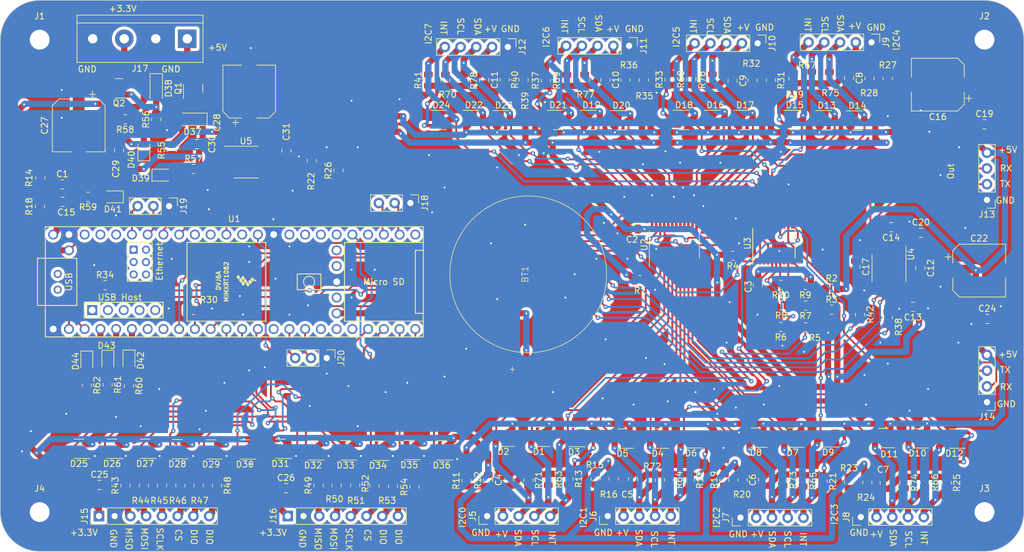
<source format=kicad_pcb>
(kicad_pcb (version 20221018) (generator pcbnew)
  (layers (0 "F.Cu" signal) (31 "B.Cu" signal) (34 "B.Paste" user) (35 "F.Paste" user) (36 "B.SilkS" user "B.Silkscreen") (37 "F.SilkS" user "F.Silkscreen") (38 "B.Mask" user) (39 "F.Mask" user) (44 "Edge.Cuts" user))
  (net 0 "")
  (net 1 "+BATT")
  (net 2 "GND")
  (net 3 "+5V")
  (net 4 "Net-(U1-VIN)")
  (net 5 "+3.3V")
  (net 6 "Net-(U3-VDD)")
  (net 7 "/TCA9548AI2CMultiplexer/I2CConnector/VBus")
  (net 8 "/TCA9548AI2CMultiplexer/I2CConnector1/VBus")
  (net 9 "/TCA9548AI2CMultiplexer/I2CConnector2/VBus")
  (net 10 "Net-(J13-Pin_3)")
  (net 11 "Net-(J14-Pin_3)")
  (net 12 "Net-(J15-Pin_3)")
  (net 13 "Net-(J16-Pin_3)")
  (net 14 "/TCA9548AI2CMultiplexer/I2CConnector3/VBus")
  (net 15 "/TCA9548AI2CMultiplexer/I2CConnector4/VBus")
  (net 16 "/TCA9548AI2CMultiplexer/I2CConnector5/VBus")
  (net 17 "/TCA9548AI2CMultiplexer/I2CConnector6/VBus")
  (net 18 "/TCA9548AI2CMultiplexer/I2CConnector7/VBus")
  (net 19 "Net-(U4-C1+)")
  (net 20 "Net-(U4-C1-)")
  (net 21 "Net-(U4-C2+)")
  (net 22 "Net-(U4-C2-)")
  (net 23 "Net-(U4-VS-)")
  (net 24 "Net-(U4-VS+)")
  (net 25 "/TCA9548AI2CMultiplexer/I2CConnector/INT")
  (net 26 "/TCA9548AI2CMultiplexer/I2CConnector1/INT")
  (net 27 "/TCA9548AI2CMultiplexer/I2CConnector2/INT")
  (net 28 "/TCA9548AI2CMultiplexer/I2CConnector3/INT")
  (net 29 "/TCA9548AI2CMultiplexer/I2CConnector4/INT")
  (net 30 "/TCA9548AI2CMultiplexer/I2CConnector5/INT")
  (net 31 "/TCA9548AI2CMultiplexer/I2CConnector6/INT")
  (net 32 "/TCA9548AI2CMultiplexer/I2CConnector7/INT")
  (net 33 "Net-(D37-A)")
  (net 34 "Net-(D38-A)")
  (net 35 "Net-(J13-Pin_2)")
  (net 36 "Net-(J14-Pin_2)")
  (net 37 "Net-(J15-Pin_4)")
  (net 38 "Net-(J15-Pin_5)")
  (net 39 "Net-(J15-Pin_6)")
  (net 40 "Net-(J15-Pin_7)")
  (net 41 "Net-(J15-Pin_8)")
  (net 42 "Net-(J16-Pin_4)")
  (net 43 "Net-(J16-Pin_5)")
  (net 44 "/TCA9548AI2CMultiplexer/I2CConnector/SCL")
  (net 45 "/TCA9548AI2CMultiplexer/I2CConnector/SDA")
  (net 46 "/TCA9548AI2CMultiplexer/I2CConnector1/SCL")
  (net 47 "/TCA9548AI2CMultiplexer/I2CConnector1/SDA")
  (net 48 "/TCA9548AI2CMultiplexer/I2CConnector2/SCL")
  (net 49 "/TCA9548AI2CMultiplexer/I2CConnector2/SDA")
  (net 50 "/TCA9548AI2CMultiplexer/I2CConnector3/SCL")
  (net 51 "/TCA9548AI2CMultiplexer/I2CConnector3/SDA")
  (net 52 "/TCA9548AI2CMultiplexer/I2CConnector4/SCL")
  (net 53 "/TCA9548AI2CMultiplexer/I2CConnector4/SDA")
  (net 54 "/TCA9548AI2CMultiplexer/I2CConnector5/SCL")
  (net 55 "/TCA9548AI2CMultiplexer/I2CConnector5/SDA")
  (net 56 "/TCA9548AI2CMultiplexer/I2CConnector6/SCL")
  (net 57 "/TCA9548AI2CMultiplexer/I2CConnector6/SDA")
  (net 58 "/TCA9548AI2CMultiplexer/I2CConnector7/SCL")
  (net 59 "/TCA9548AI2CMultiplexer/I2CConnector7/SDA")
  (net 60 "Net-(J16-Pin_6)")
  (net 61 "Net-(J16-Pin_7)")
  (net 62 "Net-(J16-Pin_8)")
  (net 63 "Net-(J17-Pin_1)")
  (net 64 "/TCA9548AI2CMultiplexer/~{INT}")
  (net 65 "Net-(U3-A0)")
  (net 66 "Net-(U3-A1)")
  (net 67 "Net-(U3-A2)")
  (net 68 "/MISO")
  (net 69 "/MOSI")
  (net 70 "/SCLK")
  (net 71 "/CS0")
  (net 72 "/AUX0")
  (net 73 "/AUX1")
  (net 74 "/CS1")
  (net 75 "/AUX2")
  (net 76 "/AUX3")
  (net 79 "Net-(J18-Pin_2)")
  (net 80 "Net-(J18-Pin_3)")
  (net 81 "Net-(D39-A)")
  (net 83 "Net-(D40-A)")
  (net 84 "Net-(D41-A)")
  (net 85 "Net-(U1-VUSB)")
  (net 92 "Net-(J17-Pin_3)")
  (net 93 "/SDA")
  (net 94 "/~{RESET}I2C")
  (net 95 "Net-(D42-A)")
  (net 104 "/RX0")
  (net 105 "/TX0")
  (net 106 "/RX1")
  (net 107 "/TX1")
  (net 113 "Net-(J19-Pin_2)")
  (net 114 "Net-(J19-Pin_3)")
  (net 117 "Net-(J20-Pin_2)")
  (net 121 "Net-(J20-Pin_3)")
  (net 133 "Net-(D43-A)")
  (net 134 "Net-(D44-A)")
  (net 135 "/SCL")
  (net 136 "Net-(D44-K)")
  (net 137 "Net-(D43-K)")
  (net 138 "Net-(D42-K)")
  (net 142 "Net-(U1-8_TX2_IN1)")
  (net 143 "Net-(U1-1_TX1_CTX2_MISO1)")
  (net 144 "Net-(U4-R1OUT)")
  (net 145 "Net-(U4-R2OUT)")
  (footprint "Connector_PinHeader_2.54mm:PinHeader_1x05_P2.54mm_Vertical" (layer "F.Cu") (at 167.84 134 90)
    (fp_text reference "J6")
    (fp_text value "I2C")
  )
  (footprint "Resistor_SMD:R_0805_2012Metric" (layer "F.Cu") (at 199.35 128.3125 -90)
    (fp_text reference "R65")
    (fp_text value "10kΩ")
  )
  (footprint "Capacitor_SMD:C_0805_2012Metric" (layer "F.Cu") (at 212.5 128.6375 90)
    (fp_text reference "C7")
    (fp_text value "1uF")
  )
  (footprint "Package_TO_SOT_SMD:SOT-23-3" (layer "F.Cu") (at 208.1 70.2)
    (fp_text reference "D14")
    (fp_text value "100V")
  )
  (footprint "Resistor_SMD:R_0805_2012Metric" (layer "F.Cu") (at 93 129.0625 90)
    (fp_text reference "R44")
    (fp_text value "50Ω")
  )
  (footprint "Package_TO_SOT_SMD:SOT-23-3" (layer "F.Cu") (at 170.2125 121.5 180)
    (fp_text reference "D5")
    (fp_text value "100V")
  )
  (footprint "Resistor_SMD:R_0805_2012Metric" (layer "F.Cu") (at 194.15 63.6875 -90)
    (fp_text reference "R31")
    (fp_text value "0Ω")
  )
  (footprint "Connector_PinHeader_2.54mm:PinHeader_1x03_P2.54mm_Vertical" (layer "F.Cu") (at 122.5 108.5 -90)
    (fp_text reference "J20")
    (fp_text value "UART6")
  )
  (footprint "Resistor_SMD:R_0805_2012Metric" (layer "F.Cu") (at 144.6 63.6875 90)
    (fp_text reference "R78")
    (fp_text value "10kΩ")
  )
  (footprint "Resistor_SMD:R_0805_2012Metric" (layer "F.Cu") (at 104.8 129.0625 90)
    (fp_text reference "R48")
    (fp_text value "50Ω")
  )
  (footprint "Package_TO_SOT_SMD:SOT-23-3" (layer "F.Cu") (at 170.05 70.15)
    (fp_text reference "D20")
    (fp_text value "100V")
  )
  (footprint "Resistor_SMD:R_0805_2012Metric" (layer "F.Cu") (at 86.75 96.75)
    (fp_text reference "R34")
    (fp_text value "500Ω")
  )
  (footprint "Resistor_SMD:R_0805_2012Metric" (layer "F.Cu") (at 177.7 128.15 -90)
    (fp_text reference "R64")
    (fp_text value "10kΩ")
  )
  (footprint "Resistor_SMD:R_0805_2012Metric" (layer "F.Cu") (at 199.75 103.55 180)
    (fp_text reference "R5")
    (fp_text value "10kΩ")
  )
  (footprint "Package_SO:TSSOP-16_4.4x5mm_P0.65mm" (layer "F.Cu") (at 213.2 94 -90)
    (fp_text reference "U4")
    (fp_text value "MAX3232")
  )
  (footprint "Resistor_SMD:R_0805_2012Metric" (layer "F.Cu") (at 191.2 63.6875 -90)
    (fp_text reference "R32")
    (fp_text value "0Ω")
  )
  (footprint "Capacitor_SMD:CP_Elec_8x11.9" (layer "F.Cu") (at 221.075 64.4 180)
    (fp_text reference "C16")
    (fp_text value "100uF")
  )
  (footprint "Capacitor_SMD:C_0805_2012Metric" (layer "F.Cu") (at 187.9825 63.77 -90)
    (fp_text reference "C9")
    (fp_text value "1uF")
  )
  (footprint "Capacitor_SMD:C_0805_2012Metric" (layer "F.Cu") (at 217.05 100.25 180)
    (fp_text reference "C13")
    (fp_text value "1uF")
  )
  (footprint "Resistor_SMD:R_0805_2012Metric" (layer "F.Cu") (at 155.05 128.1875 -90)
    (fp_text reference "R71")
    (fp_text value "10kΩ")
  )
  (footprint "Package_TO_SOT_SMD:SOT-23-3" (layer "F.Cu") (at 162.3875 121.25 180)
    (fp_text reference "D3")
    (fp_text value "100V")
  )
  (footprint "Resistor_SMD:R_0805_2012Metric" (layer "F.Cu") (at 173.65 63.6675 -90)
    (fp_text reference "R35")
    (fp_text value "0Ω")
  )
  (footprint "Resistor_SMD:R_0805_2012Metric" (layer "F.Cu") (at 120.1 76.65 90)
    (fp_text reference "R22")
    (fp_text value "10kΩ")
  )
  (footprint "Resistor_SMD:R_0805_2012Metric" (layer "F.Cu") (at 170.7 63.6675 -90)
    (fp_text reference "R36")
    (fp_text value "0Ω")
  )
  (footprint "MountingHole:MountingHole_3.2mm_M3_DIN965_Pad" (layer "F.Cu") (at 76.2 57.15)
    (fp_text reference "J1")
    (fp_text value "M3")
  )
  (footprint "Resistor_SMD:R_0805_2012Metric" (layer "F.Cu") (at 181.05 128.15 -90)
    (fp_text reference "R17")
    (fp_text value "10kΩ")
  )
  (footprint "Resistor_SMD:R_0805_2012Metric" (layer "F.Cu") (at 158.25 128.1 -90)
    (fp_text reference "R63")
    (fp_text value "10kΩ")
  )
  (footprint "Package_TO_SOT_SMD:SOT-23-3" (layer "F.Cu") (at 212.3125 121.4125 180)
    (fp_text reference "D11")
    (fp_text value "100V")
  )
  (footprint "Resistor_SMD:R_0805_2012Metric" (layer "F.Cu") (at 206.75 128.575 90)
    (fp_text reference "R23")
    (fp_text value "0Ω")
  )
  (footprint "Resistor_SMD:R_0805_2012Metric" (layer "F.Cu") (at 199.7375 100.05 180)
    (fp_text reference "R7")
    (fp_text value "10kΩ")
  )
  (footprint "Package_TO_SOT_SMD:SOT-23-3" (layer "F.Cu") (at 198 70.1)
    (fp_text reference "D15")
    (fp_text value "100V")
  )
  (footprint "Capacitor_SMD:CP_Elec_8x11.9" (layer "F.Cu") (at 227.75 94.4)
    (fp_text reference "C22")
    (fp_text value "100uF")
  )
  (footprint "Package_TO_SOT_SMD:SOT-23-3" (layer "F.Cu") (at 125.5375 123.4 180)
    (fp_text reference "D33")
    (fp_text value "100V")
  )
  (footprint "Connector_PinHeader_2.54mm:PinHeader_1x08_P2.54mm_Vertical" (layer "F.Cu") (at 85.76 134 90)
    (fp_text reference "J15")
    (fp_text value "SPI")
  )
  (footprint "Package_TO_SOT_SMD:SOT-23-3" (layer "F.Cu") (at 181.2625 121.45 180)
    (fp_text reference "D6")
    (fp_text value "100V")
  )
  (footprint "Resistor_SMD:R_0805_2012Metric" (layer "F.Cu") (at 208.5 101.5 -90)
    (fp_text reference "R42")
    (fp_text value "500Ω")
  )
  (footprint "Connector_PinHeader_2.54mm:PinHeader_1x05_P2.54mm_Vertical" (layer "F.Cu") (at 189.24 134.25 90)
    (fp_text reference "J7")
    (fp_text value "I2C")
  )
  (footprint "Resistor_SMD:R_0805_2012Metric" (layer "F.Cu") (at 124.1 129.05 90)
    (fp_text reference "R50")
    (fp_text value "50Ω")
  )
  (footprint "Resistor_SMD:R_0805_2012Metric" (layer "F.Cu") (at 161.5 128 -90)
    (fp_text reference "R13")
    (fp_text value "10kΩ")
  )
  (footprint "Resistor_SMD:R_0805_2012Metric" (layer "F.Cu") (at 161.25 63.725 90)
    (fp_text reference "R69")
    (fp_text value "10kΩ")
  )
  (footprint "Capacitor_SMD:C_0805_2012Metric" (layer "F.Cu") (at 192.05 96.75 -90)
    (fp_text reference "C3")
    (fp_text value "1uF")
  )
  (footprint "Capacitor_SMD:C_0805_2012Metric" (layer "F.Cu") (at 85.85 128.975)
    (fp_text reference "C25")
    (fp_text value "1uF")
  )
  (footprint "Resistor_SMD:R_0805_2012Metric" (layer "F.Cu") (at 138.9 63.675 90)
    (fp_text reference "R41")
    (fp_text value "10kΩ")
  )
  (footprint "Resistor_SMD:R_0805_2012Metric" (layer "F.Cu") (at 196.1 128.1875 -90)
    (fp_text reference "R73")
    (fp_text value "10kΩ")
  )
  (footprint "Package_TO_SOT_SMD:SOT-23-3" (layer "F.Cu") (at 82.5375 123.15 180)
    (fp_text reference "D25")
    (fp_text value "100V")
  )
  (footprint "Resistor_SMD:R_0805_2012Metric" (layer "F.Cu") (at 210.05 63.3875 -90)
    (fp_text reference "R28")
    (fp_text value "0Ω")
  )
  (footprint "Package_TO_SOT_SMD:SOT-23-3" (layer "F.Cu") (at 109.3 123.25 180)
    (fp_text reference "D30")
    (fp_text value "100V")
  )
  (footprint "Resistor_SMD:R_0805_2012Metric" (layer "F.Cu") (at 151.2 63.6 -90)
    (fp_text reference "R40")
    (fp_text value "0Ω")
  )
  (footprint "Resistor_SMD:R_0805_2012Metric" (layer "F.Cu") (at 168.8 127.9875 90)
    (fp_text reference "R16")
    (fp_text value "0Ω")
  )
  (footprint "Resistor_SMD:R_0805_2012Metric" (layer "F.Cu") (at 195.8 100 180)
    (fp_text reference "R8")
    (fp_text value "10kΩ")
  )
  (footprint "Package_TO_SOT_SMD:SOT-23-3" (layer "F.Cu") (at 130.7625 123.45 180)
    (fp_text reference "D34")
    (fp_text value "100V")
  )
  (footprint "Package_TO_SOT_SMD:SOT-23-3" (layer "F.Cu") (at 217.7875 121.4625 180)
    (fp_text reference "D10")
    (fp_text value "100V")
  )
  (footprint "Package_TO_SOT_SMD:SOT-23-3" (layer "F.Cu") (at 223.7375 121.5 180)
    (fp_text reference "D12")
    (fp_text value "100V")
  )
  (footprint "Resistor_SMD:R_0805_2012Metric" (layer "F.Cu") (at 95 70 90)
    (fp_text reference "R56")
    (fp_text value "100kΩ")
  )
  (footprint "Resistor_SMD:R_0805_2012Metric" (layer "F.Cu") (at 83.8 112.9 -90)
    (fp_text reference "R62")
    (fp_text value "500Ω")
  )
  (footprint "Package_TO_SOT_SMD:SOT-23-3" (layer "F.Cu") (at 190 70.1)
    (fp_text reference "D17")
    (fp_text value "100V")
  )
  (footprint "LED_SMD:LED_0805_2012Metric" (layer "F.Cu") (at 83.8 109.05 -90)
    (fp_text reference "D44")
    (fp_text value "LED")
  )
  (footprint "Package_TO_SOT_SMD:SOT-23-3" (layer "F.Cu") (at 115.0375 123.15 180)
    (fp_text reference "D31")
    (fp_text value "100V")
  )
  (footprint "Capacitor_SMD:C_0805_2012Metric" (layer "F.Cu") (at 218.25 94 -90)
    (fp_text reference "C12")
    (fp_text value "1uF")
  )
  (footprint "BatteryCoin:BC2032" (layer "F.Cu") (at 155 95 90)
    (fp_text reference "BT1")
    (fp_text value "2032Coin")
  )
  (footprint "Capacitor_SMD:C_0805_2012Metric" (layer "F.Cu") (at 101.55 74 180)
    (fp_text reference "C30")
    (fp_text value "1uF")
  )
  (footprint "Capacitor_SMD:C_0805_2012Metric" (layer "F.Cu") (at 206.75 63.3375 -90)
    (fp_text reference "C8")
    (fp_text value "1uF")
  )
  (footprint "Resistor_SMD:R_0805_2012Metric" (layer "F.Cu") (at 154.25 63.6375 -90)
    (fp_text reference "R39")
    (fp_text value "0Ω")
  )
  (footprint "Capacitor_SMD:C_0805_2012Metric" (layer "F.Cu") (at 167.45 63.6375 -90)
    (fp_text reference "C10")
    (fp_text value "1uF")
  )
  (footprint "Resistor_SMD:R_0805_2012Metric" (layer "F.Cu") (at 195.75 96.7 180)
    (fp_text reference "R10")
    (fp_text value "10kΩ")
  )
  (footprint "Resistor_SMD:R_0805_2012Metric" (layer "F.Cu") (at 101 100.75)
    (fp_text reference "R30")
    (fp_text value "500Ω")
  )
  (footprint "Capacitor_SMD:C_0805_2012Metric" (layer "F.Cu") (at 147.9 63.6375 -90)
    (fp_text reference "C11")
    (fp_text value "1uF")
  )
  (footprint "Package_TO_SOT_SMD:SOT-23-3" (layer "F.Cu") (at 175.8875 121.5 180)
    (fp_text reference "D4")
    (fp_text value "100V")
  )
  (footprint "Connector_PinHeader_2.54mm:PinHeader_1x05_P2.54mm_Vertical" (layer "F.Cu") (at 171.2789 58.1441 -90)
    (fp_text reference "J11")
    (fp_text value "I2C")
  )
  (footprint "Resistor_SMD:R_0805_2012Metric" (layer "F.Cu") (at 145.05 128.2875 90)
    (fp_text reference "R11")
    (fp_text value "0Ω")
  )
  (footprint "Resistor_SMD:R_0805_2012Metric" (layer "F.Cu") (at 148.55 128.2375 90)
    (fp_text reference "R12")
    (fp_text value "0Ω")
  )
  (footprint "MountingHole:MountingHole_3.2mm_M3_DIN965_Pad" (layer "F.Cu") (at 228.6 133.35)
    (fp_text reference "J3")
    (fp_text value "M3")
  )
  (footprint "Resistor_SMD:R_0805_2012Metric" (layer "F.Cu") (at 213 102 -90)
    (fp_text reference "R38")
    (fp_text value "500Ω")
  )
  (footprint "Package_TO_SOT_SMD:SOT-23-3" (layer "F.Cu") (at 103.85 123.25 180)
    (fp_text reference "D29")
    (fp_text value "100V")
  )
  (footprint "Connector_PinHeader_2.54mm:PinHeader_1x05_P2.54mm_Vertical" (layer "F.Cu") (at 151.7125 58.325 -90)
    (fp_text reference "J12")
    (fp_text value "I2C")
  )
  (footprint "Resistor_SMD:R_0805_2012Metric" (layer "F.Cu") (at 209.7 128.575 90)
    (fp_text reference "R24")
    (fp_text value "0Ω")
  )
  (footprint "Diode_SMD:D_SOD-123" (layer "F.Cu") (at 95 65 -90)
    (fp_text reference "D38")
    (fp_text value "10V")
  )
  (footprint "Resistor_SMD:R_0805_2012Metric" (layer "F.Cu") (at 199.6875 96.7 180)
    (fp_text reference "R9")
    (fp_text value "10kΩ")
  )
  (footprint "Capacitor_SMD:C_0805_2012Metric" (layer "F.Cu") (at 151.9 128.15 90)
    (fp_text reference "C4")
    (fp_text value "1uF")
  )
  (footprint "Package_TO_SOT_SMD:SOT-23" (layer "F.Cu") (at 89 65 180)
    (fp_text reference "Q2")
    (fp_text value "Q_PMOS_GSD")
  )
  (footprint "Package_TO_SOT_SMD:SOT-23-3" (layer "F.Cu") (at 146.25 70.1)
    (fp_text reference "D22")
    (fp_text value "100V")
  )
  (footprint "Package_TO_SOT_SMD:SOT-23-3" (layer "F.Cu") (at 191.7375 121.35 180)
    (fp_text reference "D8")
    (fp_text value "100V")
  )
  (footprint "Package_TO_SOT_SMD:SOT-23-3" (layer "F.Cu") (at 197.65 121.35 180)
    (fp_text reference "D7")
    (fp_text value "100V")
  )
  (footprint "Diode_SMD:D_SOD-123" (layer "F.Cu") (at 100.85 70 180)
    (fp_text reference "D37")
    (fp_text value "10V")
  )
  (footprint "Capacitor_SMD:C_0805_2012Metric" (layer "F.Cu") (at 89 75 -90)
    (fp_text reference "C29")
    (fp_text value "1uF")
  )
  (footprint "Resistor_SMD:R_0805_2012Metric" (layer "F.Cu") (at 218.95 128.5875 -90)
    (fp_text reference "R66")
    (fp_text value "10kΩ")
  )
  (footprint "Resistor_SMD:R_0805_2012Metric" (layer "F.Cu") (at 90 70 180)
    (fp_text reference "R58")
    (fp_text value "330kΩ")
  )
  (footprint "Capacitor_SMD:C_0805_2012Metric" (layer "F.Cu") (at 171.75 87.7 180)
    (fp_text reference "C2")
    (fp_text value "1uF")
  )
  (footprint "Package_TO_SOT_SMD:SOT-23-3" (layer "F.Cu") (at 185.2 70.1)
    (fp_text reference "D16")
    (fp_text value "100V")
  )
  (footprint "Resistor_SMD:R_0805_2012Metric" (layer "F.Cu") (at 141.65 63.675 90)
    (fp_text reference "R70")
    (fp_text value "10kΩ")
  )
  (footprint "Resistor_SMD:R_0805_2012Metric" (layer "F.Cu") (at 90.6 113 -90)
    (fp_text reference "R60")
    (fp_text value "500Ω")
  )
  (footprint "Capacitor_SMD:C_0805_2012Metric" (layer "F.Cu") (at 228.6 70.8)
    (fp_text reference "C19")
    (fp_text value "1uF")
  )
  (footprint "Package_SO:TSSOP-24_4.4x7.8mm_P0.65mm" (layer "F.Cu") (at 178.575 90.2213 90)
    (fp_text reference "U2")
    (fp_text value "TCA9548APWR")
  )
  (footprint "Resistor_SMD:R_0805_2012Metric" (layer "F.Cu") (at 136.65 129.3 90)
    (fp_text reference "R54")
    (fp_text value "50Ω")
  )
  (footprint "Package_TO_SOT_SMD:SOT-23-3" (layer "F.Cu") (at 141 70.1)
    (fp_text reference "D24")
    (fp_text value "100V")
  )
  (footprint "Resistor_SMD:R_0805_2012Metric" (layer "F.Cu") (at 197.8 63.45 90)
    (fp_text reference "R29")
    (fp_text value "10kΩ")
  )
  (footprint "Resistor_SMD:R_0805_2012Metric" (layer "F.Cu") (at 133.2 129.2 90)
    (fp_text reference "R53")
    (fp_text value "50Ω")
  )
  (footprint "Package_TO_SOT_SMD:SOT-23-3" (layer "F.Cu") (at 87.875 123.15 180)
    (fp_text reference "D26")
    (fp_text value "100V")
  )
  (footprint "Resistor_SMD:R_0805_2012Metric" (layer "F.Cu") (at 164.1 63.6875 90)
    (fp_text reference "R77")
    (fp_text value "10kΩ")
  )
  (footprint "Capacitor_SMD:C_0805_2012Metric" (layer "F.Cu") (at 213.55 87.4 180)
    (fp_text reference "C14")
    (fp_text value "1uF")
  )
  (footprint "Capacitor_SMD:C_0805_2012Metric" (layer "F.Cu") (at 79.85 80.5)
    (fp_text reference "C1")
    (fp_text value "1uF")
  )
  (footprint "Resistor_SMD:R_0805_2012Metric" (layer "F.Cu") (at 186.65 128.1625 90)
    (fp_text reference "R19")
    (fp_text value "0Ω")
  )
  (footprint "Resistor_SMD:R_0805_2012Metric" (layer "F.Cu") (at 90.05 129.0625 90)
    (fp_text reference "R43")
    (fp_text value "50Ω")
  )
  (footprint "Teensy:Teensy41" (layer "F.Cu") (at 107.59 96.2082)
    (fp_text reference "U1")
    (fp_text value "Teensy4.1")
  )
  (footprint "Resistor_SMD:R_0805_2012Metric" (layer "F.Cu") (at 203.95 97.3)
    (fp_text reference "R2")
    (fp_text value "0Ω")
  )
  (footprint "Capacitor_SMD:CP_Elec_8x11.9" (layer "F.Cu") (at 82.5 70.975 -90)
    (fp_text reference "C27")
    (fp_text value "100uF")
  )
  (footprint "Package_SO:SOIC-8_3.9x4.9mm_P1.27mm" (layer "F.Cu") (at 109.475 76.905)
    (fp_text reference "U5")
    (fp_text value "FM24CL16B")
  )
  (footprint "Package_TO_SOT_SMD:SOT-23-3" (layer "F.Cu") (at 203.15 70.15)
    (fp_text reference "D13")
    (fp_text value "100V")
  )
  (footprint "Resistor_SMD:R_0805_2012Metric" (layer "F.Cu") (at 174.75 128.2 -90)
    (fp_text reference "R72")
    (fp_text value "10kΩ")
  )
  (footprint "Resistor_SMD:R_0805_2012Metric" (layer "F.Cu") (at 98.9 129.0625 90)
    (fp_text reference "R46")
    (fp_text value "50Ω")
  )
  (footprint "Resistor_SMD:R_0805_2012Metric" (layer "F.Cu") (at 165.85 127.9875 90)
    (fp_text reference "R15")
    (fp_text value "0Ω")
  )
  (footprint "Resistor_SMD:R_0805_2012Metric" (layer "F.Cu") (at 157.85 63.7375 90)
    (fp_text reference "R37")
    (fp_text value "10kΩ")
  )
  (footprint "Resistor_SMD:R_0805_2012Metric" (layer "F.Cu") (at 84 82.5 180)
    (fp_text reference "R59")
    (fp_text value "500Ω")
  )
  (footprint "Connector_PinHeader_2.54mm:PinHeader_1x03_P2.54mm_Vertical" (layer "F.Cu") (at 97.08 84 -90)
    (fp_text reference "J19")
    (fp_text value "UART5")
  )
  (footprint "Capacitor_SMD:C_0805_2012Metric" (layer "F.Cu") (at 115.95 129.5)
    (fp_text reference "C26")
    (fp_text value "1uF")
  )
  (footprint "Resistor_SMD:R_0805_2012Metric" (layer "F.Cu") (at 76.3 79.4375 -90)
    (fp_text reference "R14")
    (fp_text value "0Ω")
  )
  (footprint "Resistor_SMD:R_0805_2012Metric" (layer "F.Cu") (at 181.3 63.5375 90)
    (fp_text reference "R68")
    (fp_text value "10kΩ")
  )
  (footprint "LED_SMD:LED_0805_2012Metric" (layer "F.Cu") (at 87.2 108.95 -90)
    (fp_text reference "D43")
    (fp_text value "LED")
  )
  (footprint "Package_TO_SOT_SMD:SOT-23-3" (layer "F.Cu") (at 156.7375 121.2 180)
    (fp_text reference "D1")
    (fp_text value "100V")
  )
  (footprint "Package_TO_SOT_SMD:SOT-23-3" (layer "F.Cu") (at 98.4 123.2 180)
    (fp_text reference "D28")
    (fp_text value "100V")
  )
  (footprint "Package_TO_SOT_SMD:SOT-23-3" (layer "F.Cu") (at 165.2 70.1)
    (fp_text reference "D19")
    (fp_text value "100V")
  )
  (footprint "MountingHole:MountingHole_3.2mm_M3_DIN965_Pad" (layer "F.Cu") (at 76.2 133.35)
    (fp_text reference "J4")
    (fp_text value "M3")
  )
  (footprint "Capacitor_SMD:C_0805_2012Metric" (layer "F.Cu") (at 79.9 83.3)
    (fp_text reference "C15")
    (fp_text value "10uF")
  )
  (footprint "LED_SMD:LED_0805_2012Metric" (layer "F.Cu") (at 96 79)
    (fp_text reference "D39")
    (fp_text value "LED")
  )
  (footprint "Connector_PinHeader_2.54mm:PinHeader_1x05_P2.54mm_Vertical" (layer "F.Cu") (at 192.0125 57.7325 -90)
    (fp_text reference "J10")
    (fp_text value "I2C")
  )
  (footprint "Capacitor_SMD:CP_Elec_8x11.9" (layer "F.Cu") (at 110 65.525 90)
    (fp_text reference "C28")
    (fp_text value "100uF")
  )
  (footprint "Connector_PinHeader_2.54mm:PinHeader_1x08_P2.54mm_Vertical" (layer "F.Cu") (at 116.22 134 90)
    (fp_text reference "J16")
    (fp_text value "SPI")
  )
  (footprint "Resistor_SMD:R_0805_2012Metric" (layer "F.Cu") (at 195.75 103.5 180)
    (fp_text reference "R6")
    (fp_text value "10kΩ")
  )
  (footprint "Package_TO_SOT_SMD:SOT-23-3" (layer "F.Cu") (at 180.15 70.1)
    (fp_text reference "D18")
    (fp_text value "100V")
  )
  (footprint "Resistor_SMD:R_0805_2012Metric" (layer "F.Cu") (at 184.7 63.6375 90)
    (fp_text reference "R76")
    (fp_text value "10kΩ")
  )
  (footprint "Resistor_SMD:R_0805_2012Metric" (layer "F.Cu") (at 76.25 84.05 -90)
    (fp_text reference "R18")
    (fp_text value "0Ω")
  )
  (footprint "Capacitor_SMD:C_0805_2012Metric" (layer "F.Cu") (at 207.8 93.8 -90)
    (fp_text reference "C17")
    (fp_text value "1uF")
  )
  (footprint "Capacitor_SMD:C_0805_2012Metric" (layer "F.Cu") (at 192.9 128.15 90)
    (fp_text reference "C6")
    (fp_text value "1uF")
  )
  (footprint "Connector_PinHeader_2.54mm:PinHeader_1x05_P2.54mm_Vertical" (layer "F.Cu") (at 210.3825 57.5825 -90)
    (fp_text reference "J9")
    (fp_text value "I2C")
  )
  (footprint "Resistor_SMD:R_0805_2012Metric" (layer "F.Cu") (at 202.5 128.3875 -90)
    (fp_text reference "R21")
    (fp_text value "10kΩ")
  )
  (footprint "Connector_PinHeader_2.54mm:PinHeader_1x04_P2.54mm_Vertical" (layer "F.Cu") (at 229 83 180)
    (fp_text reference "J13")
    (fp_text value "RSS232Out")
  )
  (footprint "Capacitor_SMD:C_0805_2012Metric" (layer "F.Cu") (at 116 75.05 -90)
    (fp_text reference "C31")
    (fp_text value "1uF")
  )
  (footprint "Package_TO_SOT_SMD:SOT-23-3" (layer "F.Cu") (at 159.8625 70.1)
    (fp_text reference "D21")
    (fp_text value "100V")
  )
  (footprint "LED_SMD:LED_0805_2012Metric" (layer "F.Cu") (at 93 75 90)
    (fp_text reference "D40")
    (fp_text value "LED")
  )
  (footprint "Resistor_SMD:R_0805_2012Metric" (layer "F.Cu") (at 97.5 75 90)
    (fp_text reference "R55")
    (fp_text value "100kΩ")
  )
  (footprint "Resistor_SMD:R_0805_2012Metric" (layer "F.Cu") (at 101 78)
    (fp_text reference "R57")
    (fp_text value "500Ω")
  )
  (footprint "Connector_PinHeader_2.54mm:PinHeader_1x05_P2.54mm_Vertical" (layer "F.Cu") (at 208.65 134.15 90)
    (fp_text reference "J8")
    (fp_text value "I2C")
  )
  (footprint "Resistor_SMD:R_0805_2012Metric" (layer "F.Cu") (at 189.6 128.1625 90)
    (fp_text reference "R20")
    (fp_text value "0Ω")
  )
  (footprint "Resistor_SMD:R_0805_2012Metric" (layer "F.Cu") (at 213 63.3875 -90)
    (fp_text reference "R27")
    (fp_text value "0Ω")
  )
  (footprint "LED_SMD:LED_0805_2012Metric" (layer "F.Cu") (at 88 82.5 180)
    (fp_text reference "D41")
    (fp_text value "LED")
  )
  (footprint "Resistor_SMD:R_0805_2012Metric" (layer "F.Cu") (at 130.2 129.1 90)
    (fp_text reference "R52")
    (fp_text value "50Ω")
  )
  (footprint "MountingHole:MountingHole_3.2mm_M3_DIN965_Pad" (layer "F.Cu") (at 228.6 57.15)
    (fp_text reference "J2")
    (fp_text value "M3")
  )
  (footprint "Package_TO_SOT_SMD:SOT-23-3" (layer "F.Cu") (at 135.8125 123.35 180)
    (fp_text reference "D35")
    (fp_text value "100V")
  )
  (footprint "Resistor_SMD:R_0805_2012Metric" (layer "F.Cu") (at 203.6 63.3 90)
    (fp_text reference "R75")
    (fp_text value "10kΩ")
  )
  (footprint "TerminalBlock:TerminalBlock_bornier-4_P5.08mm" (layer "F.Cu") (at 100 57 180)
    (fp_text reference "J17")
    (fp_text value "V_{IN}")
  )
  (footprint "Capacitor_SMD:C_0805_2012Metric" (layer "F.Cu") (at 229.05 102.2)
    (fp_text reference "C24")
    (fp_text value "1uF")
  )
  (footprint "Capacitor_SMD:C_0805_2012Metric" (layer "F.Cu") (at 218.35 88.3)
    (fp_text reference "C20")
    (fp_text value "1uF")
  )
  (footprint "Connector_PinHeader_2.54mm:PinHeader_1x05_P2.54mm_Vertical" (layer "F.Cu") (at 148.38 134 90)
    (fp_text reference "J5")
    (fp_text value "I2C")
  )
  (footprint "Connector_PinHeader_2.54mm:PinHeader_1x03_P2.54mm_Vertical" (layer "F.Cu") (at 136 83.5 -90)
    (fp_text reference "J18")
    (fp_text value "UART8")
  )
  (footprint "Resistor_SMD:R_0805_2012Metric" (layer "F.Cu") (at 177.8 63.5875 90)
    (fp_text reference "R33")
    (fp_text value "10kΩ")
  )
  (footprint "Package_TO_SOT_SMD:SOT-23-3" (layer "F.Cu") (at 151.1 70.15)
    (fp_text reference "D23")
    (fp_text value "100V")
  )
  (footprint "Resistor_SMD:R_0805_2012Metric" (layer "F.Cu") (at 87.15 112.8 -90)
    (fp_text reference "R61")
    (fp_text value "500Ω")
  )
  (footprint "Resistor_SMD:R_0805_2012Metric" (layer "F.Cu") (at 124.4 78.25 90)
    (fp_text reference "R26")
    (fp_text value "10kΩ")
  )
  (footprint "Package_TO_SOT_SMD:SOT-23" (layer "F.Cu") (at 100.95 65 90)
    (fp_text reference "Q1")
    (fp_text value "Q_PMOS_GSD")
  )
  (footprint "Package_SO:SSOP-20_4.4x6.5mm_P0.65mm" (layer "F.Cu") (at 194.675 90.0104 90)
    (fp_text reference "U3")
    (fp_text value "PCF8574TS")
  )
  (footprint "Package_TO_SOT_SMD:SOT-23-3" (layer "F.Cu") (at 150.9875 121.2 180)
    (fp_text reference "D2")
    (fp_text value "100V")
  )
  (footprint "Package_TO_SOT_SMD:SOT-23-3" (layer "F.Cu") (at 93.2 123.15 180)
    (fp_text reference "D27")
    (fp_text value "100V")
  )
  (footprint "Resistor_SMD:R_0805_2012Metric" (layer "F.Cu") (at 200.75 63.25 90)
    (fp_text reference "R67")
    (fp_text value "10kΩ")
  )
  (footprint "Resistor_SMD:R_0805_2012Metric" (layer "F.Cu") (at 95.95 129.0625 90)
    (fp_text reference "R45")
    (fp_text value "50Ω")
  )
  (footprint "Resistor_SMD:R_0805_2012Metric" (layer "F.Cu") (at 188 92 180)
    (fp_text reference "R4")
    (fp_text value "10kΩ")
  )
  (footprint "LED_SMD:LED_0805_2012Metric" (layer "F.Cu") (at 90.6 108.9 -90)
    (fp_text reference "D42")
    (fp_text value "LED")
  )
  (footprint "Package_TO_SOT_SMD:SOT-23-3" (layer "F.Cu") (at 203.3875 121.3 180)
    (fp_text reference "D9")
    (fp_text value "100V")
  )
  (footprint "Resistor_SMD:R_0805_2012Metric" (layer "F.Cu") (at 203.95 100.7)
    (fp_text reference "R3")
    (fp_text value "0Ω")
  )
  (footprint "Resistor_SMD:R_0805_2012Metric" (layer "F.Cu") (at 215.7 128.5875 -90)
    (fp_text reference "R74")
    (fp_text value "10kΩ")
  )
  (footprint "Resistor_SMD:R_0805_2012Metric" (layer "F.Cu") (at 101.85 129.0625 90)
    (fp_text reference "R47")
    (fp_text value "50Ω")
  )
  (footprint "Resistor_SMD:R_0805_2012Metric" (layer "F.Cu") (at 127.1 129.05 90)
    (fp_text reference "R51")
    (fp_text value "50Ω")
  )
  (footprint "Package_TO_SOT_SMD:SOT-23-3" (layer "F.Cu") (at 141.05 123.4 180)
    (fp_text reference "D36")
    (fp_text value "100V")
  )
  (footprint "Resistor_SMD:R_0805_2012Metric" (layer "F.Cu") (at 121.2 129.05 90)
    (fp_text reference "R49")
    (fp_text value "50Ω")
  )
  (footprint "Connector_PinHeader_2.54mm:PinHeader_1x04_P2.54mm_Vertical" (layer "F.Cu") (at 229 115.62 180)
    (fp_text reference "J14")
    (fp_text value "RSS232In")
  )
  (footprint "Package_TO_SOT_SMD:SOT-23-3" (layer "F.Cu") (at 120.2875 123.4 180)
    (fp_text reference "D32")
    (fp_text value "100V")
  )
  (footprint "Resistor_SMD:R_0805_2012Metric" (layer "F.Cu") (at 173.05 95.95 180)
    (fp_text reference "R1")
    (fp_text value "10kΩ")
  )
  (footprint "Resistor_SMD:R_0805_2012Metric" (layer "F.Cu") (at 222.5 128.6375 -90)
    (fp_text reference "R25")
    (fp_text value "10kΩ")
  )
  (footprint "Capacitor_SMD:C_0805_2012Metric" (layer "F.Cu") (at 171.9 128.05 90)
    (fp_text reference "C5")
    (fp_text value "1uF")
  )
  (gr_line (start 234.95 57.15) (end 234.95 133.35) (stroke (width 0.1)) (layer "Edge.Cuts"))
  (gr_arc (start 69.85 57.15) (mid 71.709872 52.659872) (end 76.2 50.8) (stroke (width 0.1)) (layer "Edge.Cuts"))
  (gr_arc (start 228.6 50.8) (mid 233.090128 52.659872) (end 234.95 57.15) (stroke (width 0.1)) (layer "Edge.Cuts"))
  (gr_line (start 228.6 139.7) (end 76.2 139.7) (stroke (width 0.1)) (layer "Edge.Cuts"))
  (gr_line (start 76.2 50.8) (end 228.6 50.8) (stroke (width 0.1)) (layer "Edge.Cuts"))
  (gr_arc (start 234.95 133.35) (mid 233.090128 137.840128) (end 228.6 139.7) (stroke (width 0.1)) (layer "Edge.Cuts"))
  (gr_line (start 69.85 57.15) (end 69.85 133.35) (stroke (width 0.1)) (layer "Edge.Cuts"))
  (gr_arc (start 76.2 139.7) (mid 71.709872 137.840128) (end 69.85 133.35) (stroke (width 0.1)) (layer "Edge.Cuts"))
  (gr_text "SCL" (at 196.25 136.25 270) (layer "F.SilkS") (effects (font (size 1 1)) (justify left bottom)))
  (gr_text "INT" (at 198.75 136.5 -90) (layer "F.SilkS") (effects (font (size 1 1)) (justify left bottom)))
  (gr_text "INT" (at 160.25 53.75 -90) (layer "F.SilkS") (effects (font (size 1 1)) (justify left bottom)))
  (gr_text "+V" (at 206.5 55.5) (layer "F.SilkS") (effects (font (size 1 1)) (justify left bottom)))
  (gr_text "INT" (at 218.25 136.25 -90) (layer "F.SilkS") (effects (font (size 1 1)) (justify left bottom)))
  (gr_text "TX" (at 231 111) (layer "F.SilkS") (effects (font (size 1 1)) (justify left bottom)))
  (gr_text "MOSI" (at 92.5 135.75 270) (layer "F.SilkS") (effects (font (size 1 1)) (justify left bottom)))
  (gr_text "INT" (at 140.75 54 -90) (layer "F.SilkS") (effects (font (size 1 1)) (justify left bottom)))
  (gr_text "+3.3V" (at 87.25 52.75) (layer "F.SilkS") (effects (font (size 1 1)) (justify left bottom)))
  (gr_text "GND" (at 170.5 56) (layer "F.SilkS") (effects (font (size 1 1)) (justify left bottom)))
  (gr_text "GND" (at 145.75 137.25) (layer "F.SilkS") (effects (font (size 1 1)) (justify left bottom)))
  (gr_text "+3.3V" (at 81 137.25) (layer "F.SilkS") (effects (font (size 1 1)) (justify left bottom)))
  (gr_text "SDA" (at 165.75 53 -90) (layer "F.SilkS") (effects (font (size 1 1)) (justify left bottom)))
  (gr_text "SDA" (at 186.5 53.25 -90) (layer "F.SilkS") (effects (font (size 1 1)) (justify left bottom)))
  (gr_text "GND" (at 165.5 137.25) (layer "F.SilkS") (effects (font (size 1 1)) (justify left bottom)))
  (gr_text "+V" (at 169 137.25) (layer "F.SilkS") (effects (font (size 1 1)) (justify left bottom)))
  (gr_text "MISO" (at 120.5 135.75 -90) (layer "F.SilkS") (effects (font (size 1 1)) (justify left bottom)))
  (gr_text "SDA" (at 172.25 136 -90) (layer "F.SilkS") (effects (font (size 1 1)) (justify left bottom)))
  (gr_text "+5V" (at 230.75 108.5) (layer "F.SilkS") (effects (font (size 1 1)) (justify left bottom)))
  (gr_text "+V" (at 167.5 56) (layer "F.SilkS") (effects (font (size 1 1)) (justify left bottom)))
  (gr_text "I2C0" (at 145 136 90) (layer "F.SilkS") (effects (font (size 1 1)) (justify left bottom)))
  (gr_text "+5V" (at 230.75 75.5) (layer "F.SilkS") (effects (font (size 1 1)) (justify left bottom)))
  (gr_text "INT" (at 177.5 136.25 -90) (layer "F.SilkS") (effects (font (size 1 1)) (justify left bottom)))
  (gr_text "+3.3V" (at 111.5 137.25) (layer "F.SilkS") (effects (font (size 1 1)) (justify left bottom)))
  (gr_text "INT" (at 181 53.75 -90) (layer "F.SilkS") (effects (font (size 1 1)) (justify left bottom)))
  (gr_text "CS" (at 128.5 136 270) (layer "F.SilkS") (effects (font (size 1 1)) (justify left bottom)))
  (gr_text "Out" (at 223.75 79.75 90) (layer "F.SilkS") (effects (font (size 1 1)) (justify left bottom)))
  (gr_text "I2C7" (at 139.5 58 90) (layer "F.SilkS") (effects (font (size 1 1)) (justify left bottom)))
  (gr_text "GND" (at 118 136 -90) (layer "F.SilkS") (effects (font (size 1 1)) (justify left bottom)))
  (gr_text "MOSI" (at 123 135.75 270) (layer "F.SilkS") (effects (font (size 1 1)) (justify left bottom)))
  (gr_text "INT" (at 158.25 136.25 -90) (layer "F.SilkS") (effects (font (size 1 1)) (justify left bottom)))
  (gr_text "RX" (at 231 113.75) (layer "F.SilkS") (effects (font (size 1 1)) (justify left bottom)))
  (gr_text "GND" (at 230.5 116.5) (layer "F.SilkS") (effects (font (size 1 1)) (justify left bottom)))
  (gr_text "TX" (at 231 81) (layer "F.SilkS") (effects (font (size 1 1)) (justify left bottom)))
  (gr_text "I2C6" (at 158.5 58.5 90) (layer "F.SilkS") (effects (font (size 1 1)) (justify left bottom)))
  (gr_text "RX" (at 231 78.5) (layer "F.SilkS") (effects (font (size 1 1)) (justify left bottom)))
  (gr_text "SDA" (at 193.75 136.25 -90) (layer "F.SilkS") (effects (font (size 1 1)) (justify left bottom)))
  (gr_text "I2C1" (at 164.5 136 90) (layer "F.SilkS") (effects (font (size 1 1)) (justify left bottom)))
  (gr_text "I2C3" (at 205 135.5 90) (layer "F.SilkS") (effects (font (size 1 1)) (justify left bottom)))
  (gr_text "+V" (at 188.5 55.75) (layer "F.SilkS") (effects (font (size 1 1)) (justify left bottom)))
  (gr_text "SDA" (at 204.75 53 -90) (layer "F.SilkS") (effects (font (size 1 1)) (justify left bottom)))
  (gr_text "I2C4" (at 215 59 90) (layer "F.SilkS") (effects (font (size 1 1)) (justify left bottom)))
  (gr_text "I2C5" (at 179.5 58.5 90) (layer "F.SilkS") (effects (font (size 1 1)) (justify left bottom)))
  (gr_text "+V" (at 147.75 56) (layer "F.SilkS") (effects (font (size 1 1)) (justify left bottom)))
  (gr_text "DIO" (at 131 136 270) (layer "F.SilkS") (effects (font (size 1 1)) (justify left bottom)))
  (gr_text "SCLK" (at 95 135.75 270) (layer "F.SilkS") (effects (font (size 1 1)) (justify left bottom)))
  (gr_text "GND" (at 230.33 83.665) (layer "F.SilkS") (effects (font (size 1 1)) (justify left bottom)))
  (gr_text "I2C2" (at 186 136 90) (layer "F.SilkS") (effects (font (size 1 1)) (justify left bottom)))
  (gr_text "SCL" (at 183.75 53.5 270) (layer "F.SilkS") (effects (font (size 1 1)) (justify left bottom)))
  (gr_text "GND" (at 95.75 62.5) (layer "F.SilkS") (effects (font (size 1 1)) (justify left bottom)))
  (gr_text "SCL" (at 163 53.25 270) (layer "F.SilkS") (effects (font (size 1 1)) (justify left bottom)))
  (gr_text "GND" (at 187.25 137.5) (layer "F.SilkS") (effects (font (size 1 1)) (justify left bottom)))
  (gr_text "GND" (at 82.25 62.5) (layer "F.SilkS") (effects (font (size 1 1)) (justify left bottom)))
  (gr_text "SCL" (at 215.75 136.25 270) (layer "F.SilkS") (effects (font (size 1 1)) (justify left bottom)))
  (gr_text "DIO" (at 103 136 270) (layer "F.SilkS") (effects (font (size 1 1)) (justify left bottom)))
  (gr_text "SCL" (at 155.5 136 270) (layer "F.SilkS") (effects (font (size 1 1)) (justify left bottom)))
  (gr_text "DIO" (at 133.5 136 270) (layer "F.SilkS") (effects (font (size 1 1)) (justify left bottom)))
  (gr_text "GND" (at 150.5 56) (layer "F.SilkS") (effects (font (size 1 1)) (justify left bottom)))
  (gr_text "+5V" (at 103.25 59) (layer "F.SilkS") (effects (font (size 1 1)) (justify left bottom)))
  (gr_text "GND" (at 209.5 55.75) (layer "F.SilkS") (effects (font (size 1 1)) (justify left bottom)))
  (gr_text "INT" (at 199.5 53.5 -90) (layer "F.SilkS") (effects (font (size 1 1)) (justify left bottom)))
  (gr_text "SDA" (at 146.25 53.5 -90) (layer "F.SilkS") (effects (font (size 1 1)) (justify left bottom)))
  (gr_text "SDA" (at 152.75 136 -90) (layer "F.SilkS") (effects (font (size 1 1)) (justify left bottom)))
  (gr_text "SCL" (at 202.25 53.25 270) (layer "F.SilkS") (effects (font (size 1 1)) (justify left bottom)))
  (gr_text "GND" (at 191.5 55.75) (layer "F.SilkS") (effects (font (size 1 1)) (justify left bottom)))
  (gr_text "SCL" (at 174.75 136.25 270) (layer "F.SilkS") (effects (font (size 1 1)) (justify left bottom)))
  (gr_text "CS" (at 98 136 270) (layer "F.SilkS") (effects (font (size 1 1)) (justify left bottom)))
  (gr_text "SDA" (at 213.25 136 -90) (layer "F.SilkS") (effects (font (size 1 1)) (justify left bottom)))
  (gr_text "+V" (at 210 137.5) (layer "F.SilkS") (effects (font (size 1 1)) (justify left bottom)))
  (gr_text "MISO" (at 90 135.75 -90) (layer "F.SilkS") (effects (font (size 1 1)) (justify left bottom)))
  (gr_text "SCL" (at 143.5 53.5 270) (layer "F.SilkS") (effects (font (size 1 1)) (justify left bottom)))
  (gr_text "GND" (at 206.75 137.25) (layer "F.SilkS") (effects (font (size 1 1)) (justify left bottom)))
  (gr_text "DIO" (at 100.5 136 270) (layer "F.SilkS") (effects (font (size 1 1)) (justify left bottom)))
  (gr_text "SCLK" (at 125.5 135.75 270) (layer "F.SilkS") (effects (font (size 1 1)) (justify left bottom)))
  (gr_text "+V" (at 190.75 137.5) (layer "F.SilkS") (effects (font (size 1 1)) (justify left bottom)))
  (gr_text "GND" (at 87.5 136 -90) (layer "F.SilkS") (effects (font (size 1 1)) (justify left bottom)))
  (gr_text "+V" (at 149.5 137.5) (layer "F.SilkS") (effects (font (size 1 1)) (justify left bottom)))
  (segment (start 154.7 107.25) (end 154.7 110.185) (width 1) (layer "F.Cu") (net 1))
  (segment (start 124.1 101.2882) (end 154.6882 101.2882) (width 1) (layer "F.Cu") (net 1))
  (segment (start 154.7 110.185) (end 155 110.485) (width 1) (layer "F.Cu") (net 1))
  (segment (start 154.6882 101.2882) (end 154.7 101.3) (width 1) (layer "F.Cu") (net 1))
  (via (at 154.7 101.3) (size 0.7) (drill 0.3) (layers "F.Cu" "B.Cu") (net 1))
  (via (at 154.7 107.25) (size 0.7) (drill 0.3) (layers "F.Cu" "B.Cu") (net 1))
  (segment (start 154.7 101.3) (end 154.7 107.25) (width 1) (layer "B.Cu") (net 1))
  (segment (start 104.05 80.65) (end 106.55 80.65) (width 1) (layer "F.Cu") (net 2))
  (segment (start 189.24 136.84) (end 189.24 134.25) (width 1) (layer "F.Cu") (net 2))
  (segment (start 136.55 67.4) (end 138.3 69.15) (width 1) (layer "F.Cu") (net 2))
  (segment (start 164.5 125) (end 163.525 124.025) (width 1) (layer "F.Cu") (net 2))
  (segment (start 193.8375 97.7) (end 194.8375 96.7) (width 1) (layer "F.Cu") (net 2))
  (segment (start 163.8 131.05) (end 163.8 126.45) (width 1) (layer "F.Cu") (net 2))
  (segment (start 137.65 55.5) (end 150.8625 55.5) (width 1) (layer "F.Cu") (net 2))
  (segment (start 202.0125 69.025) (end 206.75 64.2875) (width 1) (layer "F.Cu") (net 2))
  (segment (start 164.0625 67.975) (end 167.45 64.5875) (width 1) (layer "F.Cu") (net 2))
  (segment (start 215.15 100.25) (end 214.85 100.55) (width 1) (layer "F.Cu") (net 2))
  (segment (start 97.08 84) (end 97.08 81.48) (width 0.3) (layer "F.Cu") (net 2))
  (segment (start 193.45 126.65) (end 192.9 127.2) (width 1) (layer "F.Cu") (net 2))
  (segment (start 175.7 60.9) (end 175.7 65.7) (width 1) (layer "F.Cu") (net 2))
  (segment (start 206.25 137.45) (end 189.85 137.45) (width 1) (layer "F.Cu") (net 2))
  (segment (start 229 83) (end 232.2 86.2) (width 1) (layer "F.Cu") (net 2))
  (segment (start 94.0625 80) (end 91 80) (width 1) (layer "F.Cu") (net 2))
  (segment (start 110.63 76.27) (end 111.95 76.27) (width 0.3) (layer "F.Cu") (net 2))
  (segment (start 196.8625 68.1625) (end 196.8625 69.15) (width 1) (layer "F.Cu") (net 2))
  (segment (start 181.5625 66.6) (end 183 66.6) (width 1) (layer "F.Cu") (net 2))
  (segment (start 164.0625 69.15) (end 164.0625 67.975) (width 1) (layer "F.Cu") (net 2))
  (segment (start 222.275 125.05) (end 220.5 125.05) (width 1) (layer "F.Cu") (net 2))
  (segment (start 175.65 90.9) (end 175 91.55) (width 0.3) (layer "F.Cu") (net 2))
  (segment (start 168.8625 55.5) (end 190.8625 55.5) (width 1) (layer "F.Cu") (net 2))
  (segment (start 230.55 83) (end 229 83) (width 1) (layer "F.Cu") (net 2))
  (segment (start 159.05 124.5) (end 154.6 124.5) (width 1) (layer "F.Cu") (net 2))
  (segment (start 182.5 125.1) (end 178.2 125.1) (width 1) (layer "F.Cu") (net 2))
  (segment (start 115.73 76.27) (end 116 76) (width 0.3) (layer "F.Cu") (net 2))
  (segment (start 164.5 125.75) (end 164.5 125) (width 1) (layer "F.Cu") (net 2))
  (segment (start 167.45 64.5875) (end 168.95 66.0875) (width 1) (layer "F.Cu") (net 2))
  (segment (start 224.875 122.45) (end 222.275 125.05) (width 1) (layer "F.Cu") (net 2))
  (segment (start 199.95 90.6) (end 204.1 94.75) (width 1) (layer "F.Cu") (net 2))
  (segment (start 204.65 122.375) (end 204.525 122.25) (width 1) (layer "F.Cu") (net 2))
  (segment (start 157.875 123.325) (end 159.05 124.5) (width 1) (layer "F.Cu") (net 2))
  (segment (start 199.9 124.95) (end 198.8 123.85) (width 1) (layer "F.Cu") (net 2))
  (segment (start 210.3825 57.5825) (end 214.4825 57.5825) (width 1) (layer "F.Cu") (net 2))
  (segment (start 198.55 84.55) (end 199.95 85.95) (width 1) (layer "F.Cu") (net 2))
  (segment (start 202.0125 67.5625) (end 202.0125 69.2) (width 1) (layer "F.Cu") (net 2))
  (segment (start 107 78.81) (end 107 80.2) (width 0.3) (layer "F.Cu") (net 2))
  (segment (start 84 75.95) (end 82.5 74.45) (width 1) (layer "F.Cu") (net 2))
  (segment (start 157.875 122.15) (end 157.875 123.325) (width 1) (layer "F.Cu") (net 2))
  (segment (start 194.8 96.7375) (end 194.8 99.9125) (width 1) (layer "F.Cu") (net 2))
  (segment (start 89.9 124.1) (end 90.1 124.3) (width 1) (layer "F.Cu") (net 2))
  (segment (start 97.92 54) (end 103 54) (width 1) (layer "F.Cu") (net 2))
  (segment (start 122.75 124.35) (end 122.8 124.3) (width 1) (layer "F.Cu") (net 2))
  (segment (start 214.4825 57.5825) (end 217.6 60.7) (width 1) (layer "F.Cu") (net 2))
  (segment (start 199.9 124.95) (end 199.7 124.75) (width 1) (layer "F.Cu") (net 2))
  (segment (start 110.4375 125.4125) (end 110.25 125.6) (width 1) (layer "F.Cu") (net 2))
  (segment (start 217.6 60.7) (end 217.6 64.4) (width 1) (layer "F.Cu") (net 2))
  (segment (start 89.55 137.2) (end 88.3 135.95) (width 1) (layer "F.Cu") (net 2))
  (segment (start 184.0625 69.15) (end 184.0625 68.64) (width 1) (layer "F.Cu") (net 2))
  (segment (start 157.725 67.225) (end 156.1 65.6) (width 1) (layer "F.Cu") (net 2))
  (segment (start 76.775 68.725) (end 76.775 74.325) (width 1) (layer "F.Cu") (net 2))
  (segment (start 218.925 123.525) (end 217.45 125) (width 1) (layer "F.Cu") (net 2))
  (segment (start 232.2 93.425) (end 231.225 94.4) (width 1) (layer "F.Cu") (net 2))
  (segment (start 116.9 129.5) (end 118.76 131.36) (width 1) (layer "F.Cu") (net 2))
  (segment (start 133.05 124.4) (end 133.15 124.3) (width 1) (layer "F.Cu") (net 2))
  (segment (start 194.8875 103.45) (end 194.8375 103.5) (width 1) (layer "F.Cu") (net 2))
  (segment (start 110.4375 124.2) (end 110.4375 125.4125) (width 1) (layer "F.Cu") (net 2))
  (segment (start 111.95 76.27) (end 115.73 76.27) (width 0.3) (layer "F.Cu") (net 2))
  (segment (start 110 61) (end 110 62.05) (width 1) (layer "F.Cu") (net 2))
  (segment (start 76.35 57) (end 76.2 57.15) (width 1) (layer "F.Cu") (net 2))
  (segment (start 100.8 124.15) (end 100.95 124.3) (width 1) (layer "F.Cu") (net 2))
  (segment (start 172.9441 58.1441) (end 175.7 60.9) (width 1) (layer "F.Cu") (net 2))
  (segment (start 189 69.0125) (end 188.8625 69.15) (width 1) (layer "F.Cu") (net 2))
  (segment (start 178.9 69.15) (end 179.0125 69.15) (width 1) (layer "F.Cu") (net 2))
  (segment (start 189.85 137.45) (end 189.24 136.84) (width 1) (layer "F.Cu") (net 2))
  (segment (start 154.6 124.5) (end 154.2 124.9) (width 1) (layer "F.Cu") (net 2))
  (segment (start 182.15 91.65) (end 182.15 93.0838) (width 0.3) (layer "F.Cu") (net 2))
  (segment (start 74.4 99.5) (end 78.38 103.48) (width 1) (layer "F.Cu") (net 2))
  (segment (start 145.1125 67.9625) (end 145.1125 69.15) (width 1) (layer "F.Cu") (net 2))
  (segment (start 216.1 100.1) (end 214.825 98.825) (width 0.3) (layer "F.Cu") (net 2))
  (segment (start 199.95 85.95) (end 199.95 90.6) (width 1) (layer "F.Cu") (net 2))
  (segment (start 231.8 114.6) (end 230.78 115.62) (width 1) (layer "F.Cu") (net 2))
  (segment (start 231.225 94.4) (end 231.225 100.15) (width 1) (layer "F.Cu") (net 2))
  (segment (start 177.025 122.45) (end 177.025 123.925) (width 1) (layer "F.Cu") (net 2))
  (segment (start 183 66.6) (end 184.0625 67.6625) (width 1) (layer "F.Cu") (net 2))
  (segment (start 200.4 80.75) (end 196.6 84.55) (width 1) (layer "F.Cu") (net 2))
  (segment (start 148.38 136.02) (end 147.2 137.2) (width 1) (layer "F.Cu") (net 2))
  (segment (start 147.2 137.2) (end 121.96 137.2) (width 1) (layer "F.Cu") (net 2))
  (segment (start 80.8 83.25) (end 80.85 83.3) (width 1) (layer "F.Cu") (net 2))
  (segment (start 143.55 124.8) (end 142.6375 124.8) (width 1) (layer "F.Cu") (net 2))
  (segment (start 194.8875 100) (end 194.8875 103.45) (width 1) (layer "F.Cu") (net 2))
  (segment (start 74.4 76.7) (end 74.4 99.5) (width 1) (layer "F.Cu") (net 2))
  (segment (start 169.8625 55.5) (end 171.2789 56.9164) (width 1) (layer "F.Cu") (net 2))
  (segment (start 137.5 85) (end 139.5 85) (width 0.3) (layer "F.Cu") (net 2))
  (segment (start 104.9875 124.2) (end 106.25 124.2) (width 1) (layer "F.Cu") (net 2))
  (segment (start 230.7 70.8) (end 231.85 71.95) (width 1) (layer "F.Cu") (net 2))
  (segment (start 232.05 122.3) (end 231.1 123.25) (width 1) (layer "F.Cu") (net 2))
  (segment (start 196.6 84.55) (end 195 86.15) (width 0.3) (layer "F.Cu") (net 2))
  (segment (start 142.0625 66.95) (end 144.1 66.95) (width 1) (layer "F.Cu") (net 2))
  (segment (start 94.0625 80.2125) (end 95.25 81.4) (width 1) (layer "F.Cu") (net 2))
  (segment (start 91.92 54) (end 87.76 54) (width 1) (layer "F.Cu") (net 2))
  (segment (start 192.05 97.7) (end 193.8375 97.7) (width 1) (layer "F.Cu") (net 2))
  (segment (start 170.8 87.7) (end 170.1 87.7) (width 1) (layer "F.Cu") (net 2))
  (segment (start 208.65 136.15) (end 208.65 134.15) (width 1) (layer "F.Cu") (net 2))
  (segment (start 232.05 129.9) (end 228.6 133.35) (width 1) (layer "F.Cu") (net 2))
  (segment (start 177 89.55) (end 177 87.4088) (width 0.3) (layer "F.Cu") (net 2))
  (segment (start 199.2125 66.8) (end 201.25 66.8) (width 1) (layer "F.Cu") (net 2))
  (segment (start 150.8625 55.5) (end 168.8625 55.5) (width 1) (layer "F.Cu") (net 2))
  (segment (start 214.825 98.825) (end 214.825 96.8625) (width 0.3) (layer "F.Cu") (net 2))
  (segment (start 89 80) (end 89 82.4375) (width 1) (layer "F.Cu") (net 2))
  (segment (start 181.75 123.05) (end 182.4 122.4) (width 1) (layer "F.Cu") (net 2))
  (segment (start 107 80.2) (end 106.55 80.65) (width 0.3) (layer "F.Cu") (net 2))
  (segment (start 190.8625 55.5) (end 192.0125 56.65) (width 1) (layer "F.Cu") (net 2))
  (segment (start 208.65 134.15) (end 208.65 135.05) (width 1) (layer "F.Cu") (net 2))
  (segment (start 166.75 134) (end 163.8 131.05) (width 1) (layer "F.Cu") (net 2))
  (segment (start 208.65 135.05) (end 206.25 137.45) (width 1) (layer "F.Cu") (net 2))
  (segment (start 216.1 100.25) (end 215.15 100.25) (width 1) (layer "F.Cu") (net 2))
  (segment (start 202.0125 69.2) (end 202.0125 69.025) (width 1) (layer "F.Cu") (net 2))
  (segment (start 193.45 124.75) (end 193.45 122.875) (width 1) (layer "F.Cu") (net 2))
  (segment (start 147.9 64.7) (end 149.9625 66.7625) (width 1) (layer "F.Cu") (net 2))
  (segment (start 74.8 120.3) (end 74.8 104.65) (width 1) (layer "F.Cu") (net 2))
  (segment (start 76.775 74.325) (end 74.4 76.7) (width 1) (layer "F.Cu") (net 2))
  (segment (start 190.8625 55.5) (end 208.8625 55.5) (width 1) (layer "F.Cu") (net 2))
  (segment (start 95 78.9375) (end 95.0625 79) (width 1) (layer "F.Cu") (net 2))
  (segment (start 154.2 124.9) (end 151.9 127.2) (width 1) (layer "F.Cu") (net 2))
  (segment (start 92.9875 75.95) (end 93 75.9375) (width 1) (layer "F.Cu") (net 2))
  (segment (start 231.1 123.25) (end 225.675 123.25) (width 1) (layer "F.Cu") (net 2))
  (segment (start 206.75 69.0375) (end 206.9625 69.25) (width 1) (layer "F.Cu") (net 2))
  (segment (start 228.6 133.35) (end 224.75 137.2) (width 1) (layer "F.Cu") (net 2))
  (segment (start 193.45 124.75) (end 193.45 126.65) (width 1) (layer "F.Cu") (net 2))
  (segment (start 157.725 67.225) (end 158.725 68.225) (width 1) (layer "F.Cu") (net 2))
  (segment (start 160.015 79.515) (end 155 79.515) (width 1) (layer "F.Cu") (net 2))
  (segment (start 168.8625 55.5) (end 169.8625 55.5) (width 1) (layer "F.Cu") (net 2))
  (segment (start 228.6 57.15) (end 214.915 57.15) (width 1) (layer "F.Cu") (net 2))
  (segment (start 114.7582 96.2082) (end 124.1 96.2082) (width 1) (layer "F.Cu") (net 2))
  (segment (start 127.95 124.35) (end 128 124.3) (width 1) (layer "F.Cu") (net 2))
  (segment (start 168.75 137.45) (end 167.84 136.54) (width 1) (layer "F.Cu") (net 2))
  (segment (start 116.55 55.5) (end 136.55 55.5) (width 1) (layer "F.Cu") (net 2))
  (segment (start 121.96 137.2) (end 89.55 137.2) (width 1) (layer "F.Cu") (net 2))
  (segment (start 212.5 126.9) (end 212.5 127.6875) (width 1) (layer "F.Cu") (net 2))
  (segment (start 157.5 75.45) (end 157.5 77.015) (width 1) (layer "F.Cu") (net 2))
  (segment (start 181.8 91.3) (end 182.15 91.65) (width 0.3) (layer "F.Cu") (net 2))
  (segment (start 126.675 124.35) (end 127.95 124.35) (width 1) (layer "F.Cu") (net 2))
  (segment (start 214.4 125) (end 214.4 123.3125) (width 1) (layer "F.Cu") (net 2))
  (segment (start 88.3 135.95) (end 88.3 134) (width 1) (layer "F.Cu") (net 2))
  (segment (start 218.925 123.475) (end 218.925 122.4125) (width 1) (layer "F.Cu") (net 2))
  (segment (start 160.5 124.5) (end 159.05 124.5) (width 1) (layer "F.Cu") (net 2))
  (segment (start 89.55 137.2) (end 80.05 137.2) (width 1) (layer "F.Cu") (net 2))
  (segment (start 80.8 80.5) (end 80.8 83.25) (width 1) (layer "F.Cu") (net 2))
  (segment (start 106.25 124.2) (end 106.35 124.3) (width 1) (layer "F.Cu") (net 2))
  (segment (start 94.92 57) (end 97.92 54) (width 1) (layer "F.Cu") (net 2))
  (segment (start 136 83.5) (end 137.5 85) (width 0.3) (layer "F.Cu") (net 2))
  (segment (start 203.7 124) (end 200.85 124) (width 1) (layer "F.Cu") (net 2))
  (segment (start 184.0625 67.6625) (end 184.0625 69.15) (width 1) (layer "F.Cu") (net 2))
  (segment (start 80.85 88.5182) (end 80.92 88.5882) (width 1) (layer "F.Cu") (net 2))
  (segment (start 151.7125 56.35) (end 151.7125 58.325) (width 1) (layer "F.Cu") (net 2))
  (segment (start 208.65 134.15) (end 207.1 134.15) (width 1) (layer "F.Cu") (net 2))
  (segment (start 95.35 124.1) (end 95.55 124.3) (width 1) (layer "F.Cu") (net 2))
  (segment (start 174 125.1) (end 171.35 122.45) (width 1) (layer "F.Cu") (net 2))
  (segment (start 189.24 134.25) (end 187.8 134.25) (width 1) (layer "F.Cu") (net 2))
  (segment (start 95 70.9125) (end 95 75.9375) (width 1) (layer "F.Cu") (net 2))
  (segment (start 149.3 137.45) (end 148.38 136.53) (width 1) (layer "F.Cu") (net 2))
  (segment (start 196.6 84.55) (end 198.55 84.55) (width 1) (layer "F.Cu") (net 2))
  (segment (start 171.9 127.1) (end 172 127.1) (width 1) (layer "F.Cu") (net 2))
  (segment (start 209.7 137.2) (end 208.65 136.15) (width 1) (layer "F.Cu") (net 2))
  (segment (start 232.05 122.3) (end 232.05 129.9) (width 1) (layer "F.Cu") (net 2))
  (segment (start 199.7 124.75) (end 193.45 124.75) (width 1) (layer "F.Cu") (net 2))
  (segment (start 74.8 104.65) (end 75.6218 103.8282) (width 1) (layer "F.Cu") (net 2))
  (segment (start 176.05 91.3) (end 182.7 91.3) (width 1) (layer "F.Cu") (net 2))
  (segment (start 83.675 124.1) (end 84.9 124.1) (width 1) (layer "F.Cu") (net 2))
  (segment (start 136.55 55.5) (end 137.65 55.5) (width 1) (layer "F.Cu") (net 2))
  (segment (start 175.7 65.95) (end 178.9 69.15) (width 1) (layer "F.Cu") (net 2))
  (segment (start 214.915 57.15) (end 214.4825 57.5825) (width 1) (layer "F.Cu") (net 2))
  (segment (start 170.1 87.7) (end 169.4 88.4) (width 1) (layer "F.Cu") (net 2))
  (segment (start 118.76 131.36) (end 118.76 134) (width 1) (layer "F.Cu") (net 2))
  (segment (start 217.45 125) (end 214.4 125) (width 1) (layer "F.Cu") (net 2))
  (segment (start 113.9 88.5482) (end 113.94 88.5882) (width 1) (layer "F.Cu") (net 2))
  (segment (start 189.1 97.7) (end 192.05 97.7) (width 1) (layer "F.Cu") (net 2))
  (segment (start 163.525 122.2) (end 162.8 122.2) (width 1) (layer "F.Cu") (net 2))
  (segment (start 194.8 99.9125) (end 194.8875 100) (width 1) (layer "F.Cu") (net 2))
  (segment (start 193.45 122.875) (end 192.875 122.3) (width 1) (layer "F.Cu") (net 2))
  (segment (start 167.84 134) (end 166.75 134) (width 1) (layer "F.Cu") (net 2))
  (segment (start 229.55 70.8) (end 230.7 70.8) (width 1) (layer "F.Cu") (net 2))
  (segment (start 178.2 125.1) (end 174 125.1) (width 1) (layer "F.Cu") (net 2))
  (segment (start 89 75.95) (end 92.9875 75.95) (width 1) (layer "F.Cu") (net 2))
  (segment (start 219.7 72) (end 210.95 80.75) (width 1) (layer "F.Cu") (net 2))
  (segment (start 229 115.62) (end 232.05 118.67) (width 1) (layer "F.Cu") (net 2))
  (segment (start 184.25 130.7) (end 184.25 126.85) (width 1) (layer "F.Cu") (net 2))
  (segment (start 216.1 100.25) (end 216.1 100.1) (width 0.3) (layer "F.Cu") (net 2))
  (segment (start 158.725 69.15) (end 161.225 66.65) (width 1) (layer "F.Cu") (net 2))
  (segment (start 214.4 123.3125) (end 213.45 122.3625) (width 1) (layer "F.Cu") (net 2))
  (segment (start 108.09 78.81) (end 110.63 76.27) (width 0.3) (layer "F.Cu") (net 2))
  (segment (start 168.95 69.1625) (end 168.9125 69.2) (width 1) (layer "F.Cu") (net 2))
  (segment (start 175.65 90.9) (end 175.65 93.0838) (width 0.3) (layer "F.Cu") (net 2))
  (segment (start 114.25 95.7) (end 114.7582 96.2082) (width 1) (layer "F.Cu") (net 2))
  (segment (start 113.9 86.1) (end 113.9 88.5482) (width 1) (layer "F.Cu") (net 2))
  (segment (start 206.75 64.2875) (end 206.75 69.0375) (width 1) (layer "F.Cu") (net 2))
  (segment (start 97.5 75.9125) (end 98.6875 75.9125) (width 1) (layer "F.Cu") (net 2))
  (segment (start 229 83) (end 224.6 83) (width 1) (layer "F.Cu") (net 2))
  (segment (start 217.6 67.85) (end 218.3 68.55) (width 1) (layer "F.Cu") (net 2))
  (segment (start 103 54) (end 110 61) (width 1) (layer "F.Cu") (net 2))
  (segment (start 88.3 131.35) (end 88.3 134) (width 1) (layer "F.Cu") (net 2))
  (segment (start 175.7 65.7) (end 175.7 65.95) (width 1) (layer "F.Cu") (net 2))
  (segment (start 182.7 91.3) (end 189.1 97.7) (width 1) (layer "F.Cu") (net 2))
  (segment (start 195.95 61.75) (end 195.95 67.25) (width 1) (layer "F.Cu") (net 2))
  (segment (start 89 82.4375) (end 88.9375 82.5) (width 1) (layer "F.Cu") (net 2))
  (segment (start 76.775 68.725) (end 82.5 74.45) (width 1) (layer "F.Cu") (net 2))
  (segment (start 187.8 134.25) (end 184.25 130.7) (width 1) (layer "F.Cu") (net 2))
  (segment (start 95 75.9375) (end 95 78.9375) (width 1) (layer "F.Cu") (net 2))
  (segment (start 171.2789 58.1441) (end 172.9441 58.1441) (width 1) (layer "F.Cu") (net 2))
  (segment (start 154.2 124.225) (end 152.125 122.15) (width 1) (layer "F.Cu") (net 2))
  (segment (start 198.8 123.85) (end 198.8 122.3125) (width 1) (layer "F.Cu") (net 2))
  (segment (start 232.2 86.2) (end 232.2 93.425) (width 1) (layer "F.Cu") (net 2))
  (segment (start 177 87.4088) (end 176.95 87.3588) (width 0.3) (layer "F.Cu") (net 2))
  (segment (start 147.9 64.5875) (end 147.9 64.7) (width 1) (layer "F.Cu") (net 2))
  (segment (start 89 75.95) (end 84 75.95) (width 1) (layer "F.Cu") (net 2))
  (segment (start 163.05 66.65) (end 164.0625 67.6625) (width 1) (layer "F.Cu") (net 2))
  (segment (start 107 78.81) (end 108.09 78.81) (width 0.3) (layer "F.Cu") (net 2))
  (segment (start 181.75 124.35) (end 181.75 123.05) (width 1) (layer "F.Cu") (net 2))
  (segment (start 80.05 137.2) (end 76.2 133.35) (width 1) (layer "F.Cu") (net 2))
  (segment (start 93 75.9375) (end 95 75.9375) (width 1) (layer "F.Cu") (net 2))
  (segment (start 231.225 100.975) (end 230 102.2) (width 1) (layer "F.Cu") (net 2))
  (segment (start 97 81.4) (end 103.3 81.4) (width 1) (layer "F.Cu") (net 2))
  (segment (start 207.1 134.15) (end 204.65 131.7) (width 1) (layer "F.Cu") (net 2))
  (segment (start 229.55 58.1) (end 228.6 57.15) (width 1) (layer "F.Cu") (net 2))
  (segment (start 195.95 67.25) (end 196.8625 68.1625) (width 1) (layer "F.Cu") (net 2))
  (segment (start 187.9825 64.72) (end 189 65.7375) (width 1) (layer "F.Cu") (net 2))
  (segment (start 167.84 136.54) (end 167.84 134) (width 1) (layer "F.Cu") (net 2))
  (segment (start 142.6375 124.8) (end 142.1875 124.35) (width 1) (layer "F.Cu") (net 2))
  (segment (start 218.925 122.4125) (end 218.925 123.525) (width 1) (layer "F.Cu") (net 2))
  (segment (start 230.78 115.62) (end 229 115.62) (width 1) (layer "F.Cu") (net 2))
  (segment (start 87.76 54) (end 84.76 57) (width 1) (layer "F.Cu") (net 2))
  (segment (start 210.95 80.75) (end 200.4 80.75) (width 1) (layer "F.Cu") (net 2))
  (segment (start 184.25 126.85) (end 182.5 125.1) (width 1) (layer "F.Cu") (net 2))
  (segment (start 121.425 124.35) (end 122.75 124.35) (width 1) (layer "F.Cu") (net 2))
  (segment (start 231.85 81.7) (end 230.55 83) (width 1) (layer "F.Cu") (net 2))
  (segment (start 192.0125 57.8125) (end 195.95 61.75) (width 1) (layer "F.Cu") (net 2))
  (segment (start 145.1125 67.9625) (end 145.1125 67.375) (width 1) (layer "F.Cu") (net 2))
  (segment (start 168.95 66.0875) (end 168.95 69.1625) (width 1) (layer "F.Cu") (net 2))
  (segment (start 97.08 81.48) (end 97 81.4) (width 0.3) (layer "F.Cu") (net 2))
  (segment (start 217.6 64.4) (end 217.6 67.85) (width 1) (layer "F.Cu") (net 2))
  (segment (start 81.3 80) (end 80.8 80.5) (width 1) (layer "F.Cu") (net 2))
  (segment (start 145.1125 67.375) (end 147.9 64.5875) (width 1) (layer "F.Cu") (net 2))
  (segment (start 76.2 68.15) (end 76.775 68.725) (width 1) (layer "F.Cu") (net 2))
  (segment (start 232.05 118.67) (end 232.05 122.3) (width 1) (layer "F.Cu") (net 2))
  (segment (start 214.4 125) (end 212.5 126.9) (width 1) (layer "F.Cu") (net 2))
  (segment (start 149.9625 66.7625) (end 149.9625 69.2) (width 1) (layer "F.Cu") (net 2))
  (segment (start 78.38 103.48) (end 78.38 103.8282) (width 1) (layer "F.Cu") (net 2))
  (segment (start 230 102.2) (end 231.8 104) (width 1) (layer "F.Cu") (net 2))
  (segment (start 172 127.1) (end 174 125.1) (width 1) (layer "F.Cu") (net 2))
  (segment (start 154.2 124.9) (end 154.2 124.225) (width 1) (layer "F.Cu") (net 2))
  (segment (start 94.0625 80) (end 94.0625 80.2125) (width 1) (layer "F.Cu") (net 2))
  (segment (start 144.1 66.95) (end 145.1125 67.9625) (width 1) (layer "F.Cu") (net 2))
  (segment (start 168.75 137.45) (end 149.3 137.45) (width 1) (layer "F.Cu") (net 2))
  (segment (start 94.92 57) (end 91.92 54) (width 1) (layer "F.Cu") (net 2))
  (segment (start 162.8 122.2) (end 160.5 124.5) (width 1) (layer "F.Cu") (net 2))
  (segment (start 95.25 81.4) (end 97 81.4) (width 1) (layer "F.Cu") (net 2))
  (segment (start 84.9 124.1) (end 85.1 124.3) (width 1) (layer "F.Cu") (net 2))
  (segment (start 86.8 129.85) (end 88.3 131.35) (width 1) (layer "F.Cu") (net 2))
  (segment (start 95.0625 79) (end 94.0625 80) (width 1) (layer "F.Cu") (net 2))
  (segment (start 153.275 58.325) (end 151.7125 58.325) (width 1) (layer "F.Cu") (net 2))
  (segment (start 177.025 123.925) (end 178.2 125.1) (width 1) (layer "F.Cu") (net 2))
  (segment (start 204.1 94.75) (end 207.8 94.75) (width 1) (layer "F.Cu") (net 2))
  (segment (start 86.8 128.975) (end 86.8 129.85) (width 1) (layer "F.Cu") (net 2))
  (segment (start 98.6875 75.9125) (end 100.6 74) (width 1) (layer "F.Cu") (net 2))
  (segment (start 131.9 124.4) (end 133.05 124.4) (width 1) (layer "F.Cu") (net 2))
  (segment (start 225.675 123.25) (end 224.875 122.45) (width 1) (layer "F.Cu") (net 2))
  (segment (start 179.0125 69.15) (end 181.5625 66.6) (width 1) (layer "F.Cu") (net 2))
  (segment (start 163.525 124.025) (end 163.525 122.2) (width 1) (layer "F.Cu") (net 2))
  (segment (start 224.75 137.2) (end 209.7 137.2) (width 1) (layer "F.Cu") (net 2))
  (segment (start 194.8375 96.7) (end 194.8 96.7375) (width 1) (layer "F.Cu") (net 2))
  (segment (start 84.76 57) (end 76.35 57) (width 1) (layer "F.Cu") (net 2))
  (segment (start 148.38 136.53) (end 148.38 134) (width 1) (layer "F.Cu") (net 2))
  (segment (start 175.65 90.9) (end 176.05 91.3) (width 1) (layer "F.Cu") (net 2))
  (segment (start 198.8 122.3125) (end 198.7875 122.3) (width 1) (layer "F.Cu") (net 2))
  (segment (start 89.0125 124.1) (end 89.9 124.1) (width 1) (layer "F.Cu") (net 2))
  (segment (start 139.8625 69.15) (end 142.0625 66.95) (width 1) (layer "F.Cu") (net 2))
  (segment (start 150.8625 55.5) (end 151.7125 56.35) (width 1) (layer "F.Cu") (net 2))
  (segment (start 76.2 133.35) (end 76.2 126.4) (width 1) (layer "F.Cu") (net 2))
  (segment (start 210.3825 57.02) (end 210.3825 57.5825) (width 1) (layer "F.Cu") (net 2))
  (segment (start 231.225 100.15) (end 231.225 100.975) (width 1) (layer "F.Cu") (net 2))
  (segment (start 204.65 124.95) (end 203.7 124) (width 1) (layer "F.Cu") (net 2))
  (segment (start 110 62.05) (end 116.55 55.5) (width 1) (layer "F.Cu") (net 2))
  (segment (start 204.65 131.7) (end 204.65 124.95) (width 1) (layer "F.Cu") (net 2))
  (segment (start 175.65 90.9) (end 177 89.55) (width 0.3) (layer "F.Cu") (net 2))
  (segment (start 231.8 104) (end 231.8 114.6) (width 1) (layer "F.Cu") (net 2))
  (segment (start 156.1 65.6) (end 156.1 61.15) (width 1) (layer "F.Cu") (net 2))
  (segment (start 75.6218 103.8282) (end 78.38 103.8282) (width 1) (layer "F.Cu") (net 2))
  (segment (start 208.8625 55.5) (end 210.3825 57.02) (width 1) (layer "F.Cu") (net 2))
  (segment (start 189 65.7375) (end 189 69.0125) (width 1) (layer "F.Cu") (net 2))
  (segment (start 156.1 61.15) (end 153.275 58.325) (width 1) (layer "F.Cu") (net 2))
  (segment (start 76.2 126.4) (end 73.35 123.55) (width 1) (layer "F.Cu") (net 2))
  (segment (start 163.8 126.45) (end 164.5 125.75) (width 1) (layer "F.Cu") (net 2))
  (segment (start 103.3 81.4) (end 104.05 80.65) (width 1) (layer "F.Cu") (net 2))
  (segment (start 91 80) (end 81.3 80) (width 1) (layer "F.Cu") (net 2))
  (segment (start 99.5375 124.15) (end 100.8 124.15) (width 1) (layer "F.Cu") (net 2))
  (segment (start 220.5 125.05) (end 218.925 123.475) (width 1) (layer "F.Cu") (net 2))
  (segment (start 229.55 70.8) (end 229.55 58.1) (width 1) (layer "F.Cu") (net 2))
  (segment (start 196.8625 69.15) (end 199.2125 66.8) (width 1) (layer "F.Cu") (net 2))
  (segment (start 121.96 137.2) (end 118.76 134) (width 1) (layer "F.Cu") (net 2))
  (segment (start 192.0125 57.7325) (end 192.0125 57.8125) (width 1) (layer "F.Cu") (net 2))
  (segment (start 148.38 134) (end 148.38 136.02) (width 1) (layer "F.Cu") (net 2))
  (segment (start 231.85 71.95) (end 231.85 81.7) (width 1) (layer "F.Cu") (net 2))
  (segment (start 167.2 86.7) (end 160.015 79.515) (width 1) (layer "F.Cu") (net 2))
  (segment (start 76.2 57.15) (end 76.2 68.15) (width 1) (layer "F.Cu") (net 2))
  (segment (start 136.95 124.3) (end 138.2 124.3) (width 1) (layer "F.Cu") (net 2))
  (segment (start 80.85 83.3) (end 80.85 88.5182) (width 1) (layer "F.Cu") (net 2))
  (segment (start 184.0625 68.64) (end 187.9825 64.72) (width 1) (layer "F.Cu") (net 2))
  (segment (start 200.85 124) (end 199.9 124.95) (width 1) (layer "F.Cu") (net 2))
  (segment (start 224.6 83) (end 219.3 88.3) (width 1) (layer "F.Cu") (net 2))
  (segment (start 175 91.55) (end 175 93.0838) (width 0.3) (layer "F.Cu") (net 2))
  (segment (start 182.5 125.1) (end 181.75 124.35) (width 1) (layer "F.Cu") (net 2))
  (segment (start 158.725 68.225) (end 158.725 69.15) (width 1) (layer "F.Cu") (net 2))
  (segment (start 201.25 66.8) (end 202.0125 67.5625) (width 1) (layer "F.Cu") (net 2))
  (segment (start 97.475 75.9375) (end 97.5 75.9125) (width 1) (layer "F.Cu") (net 2))
  (segment (start 161.225 66.65) (end 163.05 66.65) (width 1) (layer "F.Cu") (net 2))
  (segment (start 117.35 124.1) (end 117.55 124.3) (width 1) (layer "F.Cu") (net 2))
  (segment (start 157.5 77.015) (end 155 79.515) (width 1) (layer "F.Cu") (net 2))
  (segment (start 116.175 124.1) (end 117.35 124.1) (width 1) (layer "F.Cu") (net 2))
  (segment (start 195 86.15) (end 195 87.1104) (width 0.3) (layer "F.Cu") (net 2))
  (segment (start 95 75.9375) (end 97.475 75.9375) (width 1) (layer "F.Cu") (net 2))
  (segment (start 94.3375 124.1) (end 95.35 124.1) (width 1) (layer "F.Cu") (net 2))
  (segment (start 204.65 124.95) (end 204.65 122.375) (width 1) (layer "F.Cu") (net 2))
  (segment (start 136.55 55.5) (end 136.55 67.4) (width 1) (layer "F.Cu") (net 2))
  (segment (start 189.85 137.45) (end 168.75 137.45) (width 1) (layer "F.Cu") (net 2))
  (segment (start 138.3 69.15) (end 139.8625 69.15) (width 1) (layer "F.Cu") (net 2))
  (segment (start 122.5 108.5) (end 122.5 111) (width 0.3) (layer "F.Cu") (net 2))
  (segment (start 164.0625 67.6625) (end 164.0625 69.15) (width 1) (layer "F.Cu") (net 2))
  (via (at 188.5 116.5) (size 0.7) (drill 0.3) (layers "F.Cu" "B.Cu") (net 2))
  (via (at 85.1 124.3) (size 0.7) (drill 0.3) (layers "F.Cu" "B.Cu") (net 2))
  (via (at 221.5 79) (size 0.7) (drill 0.3) (layers "F.Cu" "B.Cu") (net 2))
  (via (at 79.75 69.75) (size 0.7) (drill 0.3) (layers "F.Cu" "B.Cu") (net 2))
  (via (at 110 93) (size 0.7) (drill 0.3) (layers "F.Cu" "B.Cu") (net 2))
  (via (at 100.95 124.3) (size 0.7) (drill 0.3) (layers "F.Cu" "B.Cu") (net 2))
  (via (at 209.2 97.6) (size 0.7) (drill 0.3) (layers "F.Cu" "B.Cu") (net 2))
  (via (at 175 82.25) (size 0.7) (drill 0.3) (layers "F.Cu" "B.Cu") (net 2))
  (via (at 226.5 103) (size 0.7) (drill 0.3) (layers "F.Cu" "B.Cu") (net 2))
  (via (at 203.5 111.5) (size 0.7) (drill 0.3) (layers "F.Cu" "B.Cu") (net 2))
  (via (at 196 106.5) (size 0.7) (drill 0.3) (layers "F.Cu" "B.Cu") (net 2))
  (via (at 211.8 106) (size 0.7) (drill 0.3) (layers "F.Cu" "B.Cu") (net 2))
  (via (at 177.15 75.15) (size 0.7) (drill 0.3) (layers "F.Cu" "B.Cu") (net 2))
  (via (at 173.5 77.25) (size 0.7) (drill 0.3) (layers "F.Cu" "B.Cu") (net 2))
  (via (at 216.5 117) (size 0.7) (drill 0.3) (layers "F.Cu" "B.Cu") (net 2))
  (via (at 135.5 112.5) (size 0.7) (drill 0.3) (layers "F.Cu" "B.Cu") (net 2))
  (via (at 116.5 90.5) (size 0.7) (drill 0.3) (layers "F.Cu" "B.Cu") (net 2))
  (via (at 133.15 124.3) (size 0.7) (drill 0.3) (layers "F.Cu" "B.Cu") (net 2))
  (via (at 74.8 120.3) (size 0.7) (drill 0.3) (layers "F.Cu" "B.Cu") (net 2))
  (via (at 106 112.5) (size 0.7) (drill 0.3) (layers "F.Cu" "B.Cu") (net 2))
  (via (at 122.5 74.5) (size 0.7) (drill 0.3) (layers "F.Cu" "B.Cu") (net 2))
  (via (at 169.4 88.4) (size 0.7) (drill 0.3) (layers "F.Cu" "B.Cu") (net 2))
  (via (at 213 69.5) (size 0.7) (drill 0.3) (layers "F.Cu" "B.Cu") (net 2))
  (via (at 132 114) (size 0.7) (drill 0.3) (layers "F.Cu" "B.Cu") (net 2))
  (via (at 224.5 74.5) (size 0.7) (drill 0.3) (layers "F.Cu" "B.Cu") (net 2))
  (via (at 128 124.3) (size 0.7) (drill 0.3) (layers "F.Cu" "B.Cu") (net 2))
  (via (at 97 100.5) (size 0.7) (drill 0.3) (layers "F.Cu" "B.Cu") (net 2))
  (via (at 186 77) (size 0.7) (drill 0.3) (layers "F.Cu" "B.Cu") (net 2))
  (via (at 106 94) (size 0.7) (drill 0.3) (layers "F.Cu" "B.Cu") (net 2))
  (via (at 219.7 72) (size 0.7) (drill 0.3) (layers "F.Cu" "B.Cu") (net 2))
  (via (at 116.5 101.5) (size 0.7) (drill 0.3) (layers "F.Cu" "B.Cu") (net 2))
  (via (at 90.1 124.3) (size 0.7) (drill 0.3) (layers "F.Cu" "B.Cu") (net 2))
  (via (at 214.85 100.55) (size 0.7) (drill 0.3) (layers "F.Cu" "B.Cu") (net 2))
  (via (at 175.65 90.9) (size 0.7) (drill 0.3) (layers "F.Cu" "B.Cu") (net 2))
  (via (at 172 116) (size 0.7) (drill 0.3) (layers "F.Cu" "B.Cu") (net 2))
  (via (at 103 117) (size 0.7) (drill 0.3) (layers "F.Cu" "B.Cu") (net 2))
  (via (at 112.5 110) (size 0.7) (drill 0.3) (layers "F.Cu" "B.Cu") (net 2))
  (via (at 209.5 116) (size 0.7) (drill 0.3) (layers "F.Cu" "B.Cu") (net 2))
  (via (at 95.55 124.3) (size 0.7) (drill 0.3) (layers "F.Cu" "B.Cu") (net 2))
  (via (at 213 109.4) (size 0.7) (drill 0.3) (layers "F.Cu" "B.Cu") (net 2))
  (via (at 179.5 77) (size 0.7) (drill 0.3) (layers "F.Cu" "B.Cu") (net 2))
  (via (at 157.5 75.45) (size 0.7) (drill 0.3) (layers "F.Cu" "B.Cu") (net 2))
  (via (at 218.3 68.55) (size 0.7) (drill 0.3) (layers "F.Cu" "B.Cu") (net 2))
  (via (at 157.725 67.225) (size 0.7) (drill 0.3) (layers "F.Cu" "B.Cu") (net 2))
  (via (at 130.25 94.25) (size 0.7) (drill 0.3) (layers "F.Cu" "B.Cu") (net 2))
  (via (at 134.25 66.75) (size 0.7) (drill 0.3) (layers "F.Cu" "B.Cu") (net 2))
  (via (at 185.5 117.5) (size 0.7) (drill 0.3) (layers "F.Cu" "B.Cu") (net 2))
  (via (at 216.5 86.5) (size 0.7) (drill 0.3) (layers "F.Cu" "B.Cu") (net 2))
  (via (at 177 109.5) (size 0.7) (drill 0.3) (layers "F.Cu" "B.Cu") (net 2))
  (via (at 219.5 100.5) (size 0.7) (drill 0.3) (layers "F.Cu" "B.Cu") (net 2))
  (via (at 178.5 82.5) (size 0.7) (drill 0.3) (layers "F.Cu" "B.Cu") (net 2))
  (via (at 199.5 107.5) (size 0.7) (drill 0.3) (layers "F.Cu" "B.Cu") (net 2))
  (via (at 126.5 98.75) (size 0.7) (drill 0.3) (layers "F.Cu" "B.Cu") (net 2))
  (via (at 189 120.5) (size 0.7) (drill 0.3) (layers "F.Cu" "B.Cu") (net 2))
  (via (at 103.3 81.4) (size 0.7) (drill 0.3) (layers "F.Cu" "B.Cu") (net 2))
  (via (at 139 75.75) (size 0.7) (drill 0.3) (layers "F.Cu" "B.Cu") (net 2))
  (via (at 187.5 99.5) (size 0.7) (drill 0.3) (layers "F.Cu" "B.Cu") (net 2))
  (via (at 149 90) (size 0.7) (drill 0.3) (layers "F.Cu" "B.Cu") (net 2))
  (via (at 182 114) (size 0.7) (drill 0.3) (layers "F.Cu" "B.Cu") (net 2))
  (via (at 95.5 113.5) (size 0.7) (drill 0.3) (layers "F.Cu" "B.Cu") (net 2))
  (via (at 122.8 124.3) (size 0.7) (drill 0.3) (layers "F.Cu" "B.Cu") (net 2))
  (via (at 92.5 119.5) (size 0.7) (drill 0.3) (layers "F.Cu" "B.Cu") (net 2))
  (via (at 167.5 105.5) (size 0.7) (drill 0.3) (layers "F.Cu" "B.Cu") (net 2))
  (via (at 139.5 85) (size 0.7) (drill 0.3) (layers "F.Cu" "B.Cu") (net 2))
  (via (at 197 80.5) (size 0.7) (drill 0.3) (layers "F.Cu" "B.Cu") (net 2))
  (via (at 166.5 75.25) (size 0.7) (drill 0.3) (layers "F.Cu" "B.Cu") (net 2))
  (via (at 104 100.5) (size 0.7) (drill 0.3) (layers "F.Cu" "B.Cu") (net 2))
  (via (at 110 90.5) (size 0.7) (drill 0.3) (layers "F.Cu" "B.Cu") (net 2))
  (via (at 219.5 113.5) (size 0.7) (drill 0.3) (layers "F.Cu" "B.Cu") (net 2))
  (via (at 73.35 123.55) (size 0.7) (drill 0.3) (layers "F.Cu" "B.Cu") (net 2))
  (via (at 225.5 87.5) (size 0.7) (drill 0.3) (layers "F.Cu" "B.Cu") (net 2))
  (via (at 110.25 125.6) (size 0.7) (drill 0.3) (layers "F.Cu" "B.Cu") (net 2))
  (via (at 119.75 116.25) (size 0.7) (drill 0.3) (layers "F.Cu" "B.Cu") (net 2))
  (via (at 150 77.75) (size 0.7) (drill 0.3) (layers "F.Cu" "B.Cu") (net 2))
  (via (at 88.5 118) (size 0.7) (drill 0.3) (layers "F.Cu" "B.Cu") (net 2))
  (via (at 80.5 117.5) (size 0.7) (drill 0.3) (layers "F.Cu" "B.Cu") (net 2))
  (via (at 221.5 97) (size 0.7) (drill 0.3) (layers "F.Cu" "B.Cu") (net 2))
  (via (at 114.25 95.7) (size 0.7) (drill 0.3) (layers "F.Cu" "B.Cu") (net 2))
  (via (at 185 113.5) (size 0.7) (drill 0.3) (layers "F.Cu" "B.Cu") (net 2))
  (via (at 96.75 71.75) (size 0.7) (drill 0.3) (layers "F.Cu" "B.Cu") (net 2))
  (via (at 203.4 104.4) (size 0.7) (drill 0.3) (layers "F.Cu" "B.Cu") (net 2))
  (via (at 167 115) (size 0.7) (drill 0.3) (layers "F.Cu" "B.Cu") (net 2))
  (via (at 153.5 75.75) (size 0.7) (drill 0.3) (layers "F.Cu" "B.Cu") (net 2))
  (via (at 110.25 58.5) (size 0.7) (drill 0.3) (layers "F.Cu" "B.Cu") (net 2))
  (via (at 202.5 91) (size 0.7) (drill 0.3) (layers "F.Cu" "B.Cu") (net 2))
  (via (at 150 99) (size 0.7) (drill 0.3) (layers "F.Cu" "B.Cu") (net 2))
  (via (at 118 76) (size 0.7) (drill 0.3) (layers "F.Cu" "B.Cu") (net 2))
  (via (at 195.75 75.25) (size 0.7) (drill 0.3) (layers "F.Cu" "B.Cu") (net 2))
  (via (at 171 92.5) (size 0.7) (drill 0.3) (layers "F.Cu" "B.Cu") (net 2))
  (via (at 195.5 91.25) (size 0.7) (drill 0.3) (layers "F.Cu" "B.Cu") (net 2))
  (via (at 175.5 97.5) (size 0.7) (drill 0.3) (layers "F.Cu" "B.Cu") (net 2))
  (via (at 85 93.5) (size 0.7) (drill 0.3) (layers "F.Cu" "B.Cu") (net 2))
  (via (at 113.9 86.1) (size 0.7) (drill 0.3) (layers "F.Cu" "B.Cu") (net 2))
  (via (at 208.5 89.5) (size 0.7) (drill 0.3) (layers "F.Cu" "B.Cu") (net 2))
  (via (at 188.5 86) (size 0.7) (drill 0.3) (layers "F.Cu" "B.Cu") (net 2))
  (via (at 183.25 84) (size 0.7) (drill 0.3) (layers "F.Cu" "B.Cu") (net 2))
  (via (at 122.5 111) (size 0.7) (drill 0.3) (layers "F.Cu" "B.Cu") (net 2))
  (via (at 167.2 86.7) (size 0.7) (drill 0.3) (layers "F.Cu" "B.Cu") (net 2))
  (via (at 192 101.5) (size 0.7) (drill 0.3) (layers "F.Cu" "B.Cu") (net 2))
  (via (at 79.75 65.25) (size 0.7) (drill 0.3) (layers "F.Cu" "B.Cu") (net 2))
  (via (at 127.5 74.5) (size 0.7) (drill 0.3) (layers "F.Cu" "B.Cu") (net 2))
  (via (at 193 116) (size 0.7) (drill 0.3) (layers "F.Cu" "B.Cu") (net 2))
  (via (at 117.55 124.3) (size 0.7) (drill 0.3) (layers "F.Cu" "B.Cu") (net 2))
  (via (at 102 120) (size 0.7) (drill 0.3) (layers "F.Cu" "B.Cu") (net 2))
  (via (at 186.5 123) (size 0.7) (drill 0.3) (layers "F.Cu" "B.Cu") (net 2))
  (via (at 126.5 67) (size 0.7) (drill 0.3) (layers "F.Cu" "B.Cu") (net 2))
  (via (at 181.75 82.25) (size 0.7) (drill 0.3) (layers "F.Cu" "B.Cu") (net 2))
  (via (at 224.4 106) (size 0.7) (drill 0.3) (layers "F.Cu" "B.Cu") (net 2))
  (via (at 154.5 87) (size 0.7) (drill 0.3) (layers "F.Cu" "B.Cu") (net 2))
  (via (at 170.5 82.5) (size 0.7) (drill 0.3) (layers "F.Cu" "B.Cu") (net 2))
  (via (at 141.5 111.5) (size 0.7) (drill 0.3) (layers "F.Cu" "B.Cu") (net 2))
  (via (at 109 101.5) (size 0.7) (drill 0.3) (layers "F.Cu" "B.Cu") (net 2))
  (via (at 88.5 85.5) (size 0.7) (drill 0.3) (layers "F.Cu" "B.Cu") (net 2))
  (via (at 143.55 124.8) (size 0.7) (drill 0.3) (layers "F.Cu" "B.Cu") (net 2))
  (via (at 159 114) (size 0.7) (drill 0.3) (layers "F.Cu" "B.Cu") (net 2))
  (via (at 117 81.5) (size 0.7) (drill 0.3) (layers "F.Cu" "B.Cu") (net 2))
  (via (at 145 107) (size 0.7) (drill 0.3) (layers "F.Cu" "B.Cu") (net 2))
  (via (at 106.35 124.3) (size 0.7) (drill 0.3) (layers "F.Cu" "B.Cu") (net 2))
  (via (at 126.5 94.25) (size 0.7) (drill 0.3) (layers "F.Cu" "B.Cu") (net 2))
  (via (at 138.2 124.3) (size 0.7) (drill 0.3) (layers "F.Cu" "B.Cu") (net 2))
  (via (at 189 90) (size 0.7) (drill 0.3) (layers "F.Cu" "B.Cu") (net 2))
  (via (at 97.5 92.5) (size 0.7) (drill 0.3) (layers "F.Cu" "B.Cu") (net 2))
  (via (at 174 108.5) (size 0.7) (drill 0.3) (layers "F.Cu" "B.Cu") (net 2))
  (via (at 162.5 95) (size 0.7) (drill 0.3) (layers "F.Cu" "B.Cu") (net 2))
  (via (at 127.5 119.5) (size 0.7) (drill 0.3) (layers "F.Cu" "B.Cu") (net 2))
  (via (at 177.5 115.5) (size 0.7) (drill 0.3) (layers "F.Cu" "B.Cu") (net 2))
  (via (at 195.5 113) (size 0.7) (drill 0.3) (layers "F.Cu" "B.Cu") (net 2))
  (via (at 175.7 65.7) (size 0.7) (drill 0.3) (layers "F.Cu" "B.Cu") (net 2))
  (via (at 166 92.5) (size 0.7) (drill 0.3) (layers "F.Cu" "B.Cu") (net 2))
  (via (at 119.5 100) (size 0.7) (drill 0.3) (layers "F.Cu" "B.Cu") (net 2))
  (via (at 209.25 111.25) (size 0.7) (drill 0.3) (layers "F.Cu" "B.Cu") (net 2))
  (via (at 103.5 84.5) (size 0.7) (drill 0.3) (layers "F.Cu" "B.Cu") (net 2))
  (via (at 161 98.75) (size 0.7) (drill 0.3) (layers "F.Cu" "B.Cu") (net 2))
  (via (at 126 113) (size 0.7) (drill 0.3) (layers "F.Cu" "B.Cu") (net 2))
  (via (at 110 110.5) (size 0.7) (drill 0.3) (layers "F.Cu" "B.Cu") (net 2))
  (via (at 180 81) (size 0.7) (drill 0.3) (layers "F.Cu" "B.Cu") (net 2))
  (via (at 187 106) (size 0.7) (drill 0.3) (layers "F.Cu" "B.Cu") (net 2))
  (via (at 231.225 100.15) (size 0.7) (drill 0.3) (layers "F.Cu" "B.Cu") (net 2))
  (via (at 108.5 98.5) (size 0.7) (drill 0.3) (layers "F.Cu" "B.Cu") (net 2))
  (via (at 141.5 81) (size 0.7) (drill 0.3) (layers "F.Cu" "B.Cu") (net 2))
  (via (at 111 96) (size 0.7) (drill 0.3) (layers "F.Cu" "B.Cu") (net 2))
  (segment (start 157.725 75.225) (end 157.5 75.45) (width 1) (layer "B.Cu") (net 2))
  (segment (start 117.55 124.3) (end 122.8 124.3) (width 1) (layer "B.Cu") (net 2))
  (segment (start 218.3 68.55) (end 218.3 70.6) (width 1) (layer "B.Cu") (net 2))
  (segment (start 85.1 124.3) (end 90.1 124.3) (width 1) (layer "B.Cu") (net 2))
  (segment (start 168.9 88.4) (end 167.2 86.7) (width 1) (layer "B.Cu") (net 2))
  (segment (start 157.725 67.225) (end 157.725 75.225) (width 1) (layer "B.Cu") (net 2))
  (segment (start 175.65 90.9) (end 175.55 90.8) (width 1) (layer "B.Cu") (net 2))
  (segment (start 219.55 100.55) (end 230.825 100.55) (width 1) (layer "B.Cu") (net 2))
  (segment (start 109.6 124.3) (end 117.55 124.3) (width 1) (layer "B.Cu") (net 2))
  (segment (start 230.825 100.55) (end 231.225 100.15) (width 1) (layer "B.Cu") (net 2))
  (segment (start 109.6 124.95) (end 109.6 124.3) (width 1) (layer "B.Cu") (net 2))
  (segment (start 109.2 81.4) (end 113.9 86.1) (width 1) (layer "B.Cu") (net 2))
  (segment (start 214.85 100.55) (end 219.45 100.55) (width 1) (layer "B.Cu") (net 2))
  (segment (start 103.3 81.4) (end 109.2 81.4) (width 1) (layer "B.Cu") (net 2))
  (segment (start 133.15 124.3) (end 138.2 124.3) (width 1) (layer "B.Cu") (net 2))
  (segment (start 128 124.3) (end 133.15 124.3) (width 1) (layer "B.Cu") (net 2))
  (segment (start 219.45 100.55) (end 219.5 100.5) (width 1) (layer "B.Cu") (net 2))
  (segment (start 73.35 121.75) (end 74.8 120.3) (width 1) (layer "B.Cu") (net 2))
  (segment (start 175.7 65.7) (end 175.25 66.15) (width 1) (layer "B.Cu") (net 2))
  (segment (start 95.55 124.3) (end 100.95 124.3) (width 1) (layer "B.Cu") (net 2))
  (segment (start 106.35 124.3) (end 109.6 124.3) (width 1) (layer "B.Cu") (net 2))
  (segment (start 169.4 88.4) (end 168.9 88.4) (width 1) (layer "B.Cu") (net 2))
  (segment (start 90.1 124.3) (end 95.55 124.3) (width 1) (layer "B.Cu") (net 2))
  (segment (start 113.94 88.5882) (end 113.94 95.39) (width 1) (layer "B.Cu") (net 2))
  (segment (start 138.2 124.3) (end 143.05 124.3) (width 1) (layer "B.Cu") (net 2))
  (segment (start 171.8 90.8) (end 169.4 88.4) (width 1) (layer "B.Cu") (net 2))
  (segment (start 110.25 125.6) (end 109.6 124.95) (width 1) (layer "B.Cu") (net 2))
  (segment (start 175.25 69.5) (end 177.15 71.4) (width 1) (layer "B.Cu") (net 2))
  (segment (start 88.3 127.5) (end 85.1 124.3) (width 1) (layer "B.Cu") (net 2))
  (segment (start 218.3 70.6) (end 219.7 72) (width 1) (layer "B.Cu") (net 2))
  (segment (start 100.95 124.3) (end 106.35 124.3) (width 1) (layer "B.Cu") (net 2))
  (segment (start 175.25 66.15) (end 175.25 69.5) (width 1) (layer "B.Cu") (net 2))
  (segment (start 122.8 124.3) (end 128 124.3) (width 1) (layer "B.Cu") (net 2))
  (segment (start 73.35 123.55) (end 73.35 121.75) (width 1) (layer "B.Cu") (net 2))
  (segment (start 219.5 100.5) (end 219.55 100.55) (width 1) (layer "B.Cu") (net 2))
  (segment (start 143.05 124.3) (end 143.55 124.8) (width 1) (layer "B.Cu") (net 2))
  (segment (start 113.94 95.39) (end 114.25 95.7) (width 1) (layer "B.Cu") (net 2))
  (segment (start 88.3 134) (end 88.3 127.5) (width 1) (layer "B.Cu") (net 2))
  (segment (start 177.15 71.4) (end 177.15 75.15) (width 1) (layer "B.Cu") (net 2))
  (segment (start 175.55 90.8) (end 171.8 90.8) (width 1) (layer "B.Cu") (net 2))
  (segment (start 173.65 66.95) (end 174.75 68.05) (width 1) (layer "F.Cu") (net 3))
  (segment (start 169 72.1) (end 169 71.1875) (width 1) (layer "F.Cu") (net 3))
  (segment (start 207.5 126.9125) (end 206.75 127.6625) (width 1) (layer "F.Cu") (net 3))
  (segment (start 171.35 119.1) (end 168 119.1) (width 1) (layer "F.Cu") (net 3))
  (segment (start 213 66.35) (end 217.8 71.15) (width 1) (layer "F.Cu") (net 3))
  (segment (start 206.3 97.35) (end 204.9125 97.35) (width 1) (layer "F.Cu") (net 3))
  (segment (start 202 72.1) (end 202 71.1875) (width 1) (layer "F.Cu") (net 3))
  (segment (start 152.45 119.925) (end 152.125 120.25) (width 1) (layer "F.Cu") (net 3))
  (segment (start 219.35 119.05) (end 219.35 120.0875) (width 1) (layer "F.Cu") (net 3))
  (segment (start 101.9125 78) (end 101.9125 74.5875) (width 1) (layer "F.Cu") (net 3))
  (segment (start 194.7 72.1) (end 196.25 72.1) (width 1) (layer "F.Cu") (net 3))
  (segment (start 134.8625 69.5) (end 132.5 69.5) (width 1) (layer "F.Cu") (net 3))
  (segment (start 227.2 94.35) (end 224.325 94.35) (width 1) (layer "F.Cu") (net 3))
  (segment (start 152.45 119.1) (end 152.45 119.925) (width 1) (layer "F.Cu") (net 3))
  (segment (start 199.05 120.125) (end 198.825 120.35) (width 1) (layer "F.Cu") (net 3))
  (segment (start 169 71.1875) (end 168.8625 71.05) (width 1) (layer "F.Cu") (net 3))
  (segment (start 217.8 71.15) (end 224.55 64.4) (width 1) (layer "F.Cu") (net 3))
  (segment (start 192.95 119.1) (end 192.95 120.325) (width 1) (layer "F.Cu") (net 3))
  (segment (start 145 71.1625) (end 145.1125 71.05) (width 1) (layer "F.Cu") (net 3))
  (segment (start 189 71.1875) (end 188.8625 71.05) (width 1) (layer "F.Cu") (net 3))
  (segment (start 228.1 102.2) (end 228.1 107.1) (width 1) (layer "F.Cu") (net 3))
  (segment (start 145.05 122.95) (end 145.05 127.375) (width 1) (layer "F.Cu") (net 3))
  (segment (start 174.75 71.5) (end 175.35 72.1) (width 1) (layer "F.Cu") (net 3))
  (segment (start 227.65 74.03) (end 229 75.38) (width 1) (layer "F.Cu") (net 3))
  (segment (start 158.4 119.725) (end 157.875 120.25) (width 1) (layer "F.Cu") (net 3))
  (segment (start 164 72.1) (end 164 71.1875) (width 1) (layer "F.Cu") (net 3))
  (segment (start 160.75 72.1) (end 156.15 72.1) (width 1) (layer "F.Cu") (net 3))
  (segment (start 185 120.15) (end 185 124.75) (width 1) (layer "F.Cu") (net 3))
  (segment (start 213.4 119.1) (end 213.4 120.4125) (width 1) (layer "F.Cu") (net 3))
  (segment (start 132.5 69.5) (end 132 69) (width 1) (layer "F.Cu") (net 3))
  (segment (start 102.5 74) (end 102.5 70) (width 1) (layer "F.Cu") (net 3))
  (segment (start 184 72.1) (end 184 71.1875) (width 1) (layer "F.Cu") (net 3))
  (segment (start 204.9125 97.35) (end 204.8625 97.3) (width 1) (layer "F.Cu") (net 3))
  (segment (start 213.4 120.4125) (end 213.45 120.4625) (width 1) (layer "F.Cu") (net 3))
  (segment (start 196.25 72.1) (end 197.7 72.1) (width 1) (layer "F.Cu") (net 3))
  (segment (start 101.9 65.9375) (end 101.9 69.4) (width 1) (layer "F.Cu") (net 3))
  (segment (start 185 124.75) (end 186.65 126.4) (width 1) (layer "F.Cu") (net 3))
  (segment (start 173.65 64.58) (end 173.65 66.95) (width 1) (layer "F.Cu") (net 3))
  (segment (start 199.05 119.15) (end 199.05 120.125) (width 1) (layer "F.Cu") (net 3))
  (segment (start 145 72.1) (end 145 71.1625) (width 1) (layer "F.Cu") (net 3))
  (segment (start 213.4 119.1) (end 209.9 119.1) (width 1) (layer "F.Cu") (net 3))
  (segment (start 174.75 68.05) (end 174.75 71.5) (width 1) (layer "F.Cu") (net 3))
  (segment (start 154.25 67) (end 156.15 68.9) (width 1) (layer "F.Cu") (net 3))
  (segment (start 177.15 120.45) (end 177.1 120.5) (width 1) (layer "F.Cu") (net 3))
  (segment (start 154.25 64.55) (end 154.25 67) (width 1) (layer "F.Cu") (net 3))
  (segment (start 109 70) (end 110 69) (width 1) (layer "F.Cu") (net 3))
  (segment (start 167 121.25) (end 167 123.747056) (width 1) (layer "F.Cu") (net 3))
  (segment (start 194.15 64.6) (end 194.15 71.55) (width 1) (layer "F.Cu") (net 3))
  (segment (start 192.95 119.1) (end 188.4 119.1) (width 1) (layer "F.Cu") (net 3))
  (segment (start 228.1 107.1) (end 229 108) (width 1) (layer "F.Cu") (net 3))
  (segment (start 224.55 67.7) (end 227.65 70.8) (width 1) (layer "F.Cu") (net 3))
  (segment (start 216.9 72.05) (end 217.8 71.15) (width 1) (layer "F.Cu") (net 3))
  (segment (start 206 119.1) (end 206 119.25) (width 1) (layer "F.Cu") (net 3))
  (segment (start 165.25 119.5) (end 167 121.25) (width 1) (layer "F.Cu") (net 3))
  (segment (start 93 78) (end 76.825 78) (width 1) (layer "F.Cu") (net 3))
  (segment (start 76.825 78) (end 76.3 78.525) (width 1) (layer "F.Cu") (net 3))
  (segment (start 206 119.25) (end 207.5 120.75) (width 1) (layer "F.Cu") (net 3))
  (segment (start 224.55 64.4) (end 224.55 67.7) (width 1) (layer "F.Cu") (net 3))
  (segment (start 219.35 120.0875) (end 218.925 120.5125) (width 1) (layer "F.Cu") (net 3))
  (segment (start 224.325 94.35) (end 224.275 94.4) (width 1) (layer "F.Cu") (net 3))
  (segment (start 165.25 119.1) (end 165.25 119.5) (width 1) (layer "F.Cu") (net 3))
  (segment (start 150 72.1) (end 150 71.1875) (width 1) (layer "F.Cu") (net 3))
  (segment (start 171.35 119.1) (end 171.35 120.325) (width 1) (layer "F.Cu") (net 3))
  (segment (start 184 119.15) (end 185 120.15) (width 1) (layer "F.Cu") (net 3))
  (segment (start 171.35 120.325) (end 171.475 120.45) (width 1) (layer "F.Cu") (net 3))
  (segment (start 179 72.1) (end 175.35 72.1) (width 1) (layer "F.Cu") (net 3))
  (segment (start 188.4 119.1) (end 188.35 119.15) (width 1) (layer "F.Cu") (net 3))
  (segment (start 165.85 124.897056) (end 165.85 127.075) (width 1) (layer "F.Cu") (net 3))
  (segment (start 101.9125 74.5875) (end 102.5 74) (width 1) (layer "F.Cu") (net 3))
  (segment (start 213 64.3) (end 213 66.35) (width 1) (layer "F.Cu") (net 3))
  (segment (start 101.9 69.4) (end 102.5 70) (width 1) (layer "F.Cu") (net 3))
  (segment (start 227.2 101.3) (end 228.1 102.2) (width 1) (layer "F.Cu") (net 3))
  (segment (start 110 69) (end 132 69) (width 1) (layer "F.Cu") (net 3))
  (segment (start 158.4 119.1) (end 158.4 119.725) (width 1) (layer "F.Cu") (net 3))
  (segment (start 212.7 72.05) (end 216.9 72.05) (width 1) (layer "F.Cu") (net 3))
  (segment (start 194.15 71.55) (end 194.7 72.1) (width 1) (layer "F.Cu") (net 3))
  (segment (start 156.15 68.9) (end 156.15 72.1) (width 1) (layer "F.Cu") (net 3))
  (segment (start 207.5 120.75) (end 207.5 126.9125) (width 1) (layer "F.Cu") (net 3))
  (segment (start 167 123.747056) (end 165.85 124.897056) (width 1) (layer "F.Cu") (net 3))
  (segment (start 186.65 126.4) (end 186.65 127.25) (width 1) (layer "F.Cu") (net 3))
  (segment (start 102.5 70) (end 109 70) (width 1) (layer "F.Cu") (net 3))
  (segment (start 227.2 94.35) (end 227.2 101.3) (width 1) (layer "F.Cu") (net 3))
  (segment (start 227.65 70.8) (end 227.65 74.03) (width 1) (layer "F.Cu") (net 3))
  (segment (start 207 72.1) (end 207 71.1875) (width 1) (layer "F.Cu") (net 3))
  (segment (start 189 72.1) (end 189 71.1875) (width 1) (layer "F.Cu") (net 3))
  (segment (start 177.15 119.15) (end 177.15 120.45) (width 1) (layer "F.Cu") (net 3))
  (via (at 145.05 122.95) (size 0.7) (drill 0.3) (layers "F.Cu" "B.Cu") (net 3))
  (via (at 160.75 72.1) (size 0.7) (drill 0.3) (layers "F.Cu" "B.Cu") (net 3))
  (via (at 179 72.1) (size 0.7) (drill 0.3) (layers "F.Cu" "B.Cu") (net 3))
  (via (at 197.7 72.1) (size 0.7) (drill 0.3) (layers "F.Cu" "B.Cu") (net 3))
  (via (at 145 72.1) (size 0.7) (drill 0.3) (layers "F.Cu" "B.Cu") (net 3))
  (via (at 158.4 119.1) (size 0.7) (drill 0.3) (layers "F.Cu" "B.Cu") (net 3))
  (via (at 213.4 119.1) (size 0.7) (drill 0.3) (layers "F.Cu" "B.Cu") (net 3))
  (via (at 101.9125 76) (size 0.7) (drill 0.3) (layers "F.Cu" "B.Cu") (net 3))
  (via (at 171.35 119.1) (size 0.7) (drill 0.3) (layers "F.Cu" "B.Cu") (net 3))
  (via (at 227.2 94.35) (size 0.7) (drill 0.3) (layers "F.Cu" "B.Cu") (net 3))
  (via (at 152.45 119.1) (size 0.7) (drill 0.3) (layers "F.Cu" "B.Cu") (net 3))
  (via (at 184 119.15) (size 0.7) (drill 0.3) (layers "F.Cu" "B.Cu") (net 3))
  (via (at 209.9 119.1) (size 0.7) (drill 0.3) (layers "F.Cu" "B.Cu") (net 3))
  (via (at 219.35 119.05) (size 0.7) (drill 0.3) (layers "F.Cu" "B.Cu") (net 3))
  (via (at 165.25 119.1) (size 0.7) (drill 0.3) (layers "F.Cu" "B.Cu") (net 3))
  (via (at 194.7 72.1) (size 0.7) (drill 0.3) (layers "F.Cu" "B.Cu") (net 3))
  (via (at 212.7 72.05) (size 0.7) (drill 0.3) (layers "F.Cu" "B.Cu") (net 3))
  (via (at 177.15 119.15) (size 0.7) (drill 0.3) (layers "F.Cu" "B.Cu") (net 3))
  (via (at 168 119.1) (size 0.7) (drill 0.3) (layers "F.Cu" "B.Cu") (net 3))
  (via (at 164 72.1) (size 0.7) (drill 0.3) (layers "F.Cu" "B.Cu") (net 3))
  (via (at 188.35 119.15) (size 0.7) (drill 0.3) (layers "F.Cu" "B.Cu") (net 3))
  (via (at 192.95 119.1) (size 0.7) (drill 0.3) (layers "F.Cu" "B.Cu") (net 3))
  (via (at 206 119.1) (size 0.7) (drill 0.3) (layers "F.Cu" "B.Cu") (net 3))
  (via (at 199.05 119.15) (size 0.7) (drill 0.3) (layers "F.Cu" "B.Cu") (net 3))
  (via (at 93 78) (size 0.7) (drill 0.3) (layers "F.Cu" "B.Cu") (net 3))
  (via (at 189 72.1) (size 0.7) (drill 0.3) (layers "F.Cu" "B.Cu") (net 3))
  (via (at 169 72.1) (size 0.7) (drill 0.3) (layers "F.Cu" "B.Cu") (net 3))
  (via (at 134.8625 69.5) (size 0.7) (drill 0.3) (layers "F.Cu" "B.Cu") (net 3))
  (via (at 207 72.1) (size 0.7) (drill 0.3) (layers "F.Cu" "B.Cu") (net 3))
  (via (at 206.3 97.35) (size 0.7) (drill 0.3) (layers "F.Cu" "B.Cu") (net 3))
  (via (at 156.15 72.1) (size 0.7) (drill 0.3) (layers "F.Cu" "B.Cu") (net 3))
  (via (at 150 72.1) (size 0.7) (drill 0.3) (layers "F.Cu" "B.Cu") (net 3))
  (via (at 184 72.1) (size 0.7) (drill 0.3) (layers "F.Cu" "B.Cu") (net 3))
  (via (at 202 72.1) (size 0.7) (drill 0.3) (layers "F.Cu" "B.Cu") (net 3))
  (via (at 175.35 72.1) (size 0.7) (drill 0.3) (layers "F.Cu" "B.Cu") (net 3))
  (segment (start 202 72.1) (end 207 72.1) (width 1) (layer "B.Cu") (net 3))
  (segment (start 229 75.38) (end 231.23 75.38) (width 1) (layer "B.Cu") (net 3))
  (segment (start 145.05 122.9) (end 145.05 122.95) (width 1) (layer "B.Cu") (net 3))
  (segment (start 145 72.1) (end 150 72.1) (width 1) (layer "B.Cu") (net 3))
  (segment (start 144.6 72.5) (end 145 72.1) (width 1) (layer "B.Cu") (net 3))
  (segment (start 225.45 119.05) (end 213.45 119.05) (width 1) (layer "B.Cu") (net 3))
  (segment (start 217.35 84.5) (end 210.65 84.5) (width 1) (layer "B.Cu") (net 3))
  (segment (start 134.8625 69.5) (end 134.8625 70.6125) (width 1) (layer "B.Cu") (net 3))
  (segment (start 134.8625 70.6125) (end 136.75 72.5) (width 1) (layer "B.Cu") (net 3))
  (segment (start 95 76) (end 93 78) (width 1) (layer "B.Cu") (net 3))
  (segment (start 231.45 110.45) (end 229 108) (width 1) (layer "B.Cu") (net 3))
  (segment (start 169 72.1) (end 175.35 72.1) (width 1) (layer "B.Cu") (net 3))
  (segment (start 197.7 72.1) (end 202 72.1) (width 1) (layer "B.Cu") (net 3))
  (segment (start 231.23 75.38) (end 231.9 76.05) (width 1) (layer "B.Cu") (net 3))
  (segment (start 101.9125 76) (end 95 76) (width 1) (layer "B.Cu") (net 3))
  (segment (start 184 72.1) (end 189 72.1) (width 1) (layer "B.Cu") (net 3))
  (segment (start 229.9 119.05) (end 231.45 117.5) (width 1) (layer "B.Cu") (net 3))
  (segment (start 213.45 119.05) (end 213.4 119.1) (width 1) (layer "B.Cu") (net 3))
  (segment (start 231.9 90.9) (end 230.45 92.35) (width 1) (layer "B.Cu") (net 3))
  (segment (start 179 72.1) (end 184 72.1) (width 1) (layer "B.Cu") (net 3))
  (segment (start 210.65 84.5) (end 206.3 88.85) (width 1) (layer "B.Cu") (net 3))
  (segment (start 231.45 117.5) (end 231.45 110.45) (width 1) (layer "B.Cu") (net 3))
  (segment (start 205.95 119.15) (end 193 119.15) (width 1) (layer "B.Cu") (net 3))
  (segment (start 206 119.1) (end 209.9 119.1) (width 1) (layer "B.Cu") (net 3))
  (segment (start 228.45 94.35) (end 227.2 94.35) (width 1) (layer "B.Cu") (net 3))
  (segment (start 212.65 72.1) (end 212.7 72.05) (width 1) (layer "B.Cu") (net 3))
  (segment (start 160.75 72.1) (end 164 72.1) (width 1) (layer "B.Cu") (net 3))
  (segment (start 189 72.1) (end 194.7 72.1) (width 1) (layer "B.Cu") (net 3))
  (segment (start 148.85 119.1) (end 145.05 122.9) (width 1) (layer "B.Cu") (net 3))
  (segment (start 231.9 76.05) (end 231.9 90.9) (width 1) (layer "B.Cu") (net 3))
  (segment (start 227.2 94.35) (end 217.35 84.5) (width 1) (layer "B.Cu") (net 3))
  (segment (start 230.45 92.35) (end 228.45 94.35) (width 1) (layer "B.Cu") (net 3))
  (segment (start 136.75 72.5) (end 144.6 72.5) (width 1) (layer "B.Cu") (net 3))
  (segment (start 168 119.1) (end 148.85 119.1) (width 1) (layer "B.Cu") (net 3))
  (segment (start 225.45 119.05) (end 229.9 119.05) (width 1) (layer "B.Cu") (net 3))
  (segment (start 206 119.1) (end 205.95 119.15) (width 1) (layer "B.Cu") (net 3))
  (segment (start 150 72.1) (end 156.15 72.1) (width 1) (layer "B.Cu") (net 3))
  (segment (start 171.4 119.15) (end 171.35 119.1) (width 1) (layer "B.Cu") (net 3))
  (segment (start 206.3 88.85) (end 206.3 97.35) (width 1) (layer "B.Cu") (net 3))
  (segment (start 164 72.1) (end 169 72.1) (width 1) (layer "B.Cu") (net 3))
  (segment (start 207 72.1) (end 212.65 72.1) (width 1) (layer "B.Cu") (net 3))
  (segment (start 193 119.15) (end 192.95 119.1) (width 1) (layer "B.Cu") (net 3))
  (segment (start 188.35 119.15) (end 171.4 119.15) (width 1) (layer "B.Cu") (net 3))
  (segment (start 78.9 83.25) (end 78.95 83.3) (width 1) (layer "F.Cu") (net 4))
  (segment (start 78.75 80.35) (end 78.9 80.5) (width 1) (layer "F.Cu") (net 4))
  (segment (start 78.95 83.3) (end 78.95 88.0182) (width 1) (layer "F.Cu") (net 4))
  (segment (start 76.25 83.1375) (end 78.7875 83.1375) (width 1) (layer "F.Cu") (net 4))
  (segment (start 78.95 88.0182) (end 78.38 88.5882) (width 1) (layer "F.Cu") (net 4))
  (segment (start 76.3 80.35) (end 78.75 80.35) (width 1) (layer "F.Cu") (net 4))
  (segment (start 78.9 80.5) (end 78.9 83.25) (width 1) (layer "F.Cu") (net 4))
  (segment (start 78.7875 83.1375) (end 78.95 83.3) (width 1) (layer "F.Cu") (net 4))
  (segment (start 83.8 113.8125) (end 87.05 113.8125) (width 1) (layer "F.Cu") (net 5))
  (segment (start 133.25 122.45) (end 131.95 122.45) (width 1) (layer "F.Cu") (net 5))
  (segment (start 126.775 122.35) (end 126.675 122.45) (width 1) (layer "F.Cu") (net 5))
  (segment (start 114.75 121.4) (end 115.375 121.4) (width 1) (layer "F.Cu") (net 5))
  (segment (start 142.95 121.4) (end 142.95 121.6875) (width 1) (layer "F.Cu") (net 5))
  (segment (start 82.5 67.5) (end 86.5875 67.5) (width 1) (layer "F.Cu") (net 5))
  (segment (start 171.2375 95.05) (end 172.1375 95.95) (width 1) (layer "F.Cu") (net 5))
  (segment (start 89.0875 72) (end 89.0875 73.9625) (width 1) (layer "F.Cu") (net 5))
  (segment (start 158.95 75.9) (end 158.95 73.75) (width 1) (layer "F.Cu") (net 5))
  (segment (start 145.85 121.2) (end 148.55 123.9) (width 1) (layer "F.Cu") (net 5))
  (segment (start 191.2 64.6) (end 191.2 66.2) (width 1) (layer "F.Cu") (net 5))
  (segment (start 115 127.75) (end 115 129.5) (width 1) (layer "F.Cu") (net 5))
  (segment (start 209.2 125.55) (end 209.2 127.1625) (width 1) (layer "F.Cu") (net 5))
  (segment (start 210.05 66.5) (end 210.05 64.3) (width 1) (layer "F.Cu") (net 5))
  (segment (start 173.35 72.6) (end 174.5 73.75) (width 1) (layer "F.Cu") (net 5))
  (segment (start 93 64.05) (end 93 67) (width 1) (layer "F.Cu") (net 5))
  (segment (start 89.9375 64.05) (end 93 64.05) (width 1) (layer "F.Cu") (net 5))
  (segment (start 168.4 85.35) (end 158.95 75.9) (width 1) (layer "F.Cu") (net 5))
  (segment (start 218.05 100.3) (end 218 100.25) (width 1) (layer "F.Cu") (net 5))
  (segment (start 85.76 132.86) (end 84.8 131.9) (width 1) (layer "F.Cu") (net 5))
  (segment (start 93 64.05) (end 94.3 64.05) (width 1) (layer "F.Cu") (net 5))
  (segment (start 114.4 75) (end 111.95 75) (width 0.3) (layer "F.Cu") (net 5))
  (segment (start 197.2 73.7) (end 197.3 73.8) (width 1) (layer "F.Cu") (net 5))
  (segment (start 115 132.78) (end 116.22 134) (width 1) (layer "F.Cu") (net 5))
  (segment (start 80.9 129) (end 84.875 129) (width 1) (layer "F.Cu") (net 5))
  (segment (start 78.05 113.85) (end 83.7625 113.85) (width 1) (layer "F.Cu") (net 5))
  (segment (start 143.15 121.2) (end 145.85 121.2) (width 1) (layer "F.Cu") (net 5))
  (segment (start 90.2 122.5) (end 89.3125 122.5) (width 1) (layer "F.Cu") (net 5))
  (segment (start 83.875 122.4) (end 83.675 122.2) (width 1) (layer "F.Cu") (net 5))
  (segment (start 167.9 125.1) (end 167.9 126.175) (width 1) (layer "F.Cu") (net 5))
  (segment (start 151.2 64.5125) (end 151.2 65.95) (width 1) (layer "F.Cu") (net 5))
  (segment (start 87.05 113.8125) (end 87.15 113.7125) (width 1) (layer "F.Cu") (net 5))
  (segment (start 84.8 129.075) (end 84.9 128.975) (width 1) (layer "F.Cu") (net 5))
  (segment (start 204.8625 113.15) (end 204.8625 100.7) (width 1) (layer "F.Cu") (net 5))
  (segment (start 85.76 134) (end 85.76 132.86) (width 1) (layer "F.Cu") (net 5))
  (segment (start 122.45 122.25) (end 121.625 122.25) (width 1) (layer "F.Cu") (net 5))
  (segment (start 112.25 121.6) (end 112.25 125) (width 1) (layer "F.Cu") (net 5))
  (segment (start 73.7 67.6) (end 72.95 68.35) (width 1) (layer "F.Cu") (net 5))
  (segment (start 170.85 95.05) (end 171.2375 95.05) (width 1) (layer "F.Cu") (net 5))
  (segment (start 142.95 121.4) (end 143.15 121.2) (width 1) (layer "F.Cu") (net 5))
  (segment (start 77 114.9) (end 78.05 113.85) (width 1) (layer "F.Cu") (net 5))
  (segment (start 89.0875 72) (end 89.0875 72.0875) (width 1) (layer "F.Cu") (net 5))
  (segment (start 188.35 126) (end 189.6 127.25) (width 1) (layer "F.Cu") (net 5))
  (segment (start 112.25 121.6) (end 114.55 121.6) (width 1) (layer "F.Cu") (net 5))
  (segment (start 113.9 72) (end 119.95 72) (width 1) (layer "F.Cu") (net 5))
  (segment (start 89.0875 73.9625) (end 89 74.05) (width 1) (layer "F.Cu") (net 5))
  (segment (start 218 98.45) (end 218 100.25) (width 0.3) (layer "F.Cu") (net 5))
  (segment (start 114.55 121.6) (end 114.75 121.4) (width 1) (layer "F.Cu") (net 5))
  (segment (start 172.7 87.7) (end 173.75 87.7) (width 1) (layer "F.Cu") (net 5))
  (segment (start 119.95 72) (end 119.95 75.5875) (width 1) (layer "F.Cu") (net 5))
  (segment (start 109.1 121.6) (end 112.25 121.6) (width 1) (layer "F.Cu") (net 5))
  (segment (start 137.05 122.3) (end 136.95 122.4) (width 1) (layer "F.Cu") (net 5))
  (segment (start 211.65 73.75) (end 211 73.1) (width 1) (layer "F.Cu") (net 5))
  (segment (start 174.6588 87.7) (end 175 87.3588) (width 0.3) (layer "F.Cu") (net 5))
  (segment (start 151.2 65.95) (end 154.55 69.3) (width 1) (layer "F.Cu") (net 5))
  (segment (start 119.95 72) (end 124.65 72) (width 1) (layer "F.Cu") (net 5))
  (segment (start 84.875 129) (end 84.9 128.975) (width 1) (layer "F.Cu") (net 5))
  (segment (start 115 129.5) (end 115 132.78) (width 1) (layer "F.Cu") (net 5))
  (segment (start 138.25 122.3) (end 137.05 122.3) (width 1) (layer "F.Cu") (net 5))
  (segment (start 127.85 122.35) (end 126.775 122.35) (width 1) (layer "F.Cu") (net 5))
  (segment (start 90.4 113.7125) (end 90.6 113.9125) (width 1) (layer "F.Cu") (net 5))
  (segment (start 175.25 73.75) (end 179.1 73.75) (width 1) (layer "F.Cu") (net 5))
  (segment (start 94.5875 122.45) (end 94.3375 122.2) (width 1) (layer "F.Cu") (net 5))
  (segment (start 154.55 73.75) (end 158.95 73.75) (width 1) (layer "F.Cu") (net 5))
  (segment (start 209.2 127.1625) (end 209.7 127.6625) (width 1) (layer "F.Cu") (net 5))
  (segment (start 212.8 73.75) (end 211.65 73.75) (width 1) (layer "F.Cu") (net 5))
  (segment (start 218.05 103.1) (end 218.05 100.3) (width 1) (layer "F.Cu") (net 5))
  (segment (start 106.25 122.45) (end 105.1375 122.45) (width 1) (layer "F.Cu") (net 5))
  (segment (start 167.9 126.175) (end 168.8 127.075) (width 1) (layer "F.Cu") (net 5))
  (segment (start 211 73.1) (end 211 67.45) (width 1) (layer "F.Cu") (net 5))
  (segment (start 93 67) (end 92 68) (width 1) (layer "F.Cu") (net 5))
  (segment (start 121.625 122.25) (end 121.425 122.45) (width 1) (layer "F.Cu") (net 5))
  (segment (start 89.0875 72.0875) (end 91 74) (width 1) (layer "F.Cu") (net 5))
  (segment (start 131.95 122.45) (end 131.9 122.5) (width 1) (layer "F.Cu") (net 5))
  (segment (start 124.65 72) (end 124.65 77.0875) (width 1) (layer "F.Cu") (net 5))
  (segment (start 113.9 72) (end 116 74.1) (width 1) (layer "F.Cu") (net 5))
  (segment (start 192.75 67.75) (end 192.75 72.35) (width 1) (layer "F.Cu") (net 5))
  (segment (start 99.7375 122.45) (end 99.5375 122.25) (width 1) (layer "F.Cu") (net 5))
  (segment (start 116 74.1) (end 115.3 74.1) (width 0.3) (layer "F.Cu") (net 5))
  (segment (start 74.7 122.8) (end 80.9 129) (width 1) (layer "F.Cu") (net 5))
  (segment (start 100.8 122.45) (end 99.7375 122.45) (width 1) (layer "F.Cu") (net 5))
  (segment (start 124.65 72) (end 134.15 72) (width 1) (layer "F.Cu") (net 5))
  (segment (start 185.45 91.85) (end 186.9375 91.85) (width 1) (layer "F.Cu") (net 5))
  (segment (start 84.7 122.4) (end 83.875 122.4) (width 1) (layer "F.Cu") (net 5))
  (segment (start 89.0875 70) (end 89.0875 72) (width 1) (layer "F.Cu") (net 5))
  (segment (start 170.7 64.58) (end 170.7 66.05) (width 1) (layer "F.Cu") (net 5))
  (segment (start 87.54375 68.45625) (end 89.0875 70) (width 1) (layer "F.Cu") (net 5))
  (segment (start 115.375 121.4) (end 116.175 122.2) (width 1) (layer "F.Cu") (net 5))
  (segment (start 105.1375 122.45) (end 104.9875 122.3) (width 1) (layer "F.Cu") (net 5))
  (segment (start 174.5 73.75) (end 175.25 73.75) (width 1) (layer "F.Cu") (net 5))
  (segment (start 84.8 131.9) (end 84.8 129.075) (width 1) (layer "F.Cu") (net 5))
  (segment (start 185.5 100.05) (end 198.6 113.15) (width 1) (layer "F.Cu") (net 5))
  (segment (start 88 68) (end 87.54375 68.45625) (width 1) (layer "F.Cu") (net 5))
  (segment (start 134.15 72) (end 134.45 72.3) (width 1) (layer "F.Cu") (net 5))
  (segment (start 104 72) (end 113.9 72) (width 1) (layer "F.Cu") (net 5))
  (segment (start 83.7625 113.85) (end 83.8 113.8125) (width 1) (layer "F.Cu") (net 5))
  (segment (start 148.55 125.8) (end 148.55 127.325) (width 1) (layer "F.Cu") (net 5))
  (segment (start 92 68) (end 88 68) (width 1) (layer "F.Cu") (net 5))
  (segment (start 87.15 113.7125) (end 90.4 113.7125) (width 1) (layer "F.Cu") (net 5))
  (segment (start 74.7 122.8) (end 77 120.5) (width 1) (layer "F.Cu") (net 5))
  (segment (start 170.7 66.05) (end 173.35 68.7) (width 1) (layer "F.Cu") (net 5))
  (segment (start 188.35 125.35) (end 188.35 126) (width 1) (layer "F.Cu") (net 5))
  (segment (start 112.25 125) (end 115 127.75) (width 1) (layer "F.Cu") (net 5))
  (segment (start 191.2 66.2) (end 192.75 67.75) (width 1) (layer "F.Cu") (net 5))
  (segment (start 154.55 69.3) (end 154.55 73.75) (width 1) (layer "F.Cu") (net 5))
  (segment (start 186.9375 91.85) (end 187.0875 92) (width 1) (layer "F.Cu") (net 5))
  (segment (start 198.6 113.15) (end 204.8625 113.15) (width 1) (layer "F.Cu") (net 5))
  (segment (start 89.3125 122.5) (end 89.0125 122.2) (width 1) (layer "F.Cu") (net 5))
  (segment (start 119.95 75.5875) (end 120.1 75.7375) (width 1) (layer "F.Cu") (net 5))
  (segment (start 95.5 122.45) (end 94.5875 122.45) (width 1) (layer "F.Cu") (net 5))
  (segment (start 192.75 72.35) (end 194.1 73.7) (width 1) (layer "F.Cu") (net 5))
  (segment (start 124.65 77.0875) (end 124.4 77.3375) (width 1) (layer "F.Cu") (net 5))
  (segment (start 185.5 96.3) (end 185.5 100.05) (width 1) (layer "F.Cu") (net 5))
  (segment (start 216.4125 96.8625) (end 218 98.45) (width 0.3) (layer "F.Cu") (net 5))
  (segment (start 173.75 87.7) (end 174.6588 87.7) (width 0.3) (layer "F.Cu") (net 5))
  (segment (start 115.3 74.1) (end 114.4 75) (width 0.3) (layer "F.Cu") (net 5))
  (segment (start 211 67.45) (end 210.05 66.5) (width 1) (layer "F.Cu") (net 5))
  (segment (start 72.95 68.35) (end 72.95 121.05) (width 1) (layer "F.Cu") (net 5))
  (segment (start 142.95 121.6875) (end 142.1875 122.45) (width 1) (layer "F.Cu") (net 5))
  (segment (start 72.95 121.05) (end 74.7 122.8) (width 1) (layer "F.Cu") (net 5))
  (segment (start 215.475 96.8625) (end 216.4125 96.8625) (width 0.3) (layer "F.Cu") (net 5))
  (segment (start 86.5875 67.5) (end 87.54375 68.45625) (width 1) (layer "F.Cu") (net 5))
  (segment (start 173.35 68.7) (end 173.35 72.6) (width 1) (layer "F.Cu") (net 5))
  (segment (start 148.55 123.9) (end 148.55 125.8) (width 1) (layer "F.Cu") (net 5))
  (segment (start 194.1 73.7) (end 197.2 73.7) (width 1) (layer "F.Cu") (net 5))
  (segment (start 94.3 64.05) (end 95 63.35) (width 1) (layer "F.Cu") (net 5))
  (segment (start 77 120.5) (end 77 114.9) (width 1) (layer "F.Cu") (net 5))
  (via (at 158.95 73.75) (size 0.7) (drill 0.3) (layers "F.Cu" "B.Cu") (net 5))
  (via (at 85.15 67.5) (size 0.7) (drill 0.3) (layers "F.Cu" "B.Cu") (net 5))
  (via (at 154.55 73.75) (size 0.7) (drill 0.3) (layers "F.Cu" "B.Cu") (net 5))
  (via (at 95.5 122.45) (size 0.7) (drill 0.3) (layers "F.Cu" "B.Cu") (net 5))
  (via (at 185.5 96.3) (size 0.7) (drill 0.3) (layers "F.Cu" "B.Cu") (net 5))
  (via (at 197.3 73.8) (size 0.7) (drill 0.3) (layers "F.Cu" "B.Cu") (net 5))
  (via (at 75.7 123.8) (size 0.7) (drill 0.3) (layers "F.Cu" "B.Cu") (net 5))
  (via (at 91 74) (size 0.7) (drill 0.3) (layers "F.Cu" "B.Cu") (net 5))
  (via (at 175.25 73.75) (size 0.7) (drill 0.3) (layers "F.Cu" "B.Cu") (net 5))
  (via (at 204.8625 111.5) (size 0.7) (drill 0.3) (layers "F.Cu" "B.Cu") (net 5))
  (via (at 138.25 122.3) (size 0.7) (drill 0.3) (layers "F.Cu" "B.Cu") (net 5))
  (via (at 84.7 122.4) (size 0.7) (drill 0.3) (layers "F.Cu" "B.Cu") (net 5))
  (via (at 134.45 72.3) (size 0.7) (drill 0.3) (layers "F.Cu" "B.Cu") (net 5))
  (via (at 90.2 122.5) (size 0.7) (drill 0.3) (layers "F.Cu" "B.Cu") (net 5))
  (via (at 148.55 125.8) (size 0.7) (drill 0.3) (layers "F.Cu" "B.Cu") (net 5))
  (via (at 188.35 125.35) (size 0.7) (drill 0.3) (layers "F.Cu" "B.Cu") (net 5))
  (via (at 185.45 91.85) (size 0.7) (drill 0.3) (layers "F.Cu" "B.Cu") (net 5))
  (via (at 142.95 121.4) (size 0.7) (drill 0.3) (layers "F.Cu" "B.Cu") (net 5))
  (via (at 167.9 125.1) (size 0.7) (drill 0.3) (layers "F.Cu" "B.Cu") (net 5))
  (via (at 212.8 73.75) (size 0.7) (drill 0.3) (layers "F.Cu" "B.Cu") (net 5))
  (via (at 104 72) (size 0.7) (drill 0.3) (layers "F.Cu" "B.Cu") (net 5))
  (via (at 170.85 95.05) (size 0.7) (drill 0.3) (layers "F.Cu" "B.Cu") (net 5))
  (via (at 218.05 103.1) (size 0.7) (drill 0.3) (layers "F.Cu" "B.Cu") (net 5))
  (via (at 173.75 87.7) (size 0.7) (drill 0.3) (layers "F.Cu" "B.Cu") (net 5))
  (via (at 194.1 73.7) (size 0.7) (drill 0.3) (layers "F.Cu" "B.Cu") (net 5))
  (via (at 106.25 122.45) (size 0.7) (drill 0.3) (layers "F.Cu" "B.Cu") (net 5))
  (via (at 209.2 125.55) (size 0.7) (drill 0.3) (layers "F.Cu" "B.Cu") (net 5))
  (via (at 109.1 121.6) (size 0.7) (drill 0.3) (layers "F.Cu" "B.Cu") (net 5))
  (via (at 168.4 85.35) (size 0.7) (drill 0.3) (layers "F.Cu" "B.Cu") (net 5))
  (via (at 114.75 121.4) (size 0.7) (drill 0.3) (layers "F.Cu" "B.Cu") (net 5))
  (via (at 100.8 122.45) (size 0.7) (drill 0.3) (layers "F.Cu" "B.Cu") (net 5))
  (via (at 122.45 122.25) (size 0.7) (drill 0.3) (layers "F.Cu" "B.Cu") (net 5))
  (via (at 73.7 67.6) (size 0.7) (drill 0.3) (layers "F.Cu" "B.Cu") (net 5))
  (via (at 133.25 122.45) (size 0.7) (drill 0.3) (layers "F.Cu" "B.Cu") (net 5))
  (via (at 179.1 73.75) (size 0.7) (drill 0.3) (layers "F.Cu" "B.Cu") (net 5))
  (via (at 127.85 122.35) (size 0.7) (drill 0.3) (layers "F.Cu" "B.Cu") (net 5))
  (segment (start 170.85 94.95) (end 170.85 95.05) (width 1) (layer "B.Cu") (net 5))
  (segment (start 161.35 137.55) (end 183.7 137.55) (width 1) (layer "B.Cu") (net 5))
  (segment (start 210.25 107.5) (end 216 107.5) (width 1) (layer "B.Cu") (net 5))
  (segment (start 99.7 121.6) (end 105.1 121.6) (width 1) (layer "B.Cu") (net 5))
  (segment (start 89.2 121.6) (end 94.5 121.6) (width 1) (layer "B.Cu") (net 5))
  (segment (start 131.95 121.4) (end 132.2 121.4) (width 1) (layer "B.Cu") (net 5))
  (segment (start 79.3 121.6) (end 83.75 121.6) (width 1) (layer "B.Cu") (net 5))
  (segment (start 105.1 121.6) (end 105.4 121.6) (width 1) (layer "B.Cu") (net 5))
  (segment (start 137.3 121.4) (end 138.2 122.3) (width 1) (layer "B.Cu") (net 5))
  (segment (start 91 74) (end 98 74) (width 1) (layer "B.Cu") (net 5))
  (segment (start 83.75 121.6) (end 89.2 121.6) (width 1) (layer "B.Cu") (net 5))
  (segment (start 185.45 96.25) (end 185.5 96.3) (width 1) (layer "B.Cu") (net 5))
  (segment (start 121.55 121.4) (end 126.65 121.4) (width 1) (layer "B.Cu") (net 5))
  (segment (start 100 72) (end 104 72) (width 1) (layer "B.Cu") (net 5))
  (segment (start 98 74) (end 100 72) (width 1) (layer "B.Cu") (net 5))
  (segment (start 75.7 123.8) (end 77.9 121.6) (width 1) (layer "B.Cu") (net 5))
  (segment (start 179.1 73.75) (end 194.05 73.75) (width 1) (layer "B.Cu") (net 5))
  (segment (start 144.05 135.95) (end 144.35 136.25) (width 1) (layer "B.Cu") (net 5))
  (segment (start 164.5 85.4) (end 164.5 88.6) (width 1) (layer "B.Cu") (net 5))
  (segment (start 94.5 121.6) (end 94.65 121.6) (width 1) (layer "B.Cu") (net 5))
  (segment (start 132.2 121.4) (end 133.25 122.45) (width 1) (layer "B.Cu") (net 5))
  (segment (start 148.55 127.2) (end 144.05 131.7) (width 1) (layer "B.Cu") (net 5))
  (segment (start 194.05 73.75) (end 194.1 73.7) (width 1) (layer "B.Cu") (net 5))
  (segment (start 122.4 122.25) (end 122.45 122.25) (width 1) (layer "B.Cu") (net 5))
  (segment (start 83.75 121.6) (end 84.55 122.4) (width 1) (layer "B.Cu") (net 5))
  (segment (start 216 107.5) (end 216 105.15) (width 1) (layer "B.Cu") (net 5))
  (segment (start 99.7 121.6) (end 99.95 121.6) (width 1) (layer "B.Cu") (net 5))
  (segment (start 216 105.15) (end 218.05 103.1) (width 1) (layer "B.Cu") (net 5))
  (segment (start 173.75 87.7) (end 181.3 87.7) (width 1) (layer "B.Cu") (net 5))
  (segment (start 144.35 136.25) (end 145.65 137.55) (width 1) (layer "B.Cu") (net 5))
  (segment (start 170.75 87.7) (end 168.4 85.35) (width 1) (layer "B.Cu") (net 5))
  (segment (start 99.95 121.6) (end 100.8 122.45) (width 1) (layer "B.Cu") (net 5))
  (segment (start 167.55 84.5) (end 167.45 84.5) (width 1) (layer "B.Cu") (net 5))
  (segment (start 183.7 130) (end 188.35 125.35) (width 1) (layer "B.Cu") (net 5))
  (segment (start 161.35 137.55) (end 164.6 134.3) (width 1) (layer "B.Cu") (net 5))
  (segment (start 164.6 129) (end 164.6 128.4) (width 1) (layer "B.Cu") (net 5))
  (segment (start 206.25 111.5) (end 210.25 107.5) (width 1) (layer "B.Cu") (net 5))
  (segment (start 134.45 72.3) (end 135.9 73.75) (width 1) (layer "B.Cu") (net 5))
  (segment (start 105.4 121.6) (end 106.25 122.45) (width 1) (layer "B.Cu") (net 5))
  (segment (start 89.3 121.6) (end 90.2 122.5) (width 1) (layer "B.Cu") (net 5))
  (segment (start 89.2 121.6) (end 89.3 121.6) (width 1) (layer "B.Cu") (net 5))
  (segment (start 131.95 121.4) (end 137.3 121.4) (width 1) (layer "B.Cu") (net 5))
  (segment (start 198.292032 137.55) (end 204 137.55) (width 1) (layer "B.Cu") (net 5))
  (segment (start 126.65 121.4) (end 126.9 121.4) (width 1) (layer "B.Cu") (net 5))
  (segment (start 114.75 121.4) (end 121.55 121.4) (width 1) (layer "B.Cu") (net 5))
  (segment (start 183.7 137.55) (end 183.7 130) (width 1) (layer "B.Cu") (net 5))
  (segment (start 105.1 121.6) (end 109.1 121.6) (width 1) (layer "B.Cu") (net 5))
  (segment (start 168.4 85.35) (end 167.55 84.5) (width 1) (layer "B.Cu") (net 5))
  (segment (start 145.65 137.55) (end 161.35 137.55) (width 1) (layer "B.Cu") (net 5))
  (segment (start 164.5 88.6) (end 164.65 88.75) (width 1) (layer "B.Cu") (net 5))
  (segment (start 164.6 134.3) (end 164.6 129) (width 1) (layer "B.Cu") (net 5))
  (segment (start 164.6 128.4) (end 167.9 125.1) (width 1) (layer "B.Cu") (net 5))
  (segment (start 73.8 67.5) (end 73.7 67.6) (width 1) (layer "B.Cu") (net 5))
  (segment (start 185.45 91.85) (end 185.45 96.25) (width 1) (layer "B.Cu") (net 5))
  (segment (start 85.15 67.5) (end 73.8 67.5) (width 1) (layer "B.Cu") (net 5))
  (segment (start 173.75 87.7) (end 170.75 87.7) (width 1) (layer "B.Cu") (net 5))
  (segment (start 144.05 131.7) (end 144.05 135.95) (width 1) (layer "B.Cu") (net 5))
  (segment (start 158.95 73.75) (end 175.25 73.75) (width 1) (layer "B.Cu") (net 5))
  (segment (start 138.2 122.3) (end 138.25 122.3) (width 1) (layer "B.Cu") (net 5))
  (segment (start 204 137.55) (end 204 130.75) (width 1) (layer "B.Cu") (net 5))
  (segment (start 84.55 122.4) (end 84.7 122.4) (width 1) (layer "B.Cu") (net 5))
  (segment (start 94.65 121.6) (end 95.5 122.45) (width 1) (layer "B.Cu") (net 5))
  (segment (start 126.9 121.4) (end 127.85 122.35) (width 1) (layer "B.Cu") (net 5))
  (segment (start 121.55 121.4) (end 122.4 122.25) (width 1) (layer "B.Cu") (net 5))
  (segment (start 167.45 84.5) (end 165.4 84.5) (width 1) (layer "B.Cu") (net 5))
  (segment (start 197.3 73.8) (end 212.75 73.8) (width 1) (layer "B.Cu") (net 5))
  (segment (start 181.3 87.7) (end 185.45 91.85) (width 1) (layer "B.Cu") (net 5))
  (segment (start 204 130.75) (end 209.2 125.55) (width 1) (layer "B.Cu") (net 5))
  (segment (start 77.9 121.6) (end 79.3 121.6) (width 1) (layer "B.Cu") (net 5))
  (segment (start 183.7 137.55) (end 198.292032 137.55) (width 1) (layer "B.Cu") (net 5))
  (segment (start 126.65 121.4) (end 131.95 121.4) (width 1) (layer "B.Cu") (net 5))
  (segment (start 164.65 88.75) (end 170.85 94.95) (width 1) (layer "B.Cu") (net 5))
  (segment (start 212.75 73.8) (end 212.8 73.75) (width 1) (layer "B.Cu") (net 5))
  (segment (start 137.3 121.4) (end 142.95 121.4) (width 1) (layer "B.Cu") (net 5))
  (segment (start 135.9 73.75) (end 154.55 73.75) (width 1) (layer "B.Cu") (net 5))
  (segment (start 165.4 84.5) (end 164.5 85.4) (width 1) (layer "B.Cu") (net 5))
  (segment (start 204.8625 111.5) (end 206.25 111.5) (width 1) (layer "B.Cu") (net 5))
  (segment (start 148.55 125.8) (end 148.55 127.2) (width 1) (layer "B.Cu") (net 5))
  (segment (start 94.5 121.6) (end 99.7 121.6) (width 1) (layer "B.Cu") (net 5))
  (segment (start 200.6 100) (end 200.65 100.05) (width 1) (layer "F.Cu") (net 6))
  (segment (start 192.5 95.8) (end 192.05 95.8) (width 0.3) (layer "F.Cu") (net 6))
  (segment (start 200.6 96.7) (end 200.6 98.15) (width 1) (layer "F.Cu") (net 6))
  (segment (start 203.0375 97.3) (end 201.45 97.3) (width 1) (layer "F.Cu") (net 6))
  (segment (start 192.1 94.55) (end 192.1 95.75) (width 1) (layer "F.Cu") (net 6))
  (segment (start 201.3 100.7) (end 200.65 100.05) (width 1) (layer "F.Cu") (net 6))
  (segment (start 200.65 103.5375) (end 200.6625 103.55) (width 1) (layer "F.Cu") (net 6))
  (segment (start 194.35 93.95) (end 192.5 95.8) (width 0.3) (layer "F.Cu") (net 6))
  (segment (start 192.1 95.75) (end 192.05 95.8) (width 1) (layer "F.Cu") (net 6))
  (segment (start 203.0375 100.7) (end 201.3 100.7) (width 1) (layer "F.Cu") (net 6))
  (segment (start 201.45 97.3) (end 200.6 98.15) (width 1) (layer "F.Cu") (net 6))
  (segment (start 200.6 95.45) (end 200.55 95.4) (width 1) (layer "F.Cu") (net 6))
  (segment (start 194.35 92.9104) (end 194.35 93.95) (width 0.3) (layer "F.Cu") (net 6))
  (segment (start 200.6 96.7) (end 200.6 95.45) (width 1) (layer "F.Cu") (net 6))
  (segment (start 200.6 98.15) (end 200.6 100) (width 1) (layer "F.Cu") (net 6))
  (segment (start 200.65 100.05) (end 200.65 103.5375) (width 1) (layer "F.Cu") (net 6))
  (via (at 200.55 95.4) (size 0.7) (drill 0.3) (layers "F.Cu" "B.Cu") (net 6))
  (via (at 192.1 94.55) (size 0.7) (drill 0.3) (layers "F.Cu" "B.Cu") (net 6))
  (segment (start 192.4 94.25) (end 192.1 94.55) (width 1) (layer "B.Cu") (net 6))
  (segment (start 199.4 94.25) (end 192.4 94.25) (width 1) (layer "B.Cu") (net 6))
  (segment (start 200.55 95.4) (end 199.4 94.25) (width 1) (layer "B.Cu") (net 6))
  (segment (start 154.275 127.275) (end 155.05 127.275) (width 1) (layer "F.Cu") (net 7))
  (segment (start 158.1625 127.275) (end 158.25 127.1875) (width 1) (layer "F.Cu") (net 7))
  (segment (start 155.05 127.275) (end 158.1625 127.275) (width 1) (layer "F.Cu") (net 7))
  (segment (start 165.5 123) (end 165.5 121.75) (width 0.5) (layer "F.Cu") (net 7))
  (segment (start 151.85 129.15) (end 151.9 129.1) (width 1) (layer "F.Cu") (net 7))
  (segment (start 165.5 121.75) (end 164.05 120.3) (width 0.5) (layer "F.Cu") (net 7))
  (segment (start 150.92 130.08) (end 151.9 129.1) (width 1) (layer "F.Cu") (net 7))
  (segment (start 152.45 129.1) (end 154.275 127.275) (width 1) (layer "F.Cu") (net 7))
  (segment (start 150.92 134) (end 150.92 130.08) (width 1) (layer "F.Cu") (net 7))
  (segment (start 148.5 129.2) (end 148.55 129.15) (width 1) (layer "F.Cu") (net 7))
  (segment (start 162.5 126.0875) (end 161.5 127.0875) (width 0.5) (layer "F.Cu") (net 7))
  (segment (start 148.55 129.15) (end 151.85 129.15) (width 1) (layer "F.Cu") (net 7))
  (segment (start 145.05 129.2) (end 148.5 129.2) (width 1) (layer "F.Cu") (net 7))
  (segment (start 161.4 127.1875) (end 161.5 127.0875) (width 1) (layer "F.Cu") (net 7))
  (segment (start 164.05 120.3) (end 163.525 120.3) (width 0.5) (layer "F.Cu") (net 7))
  (segment (start 158.25 127.1875) (end 161.4 127.1875) (width 1) (layer "F.Cu") (net 7))
  (segment (start 162.5 125) (end 162.5 126.0875) (width 0.5) (layer "F.Cu") (net 7))
  (segment (start 151.9 129.1) (end 152.45 129.1) (width 1) (layer "F.Cu") (net 7))
  (via (at 162.5 125) (size 0.8) (drill 0.4) (layers "F.Cu" "B.Cu") (net 7))
  (via (at 165.5 123) (size 0.8) (drill 0.4) (layers "F.Cu" "B.Cu") (net 7))
  (segment (start 165.5 123) (end 163.5 125) (width 0.5) (layer "B.Cu") (net 7))
  (segment (start 163.5 125) (end 162.5 125) (width 0.5) (layer "B.Cu") (net 7))
  (segment (start 174.75 127.2875) (end 177.65 127.2875) (width 1) (layer "F.Cu") (net 8))
  (segment (start 182.5 127.25) (end 181.0625 127.25) (width 0.5) (layer "F.Cu") (net 8))
  (segment (start 168.8 128.9) (end 170.4 128.9) (width 1) (layer "F.Cu") (net 8))
  (segment (start 177.65 127.2875) (end 177.7 127.2375) (width 1) (layer "F.Cu") (net 8))
  (segment (start 183.75 121.25) (end 183.75 123.75) (width 0.5) (layer "F.Cu") (net 8))
  (segment (start 174.0125 127.2875) (end 174.75 127.2875) (width 1) (layer "F.Cu") (net 8))
  (segment (start 170.38 128.92) (end 170.4 128.9) (width 1) (layer "F.Cu") (net 8))
  (segment (start 172.3 129) (end 174.0125 127.2875) (width 1) (layer "F.Cu") (net 8))
  (segment (start 183.75 123.75) (end 183.5 124) (width 0.5) (layer "F.Cu") (net 8))
  (segment (start 182.4 120.5) (end 183 120.5) (width 0.5) (layer "F.Cu") (net 8))
  (segment (start 177.7 127.2375) (end 181.05 127.2375) (width 1) (layer "F.Cu") (net 8))
  (segment (start 170.38 134) (end 170.38 128.92) (width 1) (layer "F.Cu") (net 8))
  (segment (start 183 120.5) (end 183.75 121.25) (width 0.5) (layer "F.Cu") (net 8))
  (segment (start 165.85 128.9) (end 168.8 128.9) (width 1) (layer "F.Cu") (net 8))
  (segment (start 181.0625 127.25) (end 181.05 127.2375) (width 0.5) (layer "F.Cu") (net 8))
  (segment (start 170.4 128.9) (end 171.8 128.9) (width 1) (layer "F.Cu") (net 8))
  (segment (start 171.8 128.9) (end 171.9 129) (width 1) (layer "F.Cu") (net 8))
  (segment (start 171.9 129) (end 172.3 129) (width 1) (layer "F.Cu") (net 8))
  (via (at 183.5 124) (size 0.8) (drill 0.4) (layers "F.Cu" "B.Cu") (net 8))
  (via (at 182.5 127.25) (size 0.8) (drill 0.4) (layers "F.Cu" "B.Cu") (net 8))
  (segment (start 183.5 126.25) (end 182.5 127.25) (width 0.5) (layer "B.Cu") (net 8))
  (segment (start 183.5 124) (end 183.5 126.25) (width 0.5) (layer "B.Cu") (net 8))
  (segment (start 196.1 127.275) (end 199.225 127.275) (width 1) (layer "F.Cu") (net 9))
  (segment (start 202.75 126.25) (end 202.75 127.225) (width 0.5) (layer "F.Cu") (net 9))
  (segment (start 192.875 129.075) (end 192.9 129.1) (width 1) (layer "F.Cu") (net 9))
  (segment (start 202.75 127.225) (end 202.5 127.475) (width 0.5) (layer "F.Cu") (net 9))
  (segment (start 199.35 127.4) (end 202.425 127.4) (width 1) (layer "F.Cu") (net 9))
  (segment (start 186.65 129.075) (end 189.6 129.075) (width 1) (layer "F.Cu") (net 9))
  (segment (start 206 121.25) (end 206 122) (width 0.5) (layer "F.Cu") (net 9))
  (segment (start 191.78 129.345) (end 192.05 129.075) (width 1) (layer "F.Cu") (net 9))
  (segment (start 205.1 120.35) (end 206 121.25) (width 0.5) (layer "F.Cu") (net 9))
  (segment (start 191.78 134.25) (end 191.78 129.345) (width 1) (layer "F.Cu") (net 9))
  (segment (start 195.575 127.275) (end 196.1 127.275) (width 1) (layer "F.Cu") (net 9))
  (segment (start 199.225 127.275) (end 199.35 127.4) (width 1) (layer "F.Cu") (net 9))
  (segment (start 192.9 129.1) (end 193.75 129.1) (width 1) (layer "F.Cu") (net 9))
  (segment (start 189.6 129.075) (end 192.05 129.075) (width 1) (layer "F.Cu") (net 9))
  (segment (start 192.05 129.075) (end 192.875 129.075) (width 1) (layer "F.Cu") (net 9))
  (segment (start 204.525 120.35) (end 205.1 120.35) (width 0.5) (layer "F.Cu") (net 9))
  (segment (start 202.425 127.4) (end 202.5 127.475) (width 1) (layer "F.Cu") (net 9))
  (segment (start 193.75 129.1) (end 195.575 127.275) (width 1) (layer "F.Cu") (net 9))
  (via (at 206 122) (size 0.8) (drill 0.4) (layers "F.Cu" "B.Cu") (net 9))
  (via (at 202.75 126.25) (size 0.8) (drill 0.4) (layers "F.Cu" "B.Cu") (net 9))
  (segment (start 202.75 125.25) (end 202.75 126.25) (width 0.5) (layer "B.Cu") (net 9))
  (segment (start 206 122) (end 202.75 125.25) (width 0.5) (layer "B.Cu") (net 9))
  (segment (start 210.2 83.2) (end 210.2 90.4125) (width 0.3) (layer "F.Cu") (net 10))
  (segment (start 215.48 77.92) (end 210.2 83.2) (width 0.3) (layer "F.Cu") (net 10))
  (segment (start 229 77.92) (end 215.48 77.92) (width 0.3) (layer "F.Cu") (net 10))
  (segment (start 210.2 90.4125) (end 210.925 91.1375) (width 0.3) (layer "F.Cu") (net 10))
  (segment (start 215.75 95.25) (end 220.55 100.05) (width 0.3) (layer "F.Cu") (net 11))
  (segment (start 214.175 96.8625) (end 214.175 95.825) (width 0.3) (layer "F.Cu") (net 11))
  (segment (start 220.55 100.05) (end 220.55 104.68) (width 0.3) (layer "F.Cu") (net 11))
  (segment (start 220.55 104.68) (end 226.41 110.54) (width 0.3) (layer "F.Cu") (net 11))
  (segment (start 226.41 110.54) (end 229 110.54) (width 0.3) (layer "F.Cu") (net 11))
  (segment (start 214.75 95.25) (end 215.75 95.25) (width 0.3) (layer "F.Cu") (net 11))
  (segment (start 214.175 95.825) (end 214.75 95.25) (width 0.3) (layer "F.Cu") (net 11))
  (segment (start 90.45 130.375) (end 90.45 133.61) (width 1) (layer "F.Cu") (net 12))
  (segment (start 90.45 133.61) (end 90.84 134) (width 1) (layer "F.Cu") (net 12))
  (segment (start 90.05 129.975) (end 90.45 130.375) (width 1) (layer "F.Cu") (net 12))
  (segment (start 121.2 133.9) (end 121.3 134) (width 1) (layer "F.Cu") (net 13))
  (segment (start 121.2 129.9625) (end 121.2 133.9) (width 1) (layer "F.Cu") (net 13))
  (segment (start 224.25 125.25) (end 222.5 127) (width 0.5) (layer "F.Cu") (net 14))
  (segment (start 211.19 129.6975) (end 211.4 129.4875) (width 1) (layer "F.Cu") (net 14))
  (segment (start 215.7 127.675) (end 218.95 127.675) (width 1) (layer "F.Cu") (net 14))
  (segment (start 209.7 129.4875) (end 211.4 129.4875) (width 1) (layer "F.Cu") (net 14))
  (segment (start 215.075 127.675) (end 215.7 127.675) (width 1) (layer "F.Cu") (net 14))
  (segment (start 211.4 129.4875) (end 212.4 129.4875) (width 1) (layer "F.Cu") (net 14))
  (segment (start 224.875 120.55) (end 226.05 120.55) (width 0.5) (layer "F.Cu") (net 14))
  (segment (start 226.05 120.55) (end 226.5 121) (width 0.5) (layer "F.Cu") (net 14))
  (segment (start 211.19 134.15) (end 211.19 129.6975) (width 1) (layer "F.Cu") (net 14))
  (segment (start 222.45 127.675) (end 222.5 127.725) (width 1) (layer "F.Cu") (net 14))
  (segment (start 212.4 129.4875) (end 212.5 129.5875) (width 1) (layer "F.Cu") (net 14))
  (segment (start 222.5 127) (end 222.5 127.725) (width 0.5) (layer "F.Cu") (net 14))
  (segment (start 213.1625 129.5875) (end 215.075 127.675) (width 1) (layer "F.Cu") (net 14))
  (segment (start 218.95 127.675) (end 222.45 127.675) (width 1) (layer "F.Cu") (net 14))
  (segment (start 206.75 129.4875) (end 209.7 129.4875) (width 1) (layer "F.Cu") (net 14))
  (segment (start 212.5 129.5875) (end 213.1625 129.5875) (width 1) (layer "F.Cu") (net 14))
  (segment (start 225.25 125.25) (end 224.25 125.25) (width 0.5) (layer "F.Cu") (net 14))
  (via (at 225.25 125.25) (size 0.8) (drill 0.4) (layers "F.Cu" "B.Cu") (net 14))
  (via (at 226.5 121) (size 0.8) (drill 0.4) (layers "F.Cu" "B.Cu") (net 14))
  (segment (start 225.25 125.25) (end 225.25 122.25) (width 0.5) (layer "B.Cu") (net 14))
  (segment (start 225.25 122.25) (end 226.5 121) (width 0.5) (layer "B.Cu") (net 14))
  (segment (start 206.75 62.3875) (end 206.4625 62.3875) (width 1) (layer "F.Cu") (net 15))
  (segment (start 204.6375 64.2125) (end 203.6 64.2125) (width 1) (layer "F.Cu") (net 15))
  (segment (start 210.05 62.475) (end 213 62.475) (width 1) (layer "F.Cu") (net 15))
  (segment (start 209.9625 62.3875) (end 210.05 62.475) (width 1) (layer "F.Cu") (net 15))
  (segment (start 196.8625 71.05) (end 196.55 71.05) (width 0.5) (layer "F.Cu") (net 15))
  (segment (start 207.8425 61.295) (end 206.75 62.3875) (width 1) (layer "F.Cu") (net 15))
  (segment (start 203.6 64.2125) (end 200.8 64.2125) (width 1) (layer "F.Cu") (net 15))
  (segment (start 207.8425 57.5825) (end 207.8425 61.295) (width 1) (layer "F.Cu") (net 15))
  (segment (start 200.75 64.1625) (end 198 64.1625) (width 1) (layer "F.Cu") (net 15))
  (segment (start 206.4625 62.3875) (end 204.6375 64.2125) (width 1) (layer "F.Cu") (net 15))
  (segment (start 196.55 71.05) (end 195.5 70) (width 0.5) (layer "F.Cu") (net 15))
  (segment (start 197.5 66.25) (end 197.5 64.6625) (width 0.5) (layer "F.Cu") (net 15))
  (segment (start 200.8 64.2125) (end 200.75 64.1625) (width 1) (layer "F.Cu") (net 15))
  (segment (start 206.75 62.3875) (end 209.9625 62.3875) (width 1) (layer "F.Cu") (net 15))
  (segment (start 198 64.1625) (end 197.8 64.3625) (width 1) (layer "F.Cu") (net 15))
  (segment (start 197.5 64.6625) (end 197.8 64.3625) (width 0.5) (layer "F.Cu") (net 15))
  (via (at 197.5 66.25) (size 0.8) (drill 0.4) (layers "F.Cu" "B.Cu") (net 15))
  (via (at 195.5 70) (size 0.8) (drill 0.4) (layers "F.Cu" "B.Cu") (net 15))
  (segment (start 195.5 68.25) (end 197.5 66.25) (width 0.5) (layer "B.Cu") (net 15))
  (segment (start 195.5 70) (end 195.5 68.25) (width 0.5) (layer "B.Cu") (net 15))
  (segment (start 181.4 64.55) (end 181.3 64.45) (width 1) (layer "F.Cu") (net 16))
  (segment (start 185.65 64.55) (end 184.7 64.55) (width 1) (layer "F.Cu") (net 16))
  (segment (start 176.75 69) (end 176.9625 69) (width 0.5) (layer "F.Cu") (net 16))
  (segment (start 184.7 64.55) (end 181.4 64.55) (width 1) (layer "F.Cu") (net 16))
  (segment (start 187.9825 59.2225) (end 189.4725 57.7325) (width 1) (layer "F.Cu") (net 16))
  (segment (start 191.2 62.775) (end 188.0275 62.775) (width 1) (layer "F.Cu") (net 16))
  (segment (start 187.9825 62.82) (end 187.9825 59.2225) (width 1) (layer "F.Cu") (net 16))
  (segment (start 194.15 62.775) (end 191.2 62.775) (width 1) (layer "F.Cu") (net 16))
  (segment (start 187.38 62.82) (end 185.65 64.55) (width 1) (layer "F.Cu") (net 16))
  (segment (start 177.277464 65.972536) (end 177.277464 65.022536) (width 0.5) (layer "F.Cu") (net 16))
  (segment (start 177.277464 65.022536) (end 177.8 64.5) (width 0.5) (layer "F.Cu") (net 16))
  (segment (start 177.85 64.45) (end 177.8 64.5) (width 1) (layer "F.Cu") (net 16))
  (segment (start 187.9825 62.82) (end 187.38 62.82) (width 1) (layer "F.Cu") (net 16))
  (segment (start 181.3 64.45) (end 177.85 64.45) (width 1) (layer "F.Cu") (net 16))
  (segment (start 176.9625 69) (end 179.0125 71.05) (width 0.5) (layer "F.Cu") (net 16))
  (segment (start 188.0275 62.775) (end 187.9825 62.82) (width 1) (layer "F.Cu") (net 16))
  (via (at 177.277464 65.972536) (size 0.8) (drill 0.4) (layers "F.Cu" "B.Cu") (net 16))
  (via (at 176.75 69) (size 0.8) (drill 0.4) (layers "F.Cu" "B.Cu") (net 16))
  (segment (start 176.75 69) (end 176.75 66.5) (width 0.5) (layer "B.Cu") (net 16))
  (segment (start 176.75 66.5) (end 177.277464 65.972536) (width 0.5) (layer "B.Cu") (net 16))
  (segment (start 164.1 64.6) (end 161.2875 64.6) (width 1) (layer "F.Cu") (net 17))
  (segment (start 157.5 68.75) (end 156.472536 67.722536) (width 0.5) (layer "F.Cu") (net 17))
  (segment (start 167.5175 62.755) (end 167.45 62.6875) (width 1) (layer "F.Cu") (net 17))
  (segment (start 157.8625 64.6375) (end 157.85 64.65) (width 1) (layer "F.Cu") (net 17))
  (segment (start 158.5 65.75) (end 158.5 65.3) (width 0.5) (layer "F.Cu") (net 17))
  (segment (start 158.725 71.05) (end 158.3 71.05) (width 0.5) (layer "F.Cu") (net 17))
  (segment (start 167.45 62.6875) (end 167.0625 62.6875) (width 1) (layer "F.Cu") (net 17))
  (segment (start 170.7 62.755) (end 168.8 62.755) (width 1) (layer "F.Cu") (net 17))
  (segment (start 157.5 70.25) (end 157.5 68.75) (width 0.5) (layer "F.Cu") (net 17))
  (segment (start 168.8 62.755) (end 167.5175 62.755) (width 1) (layer "F.Cu") (net 17))
  (segment (start 161.2875 64.6) (end 161.25 64.6375) (width 1) (layer "F.Cu") (net 17))
  (segment (start 168.7389 62.6939) (end 168.7389 58.1441) (width 1) (layer "F.Cu") (net 17))
  (segment (start 167.0625 62.6875) (end 165.15 64.6) (width 1) (layer "F.Cu") (net 17))
  (segment (start 158.5 65.3) (end 157.85 64.65) (width 0.5) (layer "F.Cu") (net 17))
  (segment (start 158.3 71.05) (end 157.5 70.25) (width 0.5) (layer "F.Cu") (net 17))
  (segment (start 165.15 64.6) (end 164.1 64.6) (width 1) (layer "F.Cu") (net 17))
  (segment (start 156.472536 67.722536) (end 156.472536 67.527464) (width 0.5) (layer "F.Cu") (net 17))
  (segment (start 161.25 64.6375) (end 157.8625 64.6375) (width 1) (layer "F.Cu") (net 17))
  (segment (start 173.65 62.755) (end 170.7 62.755) (width 1) (layer "F.Cu") (net 17))
  (segment (start 168.8 62.755) (end 168.7389 62.6939) (width 1) (layer "F.Cu") (net 17))
  (via (at 158.5 65.75) (size 0.8) (drill 0.4) (layers "F.Cu" "B.Cu") (net 17))
  (via (at 156.472536 67.527464) (size 0.8) (drill 0.4) (layers "F.Cu" "B.Cu") (net 17))
  (segment (start 156.472536 67.133961) (end 156.472536 67.527464) (width 0.5) (layer "B.Cu") (net 17))
  (segment (start 157.856497 65.75) (end 156.472536 67.133961) (width 0.5) (layer "B.Cu") (net 17))
  (segment (start 158.5 65.75) (end 157.856497 65.75) (width 0.5) (layer "B.Cu") (net 17))
  (segment (start 147.9 59.5975) (end 149.1725 58.325) (width 1) (layer "F.Cu") (net 18))
  (segment (start 147.9 62.6875) (end 147.3125 62.6875) (width 1) (layer "F.Cu") (net 18))
  (segment (start 140.25 66) (end 140.25 64.5875) (width 0.5) (layer "F.Cu") (net 18))
  (segment (start 145.4 64.6) (end 144.6 64.6) (width 1) (layer "F.Cu") (net 18))
  (segment (start 144.6 64.6) (end 141.6625 64.6) (width 1) (layer "F.Cu") (net 18))
  (segment (start 141.6625 64.6) (end 141.65 64.5875) (width 1) (layer "F.Cu") (net 18))
  (segment (start 147.9 62.6875) (end 147.9 59.5975) (width 1) (layer "F.Cu") (net 18))
  (segment (start 154.25 62.725) (end 151.2375 62.725) (width 1) (layer "F.Cu") (net 18))
  (segment (start 141.65 64.5875) (end 140.25 64.5875) (width 1) (layer "F.Cu") (net 18))
  (segment (start 151.2375 62.725) (end 151.2 62.6875) (width 1) (layer "F.Cu") (net 18))
  (segment (start 140.25 64.5875) (end 138.9 64.5875) (width 1) (layer "F.Cu") (net 18))
  (segment (start 139.8125 71) (end 139.8625 71.05) (width 0.5) (layer "F.Cu") (net 18))
  (segment (start 147.3125 62.6875) (end 145.4 64.6) (width 1) (layer "F.Cu") (net 18))
  (segment (start 138.25 71) (end 139.8125 71) (width 0.5) (layer "F.Cu") (net 18))
  (segment (start 151.2 62.6875) (end 147.9 62.6875) (width 1) (layer "F.Cu") (net 18))
  (segment (start 138.75 67.5) (end 140.25 66) (width 0.5) (layer "F.Cu") (net 18))
  (via (at 138.25 71) (size 0.8) (drill 0.4) (layers "F.Cu" "B.Cu") (net 18))
  (via (at 138.75 67.5) (size 0.8) (drill 0.4) (layers "F.Cu" "B.Cu") (net 18))
  (segment (start 138.75 67.5) (end 138.75 70.5) (width 0.5) (layer "B.Cu") (net 18))
  (segment (start 138.75 70.5) (end 138.25 71) (width 0.5) (layer "B.Cu") (net 18))
  (segment (start 216.3375 91.1375) (end 218.25 93.05) (width 0.3) (layer "F.Cu") (net 19))
  (segment (start 215.475 91.1375) (end 216.3375 91.1375) (width 0.3) (layer "F.Cu") (net 19))
  (segment (start 214.175 92.775) (end 214.8 93.4) (width 0.3) (layer "F.Cu") (net 20))
  (segment (start 214.8 93.4) (end 216.7 93.4) (width 0.3) (layer "F.Cu") (net 20))
  (segment (start 214.175 91.1375) (end 214.175 92.775) (width 0.3) (layer "F.Cu") (net 20))
  (segment (start 216.7 93.4) (end 218.25 94.95) (width 0.3) (layer "F.Cu") (net 20))
  (segment (start 213.525 91.1375) (end 213.525 88.375) (width 0.3) (layer "F.Cu") (net 21))
  (segment (start 213.525 88.375) (end 214.5 87.4) (width 0.3) (layer "F.Cu") (net 21))
  (segment (start 212.875 87.675) (end 212.6 87.4) (width 0.3) (layer "F.Cu") (net 22))
  (segment (start 212.875 91.1375) (end 212.875 87.675) (width 0.3) (layer "F.Cu") (net 22))
  (segment (start 207.8 92.85) (end 211.95 92.85) (width 0.3) (layer "F.Cu") (net 23))
  (segment (start 212.225 92.575) (end 212.225 91.1375) (width 0.3) (layer "F.Cu") (net 23))
  (segment (start 211.95 92.85) (end 212.225 92.575) (width 0.3) (layer "F.Cu") (net 23))
  (segment (start 216.6 88.3) (end 217.4 88.3) (width 0.3) (layer "F.Cu") (net 24))
  (segment (start 214.825 90.075) (end 216.6 88.3) (width 0.3) (layer "F.Cu") (net 24))
  (segment (start 214.825 91.1375) (end 214.825 90.075) (width 0.3) (layer "F.Cu") (net 24))
  (segment (start 161.5 128.9125) (end 161.5 131.04) (width 1) (layer "F.Cu") (net 25))
  (segment (start 199.7 95.0104) (end 199.7 105.15) (width 0.3) (layer "F.Cu") (net 25))
  (segment (start 161.4 117.8) (end 161.4 121.1) (width 0.3) (layer "F.Cu") (net 25))
  (segment (start 199.7 105.15) (end 199.65 105.2) (width 0.3) (layer "F.Cu") (net 25))
  (segment (start 161.4 121.1) (end 161.25 121.25) (width 0.3) (layer "F.Cu") (net 25))
  (segment (start 197.6 92.9104) (end 199.7 95.0104) (width 0.3) (layer "F.Cu") (net 25))
  (segment (start 161.5 131.04) (end 158.54 134) (width 1) (layer "F.Cu") (net 25))
  (segment (start 191 112.25) (end 186.25 107.5) (width 0.3) (layer "F.Cu") (net 25))
  (segment (start 160 122.5) (end 161.25 121.25) (width 1) (layer "F.Cu") (net 25))
  (via (at 191 112.25) (size 0.7) (drill 0.3) (layers "F.Cu" "B.Cu") (net 25))
  (via (at 160 122.5) (size 0.7) (drill 0.3) (layers "F.Cu" "B.Cu") (net 25))
  (via (at 161.095 131.445) (size 0.7) (drill 0.3) (layers "F.Cu" "B.Cu") (net 25))
  (via (at 199.65 105.2) (size 0.7) (drill 0.3) (layers "F.Cu" "B.Cu") (net 25))
  (via (at 186.25 107.5) (size 0.7) (drill 0.3) (layers "F.Cu" "B.Cu") (net 25))
  (via (at 161.4 117.8) (size 0.7) (drill 0.3) (layers "F.Cu" "B.Cu") (net 25))
  (segment (start 191 112.25) (end 190.45 111.7) (width 0.3) (layer "B.Cu") (net 25))
  (segment (start 197.05 107.8) (end 199.65 105.2) (width 0.3) (layer "B.Cu") (net 25))
  (segment (start 167.5 111.7) (end 161.4 117.8) (width 0.3) (layer "B.Cu") (net 25))
  (segment (start 160 122.5) (end 160 130.35) (width 1) (layer "B.Cu") (net 25))
  (segment (start 186.55 107.8) (end 197.05 107.8) (width 0.3) (layer "B.Cu") (net 25))
  (segment (start 190.45 111.7) (end 167.5 111.7) (width 0.3) (layer "B.Cu") (net 25))
  (segment (start 160 130.35) (end 161.095 131.445) (width 1) (layer "B.Cu") (net 25))
  (segment (start 186.25 107.5) (end 186.55 107.8) (width 0.3) (layer "B.Cu") (net 25))
  (segment (start 179.50625 130.60625) (end 181.05 129.0625) (width 1) (layer "F.Cu") (net 26))
  (segment (start 179.6 121.975) (end 180.125 121.45) (width 1) (layer "F.Cu") (net 26))
  (segment (start 180.125 117.225) (end 181 116.35) (width 0.3) (layer "F.Cu") (net 26))
  (segment (start 193.5 112.25) (end 190.5 109.25) (width 0.3) (layer "F.Cu") (net 26))
  (segment (start 190.5 109.25) (end 190.5 108.5) (width 0.3) (layer "F.Cu") (net 26))
  (segment (start 178 132.1125) (end 179.50625 130.60625) (width 1) (layer "F.Cu") (net 26))
  (segment (start 180.125 121.45) (end 180.125 117.225) (width 0.3) (layer "F.Cu") (net 26))
  (segment (start 190.5 108.5) (end 189 107) (width 0.3) (layer "F.Cu") (net 26))
  (segment (start 178 134) (end 178 132.1125) (width 1) (layer "F.Cu") (net 26))
  (segment (start 198.5 89.5) (end 198.5 88.0104) (width 0.3) (layer "F.Cu") (net 26))
  (segment (start 198.5 88.0104) (end 197.6 87.1104) (width 0.3) (layer "F.Cu") (net 26))
  (segment (start 179.6 123.25) (end 179.6 121.975) (width 1) (layer "F.Cu") (net 26))
  (via (at 193.5 112.25) (size 0.7) (drill 0.3) (layers "F.Cu" "B.Cu") (net 26))
  (via (at 179.6 123.25) (size 0.7) (drill 0.3) (layers "F.Cu" "B.Cu") (net 26))
  (via (at 179.50625 130.60625) (size 0.7) (drill 0.3) (layers "F.Cu" "B.Cu") (net 26))
  (via (at 181 116.35) (size 0.7) (drill 0.3) (layers "F.Cu" "B.Cu") (net 26))
  (via (at 189 107) (size 0.7) (drill 0.3) (layers "F.Cu" "B.Cu") (net 26))
  (via (at 198.5 89.5) (size 0.7) (drill 0.3) (layers "F.Cu" "B.Cu") (net 26))
  (segment (start 184.95 116.35) (end 181 116.35) (width 0.3) (layer "B.Cu") (net 26))
  (segment (start 189.5 106.5) (end 189 107) (width 0.3) (layer "B.Cu") (net 26))
  (segment (start 179.50625 130.60625) (end 179.50625 123.34375) (width 1) (layer "B.Cu") (net 26))
  (segment (start 179.50625 123.34375) (end 179.6 123.25) (width 1) (layer "B.Cu") (net 26))
  (segment (start 198.5 89.5) (end 198 90) (width 0.3) (layer "B.Cu") (net 26))
  (segment (start 193.5 112.25) (end 192 113.75) (width 0.3) (layer "B.Cu") (net 26))
  (segment (start 193.45 90) (end 189.5 93.95) (width 0.3) (layer "B.Cu") (net 26))
  (segment (start 198 90) (end 193.45 90) (width 0.3) (layer "B.Cu") (net 26))
  (segment (start 192 113.75) (end 187.55 113.75) (width 0.3) (layer "B.Cu") (net 26))
  (segment (start 187.55 113.75) (end 184.95 116.35) (width 0.3) (layer "B.Cu") (net 26))
  (segment (start 189.5 93.95) (end 189.5 106.5) (width 0.3) (layer "B.Cu") (net 26))
  (segment (start 202.15 117.8) (end 202.15 121.2) (width 0.3) (layer "F.Cu") (net 27))
  (segment (start 203.9 96.501472) (end 203.9 102.175) (width 0.3) (layer "F.Cu") (net 27))
  (segment (start 201.6 121.95) (end 202.25 121.3) (width 1) (layer "F.Cu") (net 27))
  (segment (start 203.648528 96.25) (end 203.9 96.501472) (width 0.3) (layer "F.Cu") (net 27))
  (segment (start 200.775 131.025) (end 202.5 129.3) (width 1) (layer "F.Cu") (net 27))
  (segment (start 202.15 121.2) (end 202.25 121.3) (width 0.3) (layer "F.Cu") (net 27))
  (segment (start 202.2 117.75) (end 202.15 117.8) (width 0.3) (layer "F.Cu") (net 27))
  (segment (start 201.6 122.55) (end 201.6 121.95) (width 1) (layer "F.Cu") (net 27))
  (segment (start 199.4 132.4) (end 200.775 131.025) (width 1) (layer "F.Cu") (net 27))
  (segment (start 202.2 103.875) (end 202.2 111.75) (width 0.3) (layer "F.Cu") (net 27))
  (segment (start 199.4 134.25) (end 199.4 132.4) (width 1) (layer "F.Cu") (net 27))
  (segment (start 203.480761 96.25) (end 203.648528 96.25) (width 0.3) (layer "F.Cu") (net 27))
  (segment (start 203.9 102.175) (end 202.2 103.875) (width 0.3) (layer "F.Cu") (net 27))
  (segment (start 196.95 87.1104) (end 196.95 89.719239) (width 0.3) (layer "F.Cu") (net 27))
  (segment (start 196.95 89.719239) (end 203.480761 96.25) (width 0.3) (layer "F.Cu") (net 27))
  (via (at 201.6 122.55) (size 0.7) (drill 0.3) (layers "F.Cu" "B.Cu") (net 27))
  (via (at 202.2 111.75) (size 0.7) (drill 0.3) (layers "F.Cu" "B.Cu") (net 27))
  (via (at 200.775 131.025) (size 0.7) (drill 0.3) (layers "F.Cu" "B.Cu") (net 27))
  (via (at 202.2 117.75) (size 0.7) (drill 0.3) (layers "F.Cu" "B.Cu") (net 27))
  (segment (start 202.2 117.75) (end 202.2 111.75) (width 0.3) (layer "B.Cu") (net 27))
  (segment (start 200.775 131.025) (end 200.775 123.375) (width 1) (layer "B.Cu") (net 27))
  (segment (start 200.775 123.375) (end 201.6 122.55) (width 1) (layer "B.Cu") (net 27))
  (segment (start 205.932495 104.430413) (end 205.932495 101.6995) (width 0.3) (layer "F.Cu") (net 28))
  (segment (start 218.81 134.15) (end 218.81 133.24) (width 1) (layer "F.Cu") (net 28))
  (segment (start 221.25 123.35) (end 221.25 122.85) (width 1) (layer "F.Cu") (net 28))
  (segment (start 195.65 88.95) (end 195.65 87.1104) (width 0.3) (layer "F.Cu") (net 28))
  (segment (start 218.81 133.24) (end 220.675 131.375) (width 1) (layer "F.Cu") (net 28))
  (segment (start 221.25 122.85) (end 222.6 121.5) (width 1) (layer "F.Cu") (net 28))
  (segment (start 222.6 121.097918) (end 205.932495 104.430413) (width 0.3) (layer "F.Cu") (net 28))
  (segment (start 222.6 121.5) (end 222.6 121.097918) (width 0.3) (layer "F.Cu") (net 28))
  (segment (start 220.675 131.375) (end 222.5 129.55) (width 1) (layer "F.Cu") (net 28))
  (via (at 205.932495 101.6995) (size 0.7) (drill 0.3) (layers "F.Cu" "B.Cu") (net 28))
  (via (at 220.675 131.375) (size 0.7) (drill 0.3) (layers "F.Cu" "B.Cu") (net 28))
  (via (at 221.25 123.35) (size 0.7) (drill 0.3) (layers "F.Cu" "B.Cu") (net 28))
  (via (at 195.65 88.95) (size 0.7) (drill 0.3) (layers "F.Cu" "B.Cu") (net 28))
  (segment (start 200 93.647918) (end 200 89.25) (width 0.3) (layer "B.Cu") (net 28))
  (segment (start 205.932495 101.6995) (end 205.932495 99.580413) (width 0.3) (layer "B.Cu") (net 28))
  (segment (start 200 89.25) (end 198.75 88) (width 0.3) (layer "B.Cu") (net 28))
  (segment (start 220.675 123.925) (end 221.25 123.35) (width 1) (layer "B.Cu") (net 28))
  (segment (start 198.75 88) (end 196.6 88) (width 0.3) (layer "B.Cu") (net 28))
  (segment (start 196.6 88) (end 195.65 88.95) (width 0.3) (layer "B.Cu") (net 28))
  (segment (start 220.675 131.375) (end 220.675 123.925) (width 1) (layer "B.Cu") (net 28))
  (segment (start 205.932495 99.580413) (end 200 93.647918) (width 0.3) (layer "B.Cu") (net 28))
  (segment (start 194.525 78.275) (end 194.35 78.45) (width 0.3) (layer "F.Cu") (net 29))
  (segment (start 200.2225 57.5825) (end 197.8 60.005) (width 1) (layer "F.Cu") (net 29))
  (segment (start 197.8 62.5375) (end 197.8 60.005) (width 1) (layer "F.Cu") (net 29))
  (segment (start 199.35 69.8875) (end 199.1375 70.1) (width 1) (layer "F.Cu") (net 29))
  (segment (start 199.1375 74.6625) (end 198.9 74.9) (width 0.3) (layer "F.Cu") (net 29))
  (segment (start 199.1375 70.1) (end 199.1375 74.6625) (width 0.3) (layer "F.Cu") (net 29))
  (segment (start 194.35 78.45) (end 194.35 87.1104) (width 0.3) (layer "F.Cu") (net 29))
  (segment (start 199.35 69.35) (end 199.35 69.8875) (width 1) (layer "F.Cu") (net 29))
  (via (at 199.35 69.35) (size 0.7) (drill 0.3) (layers "F.Cu" "B.Cu") (net 29))
  (via (at 194.525 78.275) (size 0.7) (drill 0.3) (layers "F.Cu" "B.Cu") (net 29))
  (via (at 197.8 60.005) (size 0.7) (drill 0.3) (layers "F.Cu" "B.Cu") (net 29))
  (via (at 198.9 74.9) (size 0.7) (drill 0.3) (layers "F.Cu" "B.Cu") (net 29))
  (segment (start 199.5 69.2) (end 199.35 69.35) (width 1) (layer "B.Cu") (net 29))
  (segment (start 197.8 60.005) (end 199.5 61.705) (width 1) (layer "B.Cu") (net 29))
  (segment (start 197.9 74.9) (end 198.9 74.9) (width 0.3) (layer "B.Cu") (net 29))
  (segment (start 199.5 61.705) (end 199.5 69.2) (width 1) (layer "B.Cu") (net 29))
  (segment (start 194.525 78.275) (end 197.9 74.9) (width 0.3) (layer "B.Cu") (net 29))
  (segment (start 183 71.8125) (end 181.2875 70.1) (width 0.3) (layer "F.Cu") (net 30))
  (segment (start 177.8 61.785) (end 181.8525 57.7325) (width 1) (layer "F.Cu") (net 30))
  (segment (start 183 75.1) (end 183 71.8125) (width 0.3) (layer "F.Cu") (net 30))
  (segment (start 177.8 62.675) (end 177.8 61.785) (width 1) (layer "F.Cu") (net 30))
  (segment (start 181.9 69.4875) (end 181.2875 70.1) (width 1) (layer "F.Cu") (net 30))
  (segment (start 193.7 77.9) (end 193.1 77.3) (width 0.3) (layer "F.Cu") (net 30))
  (segment (start 181.9 69) (end 181.9 69.4875) (width 1) (layer "F.Cu") (net 30))
  (segment (start 193.7 87.1104) (end 193.7 77.9) (width 0.3) (layer "F.Cu") (net 30))
  (via (at 183 75.1) (size 0.7) (drill 0.3) (layers "F.Cu" "B.Cu") (net 30))
  (via (at 193.1 77.3) (size 0.7) (drill 0.3) (layers "F.Cu" "B.Cu") (net 30))
  (via (at 178.9425 60.6425) (size 0.7) (drill 0.3) (layers "F.Cu" "B.Cu") (net 30))
  (via (at 181.9 69) (size 0.7) (drill 0.3) (layers "F.Cu" "B.Cu") (net 30))
  (segment (start 178.9425 66.1925) (end 181.75 69) (width 1) (layer "B.Cu") (net 30))
  (segment (start 193.1 77.3) (end 190.9 75.1) (width 0.3) (layer "B.Cu") (net 30))
  (segment (start 181.75 69) (end 181.9 69) (width 1) (layer "B.Cu") (net 30))
  (segment (start 190.9 75.1) (end 183 75.1) (width 0.3) (layer "B.Cu") (net 30))
  (segment (start 178.9425 60.6425) (end 178.9425 66.1925) (width 1) (layer "B.Cu") (net 30))
  (segment (start 157.85 61.413) (end 158.5815 60.6815) (width 1) (layer "F.Cu") (net 31))
  (segment (start 163.1 74.9) (end 163.1 72.2) (width 0.3) (layer "F.Cu") (net 31))
  (segment (start 192.4 87.1104) (end 192.4 79.2) (width 0.3) (layer "F.Cu") (net 31))
  (segment (start 163.1 72.2) (end 161 70.1) (width 0.3) (layer "F.Cu") (net 31))
  (segment (start 161.9 68.95) (end 161.9 69.2) (width 1) (layer "F.Cu") (net 31))
  (segment (start 161.1189 58.1441) (end 158.5815 60.6815) (width 1) (layer "F.Cu") (net 31))
  (segment (start 192.4 79.2) (end 191.85 78.65) (width 0.3) (layer "F.Cu") (net 31))
  (segment (start 161.9 69.2) (end 161 70.1) (width 1) (layer "F.Cu") (net 31))
  (segment (start 157.85 62.825) (end 157.85 61.413) (width 1) (layer "F.Cu") (net 31))
  (via (at 158.5815 60.6815) (size 0.7) (drill 0.3) (layers "F.Cu" "B.Cu") (net 31))
  (via (at 161.9 68.95) (size 0.7) (drill 0.3) (layers "F.Cu" "B.Cu") (net 31))
  (via (at 191.85 78.65) (size 0.7) (drill 0.3) (layers "F.Cu" "B.Cu") (net 31))
  (via (at 163.1 74.9) (size 0.7) (drill 0.3) (layers "F.Cu" "B.Cu") (net 31))
  (segment (start 158.5815 61.0815) (end 160.05 62.55) (width 1) (layer "B.Cu") (net 31))
  (segment (start 160.05 62.55) (end 160.05 67.1) (width 1) (layer "B.Cu") (net 31))
  (segment (start 160.05 67.1) (end 161.9 68.95) (width 1) (layer "B.Cu") (net 31))
  (segment (start 158.5815 60.6815) (end 158.5815 61.0815) (width 1) (layer "B.Cu") (net 31))
  (segment (start 191.85 78.65) (end 166.85 78.65) (width 0.3) (layer "B.Cu") (net 31))
  (segment (start 166.85 78.65) (end 163.1 74.9) (width 0.3) (layer "B.Cu") (net 31))
  (segment (start 142.2375 70) (end 142.1375 70.1) (width 1) (layer "F.Cu") (net 32))
  (segment (start 143.4 70) (end 142.2375 70) (width 1) (layer "F.Cu") (net 32))
  (segment (start 145.7 75.2) (end 143.4 72.9) (width 0.3) (layer "F.Cu") (net 32))
  (segment (start 149.5 75.2) (end 145.7 75.2) (width 0.3) (layer "F.Cu") (net 32))
  (segment (start 138.9 60.9775) (end 141.5525 58.325) (width 1) (layer "F.Cu") (net 32))
  (segment (start 143.4 72.9) (end 143.4 70) (width 0.3) (layer "F.Cu") (net 32))
  (segment (start 138.9 62.7625) (end 138.9 60.9775) (width 1) (layer "F.Cu") (net 32))
  (segment (start 191.75 87.1104) (end 191.75 80.6) (width 0.3) (layer "F.Cu") (net 32))
  (segment (start 191.75 80.6) (end 191.15 80) (width 0.3) (layer "F.Cu") (net 32))
  (via (at 191.15 80) (size 0.7) (drill 0.3) (layers "F.Cu" "B.Cu") (net 32))
  (via (at 138.9 60.9775) (size 0.7) (drill 0.3) (layers "F.Cu" "B.Cu") (net 32))
  (via (at 143.4 70) (size 0.7) (drill 0.3) (layers "F.Cu" "B.Cu") (net 32))
  (via (at 149.5 75.2) (size 0.7) (drill 0.3) (layers "F.Cu" "B.Cu") (net 32))
  (segment (start 191.15 80) (end 154.3 80) (width 0.3) (layer "B.Cu") (net 32))
  (segment (start 138.9 60.9775) (end 138.9 65.5) (width 1) (layer "B.Cu") (net 32))
  (segment (start 154.3 80) (end 149.5 75.2) (width 0.3) (layer "B.Cu") (net 32))
  (segment (start 138.9 65.5) (end 143.4 70) (width 1) (layer "B.Cu") (net 32))
  (segment (start 99.2 72.3875) (end 97.5 74.0875) (width 1) (layer "F.Cu") (net 33))
  (segment (start 100 65.9375) (end 100 69.2) (width 1) (layer "F.Cu") (net 33))
  (segment (start 99.2 70) (end 99.2 72.3875) (width 1) (layer "F.Cu") (net 33))
  (segment (start 100 69.2) (end 99.2 70) (width 1) (layer "F.Cu") (net 33))
  (segment (start 91 66) (end 89.9875 66) (width 1) (layer "F.Cu") (net 34))
  (segment (start 89.9875 66) (end 89.9375 65.95) (width 1) (layer "F.Cu") (net 34))
  (segment (start 95 69.0875) (end 95 68) (width 1) (layer "F.Cu") (net 34))
  (segment (start 95 66.65) (end 95 68) (width 1) (layer "F.Cu") (net 34))
  (via (at 91 66) (size 0.7) (drill 0.3) (layers "F.Cu" "B.Cu") (net 34))
  (via (at 95 68) (size 0.7) (drill 0.3) (layers "F.Cu" "B.Cu") (net 34))
  (segment (start 93 68) (end 91 66) (width 1) (layer "B.Cu") (net 34))
  (segment (start 95 68) (end 93 68) (width 1) (layer "B.Cu") (net 34))
  (segment (start 211.575 91.1375) (end 211.575 89.275) (width 0.3) (layer "F.Cu") (net 35))
  (segment (start 216.54 80.46) (end 229 80.46) (width 0.3) (layer "F.Cu") (net 35))
  (segment (start 211.05 88.75) (end 211.05 85.95) (width 0.3) (layer "F.Cu") (net 35))
  (segment (start 211.575 89.275) (end 211.05 88.75) (width 0.3) (layer "F.Cu") (net 35))
  (segment (start 211.05 85.95) (end 216.54 80.46) (width 0.3) (layer "F.Cu") (net 35))
  (segment (start 226.75 105.3) (end 226.75 108.5) (width 0.3) (layer "F.Cu") (net 36))
  (segment (start 230.5 112.25) (end 229.67 113.08) (width 0.3) (layer "F.Cu") (net 36))
  (segment (start 230.5 109.95) (end 230.5 112.25) (width 0.3) (layer "F.Cu") (net 36))
  (segment (start 229.67 113.08) (end 229 113.08) (width 0.3) (layer "F.Cu") (net 36))
  (segment (start 229.75 109.2) (end 230.5 109.95) (width 0.3) (layer "F.Cu") (net 36))
  (segment (start 214.542894 94.75) (end 216.2 94.75) (width 0.3) (layer "F.Cu") (net 36))
  (segment (start 227.45 109.2) (end 229.75 109.2) (width 0.3) (layer "F.Cu") (net 36))
  (segment (start 226.75 108.5) (end 227.45 109.2) (width 0.3) (layer "F.Cu") (net 36))
  (segment (start 213.525 96.8625) (end 213.525 95.767894) (width 0.3) (layer "F.Cu") (net 36))
  (segment (start 216.2 94.75) (end 226.75 105.3) (width 0.3) (layer "F.Cu") (net 36))
  (segment (start 213.525 95.767894) (end 214.542894 94.75) (width 0.3) (layer "F.Cu") (net 36))
  (segment (start 93 129.975) (end 93 133.62) (width 1) (layer "F.Cu") (net 37))
  (segment (start 93 133.62) (end 93.38 134) (width 1) (layer "F.Cu") (net 37))
  (segment (start 95.95 129.975) (end 95.95 133.97) (width 1) (layer "F.Cu") (net 38))
  (segment (start 95.95 133.97) (end 95.92 134) (width 1) (layer "F.Cu") (net 38))
  (segment (start 98.9 133.56) (end 98.46 134) (width 1) (layer "F.Cu") (net 39))
  (segment (start 98.9 129.975) (end 98.9 133.56) (width 1) (layer "F.Cu") (net 39))
  (segment (start 101.25 130.575) (end 101.25 133.75) (width 1) (layer "F.Cu") (net 40))
  (segment (start 101.25 133.75) (end 101 134) (width 1) (layer "F.Cu") (net 40))
  (segment (start 101.85 129.975) (end 101.25 130.575) (width 1) (layer "F.Cu") (net 40))
  (segment (start 104 130.775) (end 104.8 129.975) (width 1) (layer "F.Cu") (net 41))
  (segment (start 103.54 134) (end 104 133.54) (width 1) (layer "F.Cu") (net 41))
  (segment (start 104 133.54) (end 104 130.775) (width 1) (layer "F.Cu") (net 41))
  (segment (start 124.1 129.9625) (end 124.15 130.0125) (width 1) (layer "F.Cu") (net 42))
  (segment (start 124.15 130.0125) (end 124.15 133.69) (width 1) (layer "F.Cu") (net 42))
  (segment (start 124.15 133.69) (end 123.84 134) (width 1) (layer "F.Cu") (net 42))
  (segment (start 127.1 129.9625) (end 127.1 133.28) (width 1) (layer "F.Cu") (net 43))
  (segment (start 127.1 133.28) (end 126.38 134) (width 1) (layer "F.Cu") (net 43))
  (segment (start 158.25 131.75) (end 156 134) (width 1) (layer "F.Cu") (net 44))
  (segment (start 177.6 93.0838) (end 177.6 102.65) (width 0.3) (layer "F.Cu") (net 44))
  (segment (start 155.6 119) (end 155.6 121.2) (width 0.3) (layer "F.Cu") (net 44))
  (segment (start 163.35 116.9) (end 157.7 116.9) (width 0.3) (layer "F.Cu") (net 44))
  (segment (start 177.6 102.65) (end 163.35 116.9) (width 0.3) (layer "F.Cu") (net 44))
  (segment (start 158.25 129.0125) (end 158.25 131.75) (width 1) (layer "F.Cu") (net 44))
  (segment (start 157.7 116.9) (end 155.6 119) (width 0.3) (layer "F.Cu") (net 44))
  (segment (start 155.5 122.85) (end 155.5 121.3) (width 1) (layer "F.Cu") (net 44))
  (segment (start 155.5 121.3) (end 155.6 121.2) (width 1) (layer "F.Cu") (net 44))
  (via (at 155.5 122.85) (size 0.7) (drill 0.3) (layers "F.Cu" "B.Cu") (net 44))
  (via (at 158.25 130.95) (size 0.7) (drill 0.3) (layers "F.Cu" "B.Cu") (net 44))
  (segment (start 158.25 130.95) (end 158.25 125.6) (width 1) (layer "B.Cu") (net 44))
  (segment (start 158.25 125.6) (end 155.5 122.85) (width 1) (layer "B.Cu") (net 44))
  (segment (start 176.95 93.0838) (end 176.95 101.5) (width 0.3) (layer "F.Cu") (net 45))
  (segment (start 155.05 132.41) (end 153.46 134) (width 1) (layer "F.Cu") (net 45))
  (segment (start 149.75 122.75) (end 149.75 121.3) (width 1) (layer "F.Cu") (net 45))
  (segment (start 153.05 116.35) (end 149.85 119.55) (width 0.3) (layer "F.Cu") (net 45))
  (segment (start 149.75 121.3) (end 149.85 121.2) (width 1) (layer "F.Cu") (net 45))
  (segment (start 162.1 116.35) (end 153.05 116.35) (width 0.3) (layer "F.Cu") (net 45))
  (segment (start 176.95 101.5) (end 162.1 116.35) (width 0.3) (layer "F.Cu") (net 45))
  (segment (start 149.85 119.55) (end 149.85 121.2) (width 0.3) (layer "F.Cu") (net 45))
  (segment (start 155.05 129.1) (end 155.05 132.41) (width 1) (layer "F.Cu") (net 45))
  (via (at 149.75 122.75) (size 0.7) (drill 0.3) (layers "F.Cu" "B.Cu") (net 45))
  (via (at 155.05 131) (size 0.7) (drill 0.3) (layers "F.Cu" "B.Cu") (net 45))
  (segment (start 149.75 125.7) (end 149.75 122.75) (width 1) (layer "B.Cu") (net 45))
  (segment (start 155.05 131) (end 149.75 125.7) (width 1) (layer "B.Cu") (net 45))
  (segment (start 175.46 134) (end 175.46 131.3025) (width 1) (layer "F.Cu") (net 46))
  (segment (start 174.65 114.75) (end 174.75 114.85) (width 0.3) (layer "F.Cu") (net 46))
  (segment (start 175.46 131.3025) (end 177.7 129.0625) (width 1) (layer "F.Cu") (net 46))
  (segment (start 174.65 122.95) (end 174.65 121.6) (width 1) (layer "F.Cu") (net 46))
  (segment (start 174.65 121.6) (end 174.75 121.5) (width 1) (layer "F.Cu") (net 46))
  (segment (start 174.75 114.85) (end 174.75 121.5) (width 0.3) (layer "F.Cu") (net 46))
  (segment (start 178.9 93.0838) (end 178.9 110.5) (width 0.3) (layer "F.Cu") (net 46))
  (segment (start 178.9 110.5) (end 174.65 114.75) (width 0.3) (layer "F.Cu") (net 46))
  (via (at 174.65 122.95) (size 0.7) (drill 0.3) (layers "F.Cu" "B.Cu") (net 46))
  (via (at 175.46 131.3025) (size 0.7) (drill 0.3) (layers "F.Cu" "B.Cu") (net 46))
  (segment (start 175.46 131.3025) (end 175.46 123.76) (width 1) (layer "B.Cu") (net 46))
  (segment (start 175.46 123.76) (end 174.65 122.95) (width 1) (layer "B.Cu") (net 46))
  (segment (start 178.25 106.15) (end 166.7 117.7) (width 0.3) (layer "F.Cu") (net 47))
  (segment (start 166.7 117.7) (end 166.7 119.125) (width 0.3) (layer "F.Cu") (net 47))
  (segment (start 168.95 121.625) (end 169.075 121.5) (width 1) (layer "F.Cu") (net 47))
  (segment (start 166.7 119.125) (end 169.075 121.5) (width 0.3) (layer "F.Cu") (net 47))
  (segment (start 172.92 130.9425) (end 174.75 129.1125) (width 1) (layer "F.Cu") (net 47))
  (segment (start 168.95 123.05) (end 168.95 121.625) (width 1) (layer "F.Cu") (net 47))
  (segment (start 178.25 93.0838) (end 178.25 106.15) (width 0.3) (layer "F.Cu") (net 47))
  (segment (start 172.92 134) (end 172.92 130.9425) (width 1) (layer "F.Cu") (net 47))
  (via (at 172.92 130.9425) (size 0.7) (drill 0.3) (layers "F.Cu" "B.Cu") (net 47))
  (via (at 168.95 123.05) (size 0.7) (drill 0.3) (layers "F.Cu" "B.Cu") (net 47))
  (segment (start 172.92 127.02) (end 168.95 123.05) (width 1) (layer "B.Cu") (net 47))
  (segment (start 172.92 130.9425) (end 172.92 127.02) (width 1) (layer "B.Cu") (net 47))
  (segment (start 197.6625 130.9125) (end 199.35 129.225) (width 1) (layer "F.Cu") (net 48))
  (segment (start 196.5125 120.7625) (end 196.5125 121.35) (width 0.3) (layer "F.Cu") (net 48))
  (segment (start 196.86 131.715) (end 197.6625 130.9125) (width 1) (layer "F.Cu") (net 48))
  (segment (start 180.2 110.8) (end 187.4 118) (width 0.3) (layer "F.Cu") (net 48))
  (segment (start 193.75 118) (end 196.5125 120.7625) (width 0.3) (layer "F.Cu") (net 48))
  (segment (start 196.86 134.25) (end 196.86 131.715) (width 1) (layer "F.Cu") (net 48))
  (segment (start 187.4 118) (end 193.75 118) (width 0.3) (layer "F.Cu") (net 48))
  (segment (start 196.3 123.35) (end 196.3 121.5625) (width 1) (layer "F.Cu") (net 48))
  (segment (start 180.2 93.0838) (end 180.2 110.8) (width 0.3) (layer "F.Cu") (net 48))
  (segment (start 196.3 121.5625) (end 196.5125 121.35) (width 1) (layer "F.Cu") (net 48))
  (via (at 196.3 123.35) (size 0.7) (drill 0.3) (layers "F.Cu" "B.Cu") (net 48))
  (via (at 197.6625 130.9125) (size 0.7) (drill 0.3) (layers "F.Cu" "B.Cu") (net 48))
  (segment (start 197.6625 124.7125) (end 196.3 123.35) (width 1) (layer "B.Cu") (net 48))
  (segment (start 197.6625 130.9125) (end 197.6625 124.7125) (width 1) (layer "B.Cu") (net 48))
  (segment (start 179.55 113.05) (end 187.95 121.45) (width 0.3) (layer "F.Cu") (net 49))
  (segment (start 187.95 121.45) (end 190.5 121.45) (width 0.3) (layer "F.Cu") (net 49))
  (segment (start 194.32 134.25) (end 194.32 130.88) (width 1) (layer "F.Cu") (net 49))
  (segment (start 190.7 123.25) (end 190.7 121.45) (width 1) (layer "F.Cu") (net 49))
  (segment (start 190.5 121.45) (end 190.6 121.35) (width 0.3) (layer "F.Cu") (net 49))
  (segment (start 190.7 121.45) (end 190.6 121.35) (width 1) (layer "F.Cu") (net 49))
  (segment (start 194.32 130.88) (end 196.1 129.1) (width 1) (layer "F.Cu") (net 49))
  (segment (start 179.55 93.0838) (end 179.55 113.05) (width 0.3) (layer "F.Cu") (net 49))
  (via (at 190.7 123.25) (size 0.7) (drill 0.3) (layers "F.Cu" "B.Cu") (net 49))
  (via (at 194.32 130.88) (size 0.7) (drill 0.3) (layers "F.Cu" "B.Cu") (net 49))
  (segment (start 194.32 130.88) (end 194.32 126.87) (width 1) (layer "B.Cu") (net 49))
  (segment (start 194.32 126.87) (end 190.7 123.25) (width 1) (layer "B.Cu") (net 49))
  (segment (start 181.5 105.992894) (end 189.857106 114.35) (width 0.3) (layer "F.Cu") (net 50))
  (segment (start 189.857106 114.35) (end 211.95 114.35) (width 0.3) (layer "F.Cu") (net 50))
  (segment (start 216.65 119.05) (end 216.65 121.4625) (width 0.3) (layer "F.Cu") (net 50))
  (segment (start 216.27 132.18) (end 217.2 131.25) (width 1) (layer "F.Cu") (net 50))
  (segment (start 216.35 121.7625) (end 216.65 121.4625) (width 1) (layer "F.Cu") (net 50))
  (segment (start 216.35 122.9) (end 216.35 121.7625) (width 1) (layer "F.Cu") (net 50))
  (segment (start 216.27 132.18) (end 218.95 129.5) (width 1) (layer "F.Cu") (net 50))
  (segment (start 216.27 134.15) (end 216.27 132.18) (width 1) (layer "F.Cu") (net 50))
  (segment (start 211.95 114.35) (end 216.65 119.05) (width 0.3) (layer "F.Cu") (net 50))
  (segment (start 181.5 93.0838) (end 181.5 105.992894) (width 0.3) (layer "F.Cu") (net 50))
  (via (at 216.35 122.9) (size 0.7) (drill 0.3) (layers "F.Cu" "B.Cu") (net 50))
  (via (at 217.2 131.25) (size 0.7) (drill 0.3) (layers "F.Cu" "B.Cu") (net 50))
  (segment (start 217.2 123.75) (end 216.35 122.9) (width 1) (layer "B.Cu") (net 50))
  (segment (start 217.2 131.25) (end 217.2 123.75) (width 1) (layer "B.Cu") (net 50))
  (segment (start 204 116.5) (end 204.75 117.25) (width 0.3) (layer "F.Cu") (net 51))
  (segment (start 180.85 93.0838) (end 180.85 106.05) (width 0.3) (layer "F.Cu") (net 51))
  (segment (start 199.5 117.25) (end 200.25 116.5) (width 0.3) (layer "F.Cu") (net 51))
  (segment (start 210.95 121.6375) (end 211.175 121.4125) (width 1) (layer "F.Cu") (net 51))
  (segment (start 210.95 123.1) (end 210.95 121.6375) (width 1) (layer "F.Cu") (net 51))
  (segment (start 210.1625 121.4125) (end 211.175 121.4125) (width 0.3) (layer "F.Cu") (net 51))
  (segment (start 200.25 116.5) (end 204 116.5) (width 0.3) (layer "F.Cu") (net 51))
  (segment (start 192.05 117.25) (end 199.5 117.25) (width 0.3) (layer "F.Cu") (net 51))
  (segment (start 206 117.25) (end 210.1625 121.4125) (width 0.3) (layer "F.Cu") (net 51))
  (segment (start 213.73 131.47) (end 215.7 129.5) (width 1) (layer "F.Cu") (net 51))
  (segment (start 213.73 134.15) (end 213.73 131.47) (width 1) (layer "F.Cu") (net 51))
  (segment (start 180.85 106.05) (end 192.05 117.25) (width 0.3) (layer "F.Cu") (net 51))
  (segment (start 204.75 117.25) (end 206 117.25) (width 0.3) (layer "F.Cu") (net 51))
  (via (at 210.95 123.1) (size 0.7) (drill 0.3) (layers "F.Cu" "B.Cu") (net 51))
  (via (at 213.73 131.47) (size 0.7) (drill 0.3) (layers "F.Cu" "B.Cu") (net 51))
  (segment (start 213.73 125.88) (end 210.95 123.1) (width 1) (layer "B.Cu") (net 51))
  (segment (start 213.73 131.47) (end 213.73 125.88) (width 1) (layer "B.Cu") (net 51))
  (segment (start 196.65 76.5) (end 197.5 75.65) (width 0.3) (layer "F.Cu") (net 52))
  (segment (start 201.4 75.65) (end 204.45 72.6) (width 0.3) (layer "F.Cu") (net 52))
  (segment (start 194.4 75.65) (end 195.25 76.5) (width 0.3) (layer "F.Cu") (net 52))
  (segment (start 204.45 69.1) (end 204.45 69.9875) (width 1) (layer "F.Cu") (net 52))
  (segment (start 185.442452 83.807548) (end 185.442452 82.692452) (width 0.3) (layer "F.Cu") (net 52))
  (segment (start 204.45 69.9875) (end 204.2875 70.15) (width 1) (layer "F.Cu") (net 52))
  (segment (start 182.442452 85.692452) (end 182.5 85.75) (width 0.3) (layer "F.Cu") (net 52))
  (segment (start 200.75 59.595) (end 200.75 60.25) (width 1) (layer "F.Cu") (net 52))
  (segment (start 181.5 87.3588) (end 181.5 86.634904) (width 0.3) (layer "F.Cu") (net 52))
  (segment (start 182.5 85.75) (end 183.5 85.75) (width 0.3) (layer "F.Cu") (net 52))
  (segment (start 200.75 62.3375) (end 200.75 60.25) (width 1) (layer "F.Cu") (net 52))
  (segment (start 183.5 85.75) (end 185.442452 83.807548) (width 0.3) (layer "F.Cu") (net 52))
  (segment (start 192.484904 75.65) (end 194.4 75.65) (width 0.3) (layer "F.Cu") (net 52))
  (segment (start 197.5 75.65) (end 201.4 75.65) (width 0.3) (layer "F.Cu") (net 52))
  (segment (start 200.75 59.595) (end 202.7625 57.5825) (width 1) (layer "F.Cu") (net 52))
  (segment (start 185.442452 82.692452) (end 192.484904 75.65) (width 0.3) (layer "F.Cu") (net 52))
  (segment (start 204.45 72.6) (end 204.45 69.9875) (width 0.3) (layer "F.Cu") (net 52))
  (segment (start 181.5 86.634904) (end 182.442452 85.692452) (width 0.3) (layer "F.Cu") (net 52))
  (segment (start 195.25 76.5) (end 196.65 76.5) (width 0.3) (layer "F.Cu") (net 52))
  (via (at 200.75 60.25) (size 0.7) (drill 0.3) (layers "F.Cu" "B.Cu") (net 52))
  (via (at 204.45 69.1) (size 0.7) (drill 0.3) (layers "F.Cu" "B.Cu") (net 52))
  (segment (start 200.75 65.4) (end 204.45 69.1) (width 1) (layer "B.Cu") (net 52))
  (segment (start 200.75 60.25) (end 200.75 65.4) (width 1) (layer "B.Cu") (net 52))
  (segment (start 186.5 84) (end 186.5 82.9) (width 0.3) (layer "F.Cu") (net 53))
  (segment (start 209.2 70.1625) (end 209.2375 70.2) (width 1) (layer "F.Cu") (net 53))
  (segment (start 209.2375 72.4625) (end 209.2375 70.2) (width 0.3) (layer "F.Cu") (net 53))
  (segment (start 196.5 77.5) (end 197.45 76.55) (width 0.3) (layer "F.Cu") (net 53))
  (segment (start 209.2 69.25) (end 209.2 70.1625) (width 1) (layer "F.Cu") (net 53))
  (segment (start 182.15 87.3588) (end 183.1412 87.3588) (width 0.3) (layer "F.Cu") (net 53))
  (segment (start 194.3 76.55) (end 195.25 77.5) (width 0.3) (layer "F.Cu") (net 53))
  (segment (start 205.15 76.55) (end 209.2375 72.4625) (width 0.3) (layer "F.Cu") (net 53))
  (segment (start 183.1412 87.3588) (end 186.5 84) (width 0.3) (layer "F.Cu") (net 53))
  (segment (start 197.45 76.55) (end 205.15 76.55) (width 0.3) (layer "F.Cu") (net 53))
  (segment (start 186.5 82.9) (end 192.85 76.55) (width 0.3) (layer "F.Cu") (net 53))
  (segment (start 203.6 59.285) (end 203.6 60.35) (width 1) (layer "F.Cu") (net 53))
  (segment (start 203.6 62.3875) (end 203.6 60.35) (width 1) (layer "F.Cu") (net 53))
  (segment (start 203.6 59.285) (end 205.3025 57.5825) (width 1) (layer "F.Cu") (net 53))
  (segment (start 192.85 76.55) (end 194.3 76.55) (width 0.3) (layer "F.Cu") (net 53))
  (segment (start 195.25 77.5) (end 196.5 77.5) (width 0.3) (layer "F.Cu") (net 53))
  (via (at 203.6 60.35) (size 0.7) (drill 0.3) (layers "F.Cu" "B.Cu") (net 53))
  (via (at 209.2 69.25) (size 0.7) (drill 0.3) (layers "F.Cu" "B.Cu") (net 53))
  (segment (start 203.6 60.35) (end 203.6 63.65) (width 1) (layer "B.Cu") (net 53))
  (segment (start 203.6 63.65) (end 209.2 69.25) (width 1) (layer "B.Cu") (net 53))
  (segment (start 180.2 82.3) (end 182.2 80.3) (width 0.3) (layer "F.Cu") (net 54))
  (segment (start 186.7 69.7375) (end 186.3375 70.1) (width 1) (layer "F.Cu") (net 54))
  (segment (start 181.3 62.625) (end 181.3 60.825) (width 1) (layer "F.Cu") (net 54))
  (segment (start 186.55 74.1) (end 186.55 69.8875) (width 0.3) (layer "F.Cu") (net 54))
  (segment (start 186.7 68.75) (end 186.7 69.7375) (width 1) (layer "F.Cu") (net 54))
  (segment (start 182.2 80.3) (end 182.2 78.45) (width 0.3) (layer "F.Cu") (net 54))
  (segment (start 182.2 78.45) (end 186.55 74.1) (width 0.3) (layer "F.Cu") (net 54))
  (segment (start 181.3 60.825) (end 184.3925 57.7325) (width 1) (layer "F.Cu") (net 54))
  (segment (start 180.2 87.3588) (end 180.2 82.3) (width 0.3) (layer "F.Cu") (net 54))
  (segment (start 186.55 69.8875) (end 186.7 69.7375) (width 0.3) (layer "F.Cu") (net 54))
  (via (at 181.8125 60.3125) (size 0.7) (drill 0.3) (layers "F.Cu" "B.Cu") (net 54))
  (via (at 186.7 68.75) (size 0.7) (drill 0.3) (layers "F.Cu" "B.Cu") (net 54))
  (segment (start 185.45 68.75) (end 186.7 68.75) (width 1) (layer "B.Cu") (net 54))
  (segment (start 181.8125 60.3125) (end 181.8125 65.1125) (width 1) (layer "B.Cu") (net 54))
  (segment (start 181.8125 65.1125) (end 185.45 68.75) (width 1) (layer "B.Cu") (net 54))
  (segment (start 180.85 84.75) (end 191.25 74.35) (width 0.3) (layer "F.Cu") (net 55))
  (segment (start 191.25 70.2125) (end 191.1375 70.1) (width 0.3) (layer "F.Cu") (net 55))
  (segment (start 191.2 70.0375) (end 191.1375 70.1) (width 1) (layer "F.Cu") (net 55))
  (segment (start 191.25 74.35) (end 191.25 70.2125) (width 0.3) (layer "F.Cu") (net 55))
  (segment (start 184.7 62.725) (end 184.7 59.965) (width 1) (layer "F.Cu") (net 55))
  (segment (start 191.2 68.95) (end 191.2 70.0375) (width 1) (layer "F.Cu") (net 55))
  (segment (start 184.7 59.965) (end 186.9325 57.7325) (width 1) (layer "F.Cu") (net 55))
  (segment (start 180.85 87.3588) (end 180.85 84.75) (width 0.3) (layer "F.Cu") (net 55))
  (via (at 184.7 60.55) (size 0.7) (drill 0.3) (layers "F.Cu" "B.Cu") (net 55))
  (via (at 191.2 68.95) (size 0.7) (drill 0.3) (layers "F.Cu" "B.Cu") (net 55))
  (segment (start 184.7 63.75) (end 189.9 68.95) (width 1) (layer "B.Cu") (net 55))
  (segment (start 189.9 68.95) (end 191.2 68.95) (width 1) (layer "B.Cu") (net 55))
  (segment (start 184.7 60.55) (end 184.7 63.75) (width 1) (layer "B.Cu") (net 55))
  (segment (start 178.9 87.3588) (end 178.9 84.45) (width 0.3) (layer "F.Cu") (net 56))
  (segment (start 161.25 62.8125) (end 161.25 60.553) (width 1) (layer "F.Cu") (net 56))
  (segment (start 166.55 69.8875) (end 166.3375 70.1) (width 1) (layer "F.Cu") (net 56))
  (segment (start 166.55 68.7) (end 166.55 69.8875) (width 1) (layer "F.Cu") (net 56))
  (segment (start 178.9 84.45) (end 166.3375 71.8875) (width 0.3) (layer "F.Cu") (net 56))
  (segment (start 163.6589 58.1441) (end 161.25 60.553) (width 1) (layer "F.Cu") (net 56))
  (segment (start 166.3375 71.8875) (end 166.3375 70.1) (width 0.3) (layer "F.Cu") (net 56))
  (via (at 161.25 60.553) (size 0.7) (drill 0.3) (layers "F.Cu" "B.Cu") (net 56))
  (via (at 166.55 68.7) (size 0.7) (drill 0.3) (layers "F.Cu" "B.Cu") (net 56))
  (segment (start 165 68.7) (end 166.55 68.7) (width 1) (layer "B.Cu") (net 56))
  (segment (start 161.25 64.95) (end 165 68.7) (width 1) (layer "B.Cu") (net 56))
  (segment (start 161.25 60.553) (end 161.25 64.95) (width 1) (layer "B.Cu") (net 56))
  (segment (start 177.75 79) (end 171.1875 72.4375) (width 0.3) (layer "F.Cu") (net 57))
  (segment (start 171.45 69.8875) (end 171.1875 70.15) (width 1) (layer "F.Cu") (net 57))
  (segment (start 177.75 80.25) (end 177.75 79) (width 0.3) (layer "F.Cu") (net 57))
  (segment (start 164.1 60.243) (end 164.1 60.9) (width 1) (layer "F.Cu") (net 57))
  (segment (start 164.1 60.243) (end 166.1989 58.1441) (width 1) (layer "F.Cu") (net 57))
  (segment (start 171.1875 72.4375) (end 171.1875 70.15) (width 0.3) (layer "F.Cu") (net 57))
  (segment (start 179.55 82.05) (end 177.75 80.25) (width 0.3) (layer "F.Cu") (net 57))
  (segment (start 164.1 62.775) (end 164.1 60.9) (width 1) (layer "F.Cu") (net 57))
  (segment (start 171.45 69.05) (end 171.45 69.8875) (width 1) (layer "F.Cu") (net 57))
  (segment (start 179.55 87.3588) (end 179.55 82.05) (width 0.3) (layer "F.Cu") (net 57))
  (via (at 164.1 60.9) (size 0.7) (drill 0.3) (layers "F.Cu" "B.Cu") (net 57))
  (via (at 171.45 69.05) (size 0.7) (drill 0.3) (layers "F.Cu" "B.Cu") (net 57))
  (segment (start 164.1 63.1) (end 170.05 69.05) (width 1) (layer "B.Cu") (net 57))
  (segment (start 164.1 60.9) (end 164.1 63.1) (width 1) (layer "B.Cu") (net 57))
  (segment (start 170.05 69.05) (end 171.45 69.05) (width 1) (layer "B.Cu") (net 57))
  (segment (start 141.65 62.7625) (end 141.65 60.7675) (width 1) (layer "F.Cu") (net 58))
  (segment (start 175.528553 84.471447) (end 177.6 86.542894) (width 0.3) (layer "F.Cu") (net 58))
  (segment (start 141.65 60.7675) (end 144.0925 58.325) (width 1) (layer "F.Cu") (net 58))
  (segment (start 152.8 76.75) (end 147.3875 71.3375) (width 0.3) (layer "F.Cu") (net 58))
  (segment (start 147.7 68.9) (end 147.7 69.7875) (width 1) (layer "F.Cu") (net 58))
  (segment (start 147.3875 71.3375) (end 147.3875 70.1) (width 0.3) (layer "F.Cu") (net 58))
  (segment (start 173.971447 84.471447) (end 175.528553 84.471447) (width 0.3) (layer "F.Cu") (net 58))
  (segment (start 163.25 77.25) (end 166.75 77.25) (width 0.3) (layer "F.Cu") (net 58))
  (segment (start 166.75 77.25) (end 173.971447 84.471447) (width 0.3) (layer "F.Cu") (net 58))
  (segment (start 147.7 69.7875) (end 147.3875 70.1) (width 1) (layer "F.Cu") (net 58))
  (segment (start 155.2 76.75) (end 152.8 76.75) (width 0.3) (layer "F.Cu") (net 58))
  (segment (start 177.6 86.542894) (end 177.6 87.3588) (width 0.3) (layer "F.Cu") (net 58))
  (segment (start 162.75 77.75) (end 163.25 77.25) (width 0.3) (layer "F.Cu") (net 58))
  (via (at 147.7 68.9) (size 0.7) (drill 0.3) (layers "F.Cu" "B.Cu") (net 58))
  (via (at 162.75 77.75) (size 0.7) (drill 0.3) (layers "F.Cu" "B.Cu") (net 58))
  (via (at 155.2 76.75) (size 0.7) (drill 0.3) (layers "F.Cu" "B.Cu") (net 58))
  (via (at 141.65 60.7675) (size 0.7) (drill 0.3) (layers "F.Cu" "B.Cu") (net 58))
  (segment (start 155.7 77.25) (end 155.2 76.75) (width 0.3) (layer "B.Cu") (net 58))
  (segment (start 141.65 62.85) (end 147.7 68.9) (width 1) (layer "B.Cu") (net 58))
  (segment (start 162.25 77.25) (end 155.7 77.25) (width 0.3) (layer "B.Cu") (net 58))
  (segment (start 141.65 60.7675) (end 141.65 62.85) (width 1) (layer "B.Cu") (net 58))
  (segment (start 162.75 77.75) (end 162.25 77.25) (width 0.3) (layer "B.Cu") (net 58))
  (segment (start 144.6 60.9) (end 144.6 62.775) (width 1) (layer "F.Cu") (net 59))
  (segment (start 161.4 76.35) (end 161.5 76.45) (width 0.3) (layer "F.Cu") (net 59))
  (segment (start 167.5 76.45) (end 174.5 83.45) (width 0.3) (layer "F.Cu") (net 59))
  (segment (start 155.75 75.5) (end 155.05 75.5) (width 0.3) (layer "F.Cu") (net 59))
  (segment (start 152.05 69) (end 152.05 69.9625) (width 1) (layer "F.Cu") (net 59))
  (segment (start 152.05 69.9625) (end 152.2375 70.15) (width 1) (layer "F.Cu") (net 59))
  (segment (start 152.2375 72.6875) (end 152.2375 70.15) (width 0.3) (layer "F.Cu") (net 59))
  (segment (start 178.25 85.65) (end 178.25 87.3588) (width 0.3) (layer "F.Cu") (net 59))
  (segment (start 161.5 76.45) (end 167.5 76.45) (width 0.3) (layer "F.Cu") (net 59))
  (segment (start 174.5 83.45) (end 176.05 83.45) (width 0.3) (layer "F.Cu") (net 59))
  (segment (start 144.6 60.3575) (end 144.6 60.9) (width 1) (layer "F.Cu") (net 59))
  (segment (start 155.05 75.5) (end 152.2375 72.6875) (width 0.3) (layer "F.Cu") (net 59))
  (segment (start 176.05 83.45) (end 178.25 85.65) (width 0.3) (layer "F.Cu") (net 59))
  (segment (start 146.6325 58.325) (end 144.6 60.3575) (width 1) (layer "F.Cu") (net 59))
  (via (at 144.6 60.9) (size 0.7) (drill 0.3) (layers "F.Cu" "B.Cu") (net 59))
  (via (at 161.4 76.35) (size 0.7) (drill 0.3) (layers "F.Cu" "B.Cu") (net 59))
  (via (at 152.05 69) (size 0.7) (drill 0.3) (layers "F.Cu" "B.Cu") (net 59))
  (via (at 155.75 75.5) (size 0.7) (drill 0.3) (layers "F.Cu" "B.Cu") (net 59))
  (segment (start 156.6 76.35) (end 155.75 75.5) (width 0.3) (layer "B.Cu") (net 59))
  (segment (start 144.6 61.55) (end 152.05 69) (width 1) (layer "B.Cu") (net 59))
  (segment (start 144.6 60.9) (end 144.6 61.55) (width 1) (layer "B.Cu") (net 59))
  (segment (start 161.4 76.35) (end 156.6 76.35) (width 0.3) (layer "B.Cu") (net 59))
  (segment (start 130.2 130.0125) (end 130.2 132.72) (width 1) (layer "F.Cu") (net 60))
  (segment (start 130.2 132.72) (end 128.92 134) (width 1) (layer "F.Cu") (net 60))
  (segment (start 132.15 131.1625) (end 132.15 133.31) (width 1) (layer "F.Cu") (net 61))
  (segment (start 132.15 133.31) (end 131.46 134) (width 1) (layer "F.Cu") (net 61))
  (segment (start 133.2 130.1125) (end 132.15 131.1625) (width 1) (layer "F.Cu") (net 61))
  (segment (start 136.5375 130.2125) (end 136.65 130.2125) (width 1) (layer "F.Cu") (net 62))
  (segment (start 134 134) (end 134 132.75) (width 1) (layer "F.Cu") (net 62))
  (segment (start 134 132.75) (end 136.5375 130.2125) (width 1) (layer "F.Cu") (net 62))
  (segment (start 100 57) (end 100 63.1125) (width 1) (layer "F.Cu") (net 63))
  (segment (start 100 63.1125) (end 100.95 64.0625) (width 1) (layer "F.Cu") (net 63))
  (segment (start 188.75 92.1625) (end 188.9125 92) (width 0.3) (layer "F.Cu") (net 64))
  (segment (start 109.9 83) (end 127 83) (width 0.3) (layer "F.Cu") (net 64))
  (segment (start 137 80) (end 140 83) (width 0.3) (layer "F.Cu") (net 64))
  (segment (start 145.25 83) (end 153.45 91.2) (width 0.3) (layer "F.Cu") (net 64))
  (segment (start 130 80) (end 137 80) (width 0.3) (layer "F.Cu") (net 64))
  (segment (start 106.32 88.5882) (end 106.32 86.58) (width 0.3) (layer "F.Cu") (net 64))
  (segment (start 153.45 91.2) (end 172.25 91.2) (width 0.3) (layer "F.Cu") (net 64))
  (segment (start 191.75 92.9104) (end 189.8229 92.9104) (width 0.3) (layer "F.Cu") (net 64))
  (segment (start 188.75 95.05) (end 188.75 92.1625) (width 0.3) (layer "F.Cu") (net 64))
  (segment (start 140 83) (end 145.25 83) (width 0.3) (layer "F.Cu") (net 64))
  (segment (start 172.25 91.2) (end 173.2 92.15) (width 0.3) (layer "F.Cu") (net 64))
  (segment (start 106.32 86.58) (end 109.9 83) (width 0.3) (layer "F.Cu") (net 64))
  (segment (start 189.8229 92.9104) (end 188.9125 92) (width 0.3) (layer "F.Cu") (net 64))
  (segment (start 127 83) (end 130 80) (width 0.3) (layer "F.Cu") (net 64))
  (via (at 188.75 95.05) (size 0.7) (drill 0.3) (layers "F.Cu" "B.Cu") (net 64))
  (via (at 173.2 92.15) (size 0.7) (drill 0.3) (layers "F.Cu" "B.Cu") (net 64))
  (segment (start 185.9 97.9) (end 188.75 95.05) (width 0.3) (layer "B.Cu") (net 64))
  (segment (start 173.2 92.15) (end 178.95 97.9) (width 0.3) (layer "B.Cu") (net 64))
  (segment (start 178.95 97.9) (end 185.9 97.9) (width 0.3) (layer "B.Cu") (net 64))
  (segment (start 198.8375 103.55) (end 198.7875 103.5) (width 1) (layer "F.Cu") (net 65))
  (segment (start 195 94.5) (end 195 92.9104) (width 0.3) (layer "F.Cu") (net 65))
  (segment (start 193.5 96) (end 195 94.5) (width 0.3) (layer "F.Cu") (net 65))
  (segment (start 197.75 101.75) (end 197.375 101.75) (width 0.3) (layer "F.Cu") (net 65))
  (segment (start 198.7875 103.5) (end 196.6625 103.5) (width 1) (layer "F.Cu") (net 65))
  (segment (start 196.6625 102.4625) (end 196.6625 103.5) (width 0.3) (layer "F.Cu") (net 65))
  (segment (start 197.375 101.75) (end 196.6625 102.4625) (width 0.3) (layer "F.Cu") (net 65))
  (via (at 193.5 96) (size 0.7) (drill 0.3) (layers "F.Cu" "B.Cu") (net 65))
  (via (at 197.75 101.75) (size 0.7) (drill 0.3) (layers "F.Cu" "B.Cu") (net 65))
  (segment (start 195.887 98.387) (end 195.887 101.387) (width 0.3) (layer "B.Cu") (net 65))
  (segment (start 195.887 101.387) (end 196.25 101.75) (width 0.3) (layer "B.Cu") (net 65))
  (segment (start 196.25 101.75) (end 197.75 101.75) (width 0.3) (layer "B.Cu") (net 65))
  (segment (start 193.5 96) (end 195.887 98.387) (width 0.3) (layer "B.Cu") (net 65))
  (segment (start 196.7125 100) (end 198.775 100) (width 1) (layer "F.Cu") (net 66))
  (segment (start 195.8 99.0875) (end 196.7125 100) (width 0.3) (layer "F.Cu") (net 66))
  (segment (start 195.65 92.9104) (end 195.65 95.95) (width 0.3) (layer "F.Cu") (net 66))
  (segment (start 195.8 96.1) (end 195.8 99.0875) (width 0.3) (layer "F.Cu") (net 66))
  (segment (start 198.775 100) (end 198.825 100.05) (width 1) (layer "F.Cu") (net 66))
  (segment (start 195.65 95.95) (end 195.8 96.1) (width 0.3) (layer "F.Cu") (net 66))
  (segment (start 196.95 92.9104) (end 196.95 96.4125) (width 0.3) (layer "F.Cu") (net 67))
  (segment (start 196.95 96.4125) (end 196.6625 96.7) (width 0.3) (layer "F.Cu") (net 67))
  (segment (start 198.775 96.7) (end 196.6625 96.7) (width 1) (layer "F.Cu") (net 67))
  (segment (start 85.45 127.3) (end 83.9 125.75) (width 1) (layer "F.Cu") (net 68))
  (segment (start 88.205393 116.3) (end 81.4 123.105393) (width 0.3) (layer "F.Cu") (net 68))
  (segment (start 88.3 127.3) (end 85.45 127.3) (width 1) (layer "F.Cu") (net 68))
  (segment (start 115.55 125.85) (end 113.9 124.2) (width 1) (layer "F.Cu") (net 68))
  (segment (start 117.2 123.15) (end 113.9 123.15) (width 0.3) (layer "F.Cu") (net 68))
  (segment (start 82.3 125.75) (end 81.4 124.85) (width 1) (layer "F.Cu") (net 68))
  (segment (start 81.4 123.105393) (end 81.4 123.15) (width 0.3) (layer "F.Cu") (net 68))
  (segment (start 83.9 125.75) (end 82.3 125.75) (width 1) (layer "F.Cu") (net 68))
  (segment (start 111.15 104.0782) (end 111.4 103.8282) (width 0.3) (layer "F.Cu") (net 68))
  (segment (start 113.25 118.75) (end 116.75 118.75) (width 0.3) (layer "F.Cu") (net 68))
  (segment (start 113 119) (end 113.25 118.75) (width 0.3) (layer "F.Cu") (net 68))
  (segment (start 113.457106 116.5) (end 111.15 114.192894) (width 0.3) (layer "F.Cu") (net 68))
  (segment (start 117.75 119.75) (end 117.75 122.6) (width 0.3) (layer "F.Cu") (net 68))
  (segment (start 110.2 115.5) (end 101.5 115.5) (width 0.3) (layer "F.Cu") (net 68))
  (segment (start 101.5 115.5) (end 100.7 116.3) (width 0.3) (layer "F.Cu") (net 68))
  (segment (start 81.4 124.85) (end 81.4 123.15) (width 1) (layer "F.Cu") (net 68))
  (segment (start 115.55 125.85) (end 117.3625 125.85) (width 1) (layer "F.Cu") (net 68))
  (segment (start 90.05 128.15) (end 89.15 128.15) (width 1) (layer "F.Cu") (net 68))
  (segment (start 114.25 116.5) (end 113.457106 116.5) (width 0.3) (layer "F.Cu") (net 68))
  (segment (start 111.15 114.192894) (end 111.15 104.0782) (width 0.3) (layer "F.Cu") (net 68))
  (segment (start 111.6 116.9) (end 110.2 115.5) (width 0.3) (layer "F.Cu") (net 68))
  (segment (start 89.15 128.15) (end 88.3 127.3) (width 1) (layer "F.Cu") (net 68))
  (segment (start 121.2 128.1375) (end 119.65 128.1375) (width 1) (layer "F.Cu") (net 68))
  (segment (start 116.75 118.75) (end 117.75 119.75) (width 0.3) (layer "F.Cu") (net 68))
  (segment (start 113.9 124.2) (end 113.9 123.15) (width 1) (layer "F.Cu") (net 68))
  (segment (start 117.3625 125.85) (end 119.65 128.1375) (width 1) (layer "F.Cu") (net 68))
  (segment (start 100.7 116.3) (end 88.205393 116.3) (width 0.3) (layer "F.Cu") (net 68))
  (segment (start 117.75 122.6) (end 117.2 123.15) (width 0.3) (layer "F.Cu") (net 68))
  (via (at 111.6 116.9) (size 0.7) (drill 0.3) (layers "F.Cu" "B.Cu") (net 68))
  (via (at 113 119) (size 0.7) (drill 0.3) (layers "F.Cu" "B.Cu") (net 68))
  (via (at 114.25 116.5) (size 0.7) (drill 0.3) (layers "F.Cu" "B.Cu") (net 68))
  (segment (start 113 119) (end 114.25 117.75) (width 0.3) (layer "B.Cu") (net 68))
  (segment (start 114.25 116.5) (end 113.85 116.9) (width 0.3) (layer "B.Cu") (net 68))
  (segment (start 113.85 116.9) (end 111.6 116.9) (width 0.3) (layer "B.Cu") (net 68))
  (segment (start 114.25 117.75) (end 114.25 116.5) (width 0.3) (layer "B.Cu") (net 68))
  (segment (start 86.65 125.45) (end 86.65 123.2375) (width 1) (layer "F.Cu") (net 69))
  (segment (start 113 117.95) (end 113 116.75) (width 0.3) (layer "F.Cu") (net 69))
  (segment (start 91 126) (end 87.2 126) (width 1) (layer "F.Cu") (net 69))
  (segment (start 124.1 127.85) (end 122.5 126.25) (width 1) (layer "F.Cu") (net 69))
  (segment (start 119.15 119.8) (end 119.15 123.4) (width 0.3) (layer "F.Cu") (net 69))
  (segment (start 120.4 126.25) (end 119.15 125) (width 1) (layer "F.Cu") (net 69))
  (segment (start 119.15 125) (end 119.15 123.4) (width 1) (layer "F.Cu") (net 69))
  (segment (start 124.1 128.1375) (end 124.1 127.85) (width 1) (layer "F.Cu") (net 69))
  (segment (start 90.7 117.95) (end 112.45 117.95) (width 0.3) (layer "F.Cu") (net 69))
  (segment (start 112.45 117.95) (end 113 117.95) (width 0.3) (layer "F.Cu") (net 69))
  (segment (start 86.65 123.2375) (end 86.7375 123.15) (width 1) (layer "F.Cu") (net 69))
  (segment (start 108.86 112.61) (end 108.86 103.8282) (width 0.3) (layer "F.Cu") (net 69))
  (segment (start 86.7375 123.15) (end 86.7375 121.9125) (width 0.3) (layer "F.Cu") (net 69))
  (segment (start 93 128.15) (end 93 128) (width 1) (layer "F.Cu") (net 69))
  (segment (start 122.5 126.25) (end 120.4 126.25) (width 1) (layer "F.Cu") (net 69))
  (segment (start 113 116.75) (end 108.86 112.61) (width 0.3) (layer "F.Cu") (net 69))
  (segment (start 87.2 126) (end 86.65 125.45) (width 1) (layer "F.Cu") (net 69))
  (segment (start 93 128) (end 91 126) (width 1) (layer "F.Cu") (net 69))
  (segment (start 117.3 117.95) (end 119.15 119.8) (width 0.3) (layer "F.Cu") (net 69))
  (segment (start 112.45 117.95) (end 117.3 117.95) (width 0.3) (layer "F.Cu") (net 69))
  (segment (start 86.7375 121.9125) (end 90.7 117.95) (width 0.3) (layer "F.Cu") (net 69))
  (segment (start 116.798959 117.048959) (end 118.451041 117.048959) (width 0.3) (layer "F.Cu") (net 70))
  (segment (start 114.25 115.5) (end 115.25 115.5) (width 0.3) (layer "F.Cu") (net 70))
  (segment (start 113.75 115) (end 114.25 115.5) (width 0.3) (layer "F.Cu") (net 70))
  (segment (start 124.4 122.997918) (end 124.4 123.4) (width 0.3) (layer "F.Cu") (net 70))
  (segment (start 127.1 127.6) (end 124.4 124.9) (width 1) (layer "F.Cu") (net 70))
  (segment (start 110.05 118.8) (end 96.367893 118.8) (width 0.3) (layer "F.Cu") (net 70))
  (segment (start 92.0625 123.105393) (end 92.0625 123.15) (width 0.3) (layer "F.Cu") (net 70))
  (segment (start 115.25 115.5) (end 116.798959 117.048959) (width 0.3) (layer "F.Cu") (net 70))
  (segment (start 110.5 119.25) (end 110.05 118.8) (width 0.3) (layer "F.Cu") (net 70))
  (segment (start 96.367893 118.8) (end 92.0625 123.105393) (width 0.3) (layer "F.Cu") (net 70))
  (segment (start 127.1 128.1375) (end 127.1 127.6) (width 1) (layer "F.Cu") (net 70))
  (segment (start 113.5 114.75) (end 113.5 107.3) (width 0.3) (layer "F.Cu") (net 70))
  (segment (start 93.15 125.85) (end 95.25 125.85) (width 1) (layer "F.Cu") (net 70))
  (segment (start 113.75 115) (end 113.5 114.75) (width 0.3) (layer "F.Cu") (net 70))
  (segment (start 124.4 124.9) (end 124.4 123.4) (width 1) (layer "F.Cu") (net 70))
  (segment (start 95.25 125.85) (end 95.95 126.55) (width 1) (layer "F.Cu") (net 70))
  (segment (start 92.0625 124.7625) (end 93.15 125.85) (width 1) (layer "F.Cu") (net 70))
  (segment (start 95.95 126.55) (end 95.95 128.15) (width 1) (layer "F.Cu") (net 70))
  (segment (start 92.0625 123.15) (end 92.0625 124.7625) (width 1) (layer "F.Cu") (net 70))
  (segment (start 118.451041 117.048959) (end 124.4 122.997918) (width 0.3) (layer "F.Cu") (net 70))
  (segment (start 113.5 107.3) (end 112.65 106.45) (width 0.3) (layer "F.Cu") (net 70))
  (via (at 113.75 115) (size 0.7) (drill 0.3) (layers "F.Cu" "B.Cu") (net 70))
  (via (at 112.65 106.45) (size 0.7) (drill 0.3) (layers "F.Cu" "B.Cu") (net 70))
  (via (at 110.5 119.25) (size 0.7) (drill 0.3) (layers "F.Cu" "B.Cu") (net 70))
  (segment (start 113.75 115) (end 113.25 115.5) (width 0.3) (layer "B.Cu") (net 70))
  (segment (start 111.4 89.8) (end 112.65 91.05) (width 0.3) (layer "B.Cu") (net 70))
  (segment (start 111.4 88.5882) (end 111.4 89.8) (width 0.3) (layer "B.Cu") (net 70))
  (segment (start 112.65 91.05) (end 112.65 106.45) (width 0.3) (layer "B.Cu") (net 70))
  (segment (start 110.5 116.5) (end 110.5 119.25) (width 0.3) (layer "B.Cu") (net 70))
  (segment (start 111.5 115.5) (end 110.5 116.5) (width 0.3) (layer "B.Cu") (net 70))
  (segment (start 113.25 115.5) (end 111.5 115.5) (width 0.3) (layer "B.Cu") (net 70))
  (segment (start 97.2625 120.7375) (end 97.75 120.25) (width 0.3) (layer "F.Cu") (net 71))
  (segment (start 97.2625 123.2) (end 97.2625 120.7375) (width 0.3) (layer "F.Cu") (net 71))
  (segment (start 106.32 108.13) (end 106.32 103.8282) (width 0.3) (layer "F.Cu") (net 71))
  (segment (start 99.1 115.35) (end 106.32 108.13) (width 0.3) (layer "F.Cu") (net 71))
  (segment (start 97.2625 124.8125) (end 97.2625 123.2) (width 1) (layer "F.Cu") (net 71))
  (segment (start 98.9 126.45) (end 97.2625 124.8125) (width 1) (layer "F.Cu") (net 71))
  (segment (start 98.9 128.15) (end 98.9 126.45) (width 1) (layer "F.Cu") (net 71))
  (segment (start 98.3 115.35) (end 99.1 115.35) (width 0.3) (layer "F.Cu") (net 71))
  (via (at 97.75 120.25) (size 0.7) (drill 0.3) (layers "F.Cu" "B.Cu") (net 71))
  (via (at 98.3 115.35) (size 0.7) (drill 0.3) (layers "F.Cu" "B.Cu") (net 71))
  (segment (start 97.75 115.9) (end 97.75 120.25) (width 0.3) (layer "B.Cu") (net 71))
  (segment (start 98.3 115.35) (end 97.75 115.9) (width 0.3) (layer "B.Cu") (net 71))
  (segment (start 101.85 127.25) (end 102.7125 126.3875) (width 1) (layer "F.Cu") (net 72))
  (segment (start 127.0082 109.4918) (end 127.0082 106) (width 0.3) (layer "F.Cu") (net 72))
  (segment (start 101.85 128.15) (end 101.85 127.25) (width 1) (layer "F.Cu") (net 72))
  (segment (start 108.85 119.35) (end 109.7 120.2) (width 0.3) (layer "F.Cu") (net 72))
  (segment (start 102.7125 121.5875) (end 104.95 119.35) (width 0.3) (layer "F.Cu") (net 72))
  (segment (start 104.95 119.35) (end 108.85 119.35) (width 0.3) (layer "F.Cu") (net 72))
  (segment (start 123 113.5) (end 127.0082 109.4918) (width 0.3) (layer "F.Cu") (net 72))
  (segment (start 102.7125 123.25) (end 102.7125 121.5875) (width 0.3) (layer "F.Cu") (net 72))
  (segment (start 114.75 114) (end 115.25 113.5) (width 0.3) (layer "F.Cu") (net 72))
  (segment (start 127.0082 106) (end 129.18 103.8282) (width 0.3) (layer "F.Cu") (net 72))
  (segment (start 102.7125 126.3875) (end 102.7125 123.25) (width 1) (layer "F.Cu") (net 72))
  (segment (start 115.25 113.5) (end 123 113.5) (width 0.3) (layer "F.Cu") (net 72))
  (segment (start 109.7 120.2) (end 115.45 120.2) (width 0.3) (layer "F.Cu") (net 72))
  (segment (start 115.45 120.2) (end 115.8 119.85) (width 0.3) (layer "F.Cu") (net 72))
  (via (at 114.75 114) (size 0.7) (drill 0.3) (layers "F.Cu" "B.Cu") (net 72))
  (via (at 115.8 119.85) (size 0.7) (drill 0.3) (layers "F.Cu" "B.Cu") (net 72))
  (segment (start 115.4 114.65) (end 115.4 119.45) (width 0.3) (layer "B.Cu") (net 72))
  (segment (start 114.75 114) (end 115.4 114.65) (width 0.3) (layer "B.Cu") (net 72))
  (segment (start 115.4 119.45) (end 115.8 119.85) (width 0.3) (layer "B.Cu") (net 72))
  (segment (start 108.1625 123.25) (end 108.1 123.1875) (width 0.3) (layer "F.Cu") (net 73))
  (segment (start 117.6 114.85) (end 126.15 114.85) (width 0.3) (layer "F.Cu") (net 73))
  (segment (start 128.5 107.0482) (end 131.72 103.8282) (width 0.3) (layer "F.Cu") (net 73))
  (segment (start 126.15 114.85) (end 128.5 112.5) (width 0.3) (layer "F.Cu") (net 73))
  (segment (start 105.55 128.15) (end 108.1625 125.5375) (width 1) (layer "F.Cu") (net 73))
  (segment (start 117.5 114.75) (end 117.6 114.85) (width 0.3) (layer "F.Cu") (net 73))
  (segment (start 108.1625 125.5375) (end 108.1625 123.25) (width 1) (layer "F.Cu") (net 73))
  (segment (start 128.5 112.5) (end 128.5 107.0482) (width 0.3) (layer "F.Cu") (net 73))
  (segment (start 108.1 123.1875) (end 108.1 120.2) (width 0.3) (layer "F.Cu") (net 73))
  (segment (start 104.8 128.15) (end 105.55 128.15) (width 1) (layer "F.Cu") (net 73))
  (via (at 108.1 120.2) (size 0.7) (drill 0.3) (layers "F.Cu" "B.Cu") (net 73))
  (via (at 117.5 114.75) (size 0.7) (drill 0.3) (layers "F.Cu" "B.Cu") (net 73))
  (segment (start 108.1 117.65) (end 108.1 120.2) (width 0.3) (layer "B.Cu") (net 73))
  (segment (start 117.5 114.75) (end 115.5 112.75) (width 0.3) (layer "B.Cu") (net 73))
  (segment (start 113 112.75) (end 108.1 117.65) (width 0.3) (layer "B.Cu") (net 73))
  (segment (start 115.5 112.75) (end 113 112.75) (width 0.3) (layer "B.Cu") (net 73))
  (segment (start 129.625 125.975) (end 129.625 123.45) (width 1) (layer "F.Cu") (net 74))
  (segment (start 130.2 128.1875) (end 130.2 126.55) (width 1) (layer "F.Cu") (net 74))
  (segment (start 129.625 108.025) (end 129.625 123.45) (width 0.3) (layer "F.Cu") (net 74))
  (segment (start 130.2 126.55) (end 129.625 125.975) (width 1) (layer "F.Cu") (net 74))
  (segment (start 129.45 107.85) (end 129.625 108.025) (width 0.3) (layer "F.Cu") (net 74))
  (via (at 129.45 107.85) (size 0.7) (drill 0.3) (layers "F.Cu" "B.Cu") (net 74))
  (segment (start 127.95 95) (end 127.95 89.8982) (width 0.3) (layer "B.Cu") (net 74))
  (segment (start 129.75 96.5) (end 129.75 98.7) (width 0.3) (layer "B.Cu") (net 74))
  (segment (start 127.95 89.8982) (end 126.64 88.5882) (width 0.3) (layer "B.Cu") (net 74))
  (segment (start 127.95 106.35) (end 127.95 100.5) (width 0.3) (layer "B.Cu") (net 74))
  (segment (start 129.75 98.7) (end 127.95 100.5) (width 0.3) (layer "B.Cu") (net 74))
  (segment (start 129.45 107.85) (end 127.95 106.35) (width 0.3) (layer "B.Cu") (net 74))
  (segment (start 127.95 95) (end 128.25 95) (width 0.3) (layer "B.Cu") (net 74))
  (segment (start 128.25 95) (end 129.75 96.5) (width 0.3) (layer "B.Cu") (net 74))
  (segment (start 134.26 122.935) (end 134.26 103.8282) (width 0.3) (layer "F.Cu") (net 75))
  (segment (start 133.2 128.2875) (end 133.2 126.95) (width 1) (layer "F.Cu") (net 75))
  (segment (start 134.675 125.475) (end 134.675 123.35) (width 1) (layer "F.Cu") (net 75))
  (segment (start 133.2 126.95) (end 134.675 125.475) (width 1) (layer "F.Cu") (net 75))
  (segment (start 134.675 123.35) (end 134.26 122.935) (width 0.3) (layer "F.Cu") (net 75))
  (segment (start 137.1125 128.3875) (end 139.9125 125.5875) (width 1) (layer "F.Cu") (net 76))
  (segment (start 136.8 116.35) (end 139.8 119.35) (width 0.3) (layer "F.Cu") (net 76))
  (segment (start 139.8 123.2875) (end 139.9125 123.4) (width 0.3) (layer "F.Cu") (net 76))
  (segment (start 136.8 103.8282) (end 136.8 116.35) (width 0.3) (layer "F.Cu") (net 76))
  (segment (start 136.65 128.3875) (end 137.1125 128.3875) (width 1) (layer "F.Cu") (net 76))
  (segment (start 139.9125 125.5875) (end 139.9125 123.4) (width 1) (layer "F.Cu") (net 76))
  (segment (start 139.8 119.35) (end 139.8 123.2875) (width 0.3) (layer "F.Cu") (net 76))
  (segment (start 133.46 83.5) (end 134.04 84.08) (width 0.3) (layer "F.Cu") (net 79))
  (segment (start 134.04 88.3682) (end 134.26 88.5882) (width 0.3) (layer "F.Cu") (net 79))
  (segment (start 134.04 84.08) (end 134.04 88.3682) (width 0.3) (layer "F.Cu") (net 79))
  (segment (start 131.5 84.08) (end 131.5 88.3682) (width 0.3) (layer "F.Cu") (net 80))
  (segment (start 130.92 83.5) (end 131.5 84.08) (width 0.3) (layer "F.Cu") (net 80))
  (segment (start 131.5 88.3682) (end 131.72 88.5882) (width 0.3) (layer "F.Cu") (net 80))
  (segment (start 100.0875 78) (end 97.9375 78) (width 1) (layer "F.Cu") (net 81))
  (segment (start 97.9375 78) (end 96.9375 79) (width 1) (layer "F.Cu") (net 81))
  (segment (start 90.9125 70) (end 92 70) (width 1) (layer "F.Cu") (net 83))
  (segment (start 92 70) (end 93 71) (width 1) (layer "F.Cu") (net 83))
  (segment (start 93 71) (end 93 74.0625) (width 1) (layer "F.Cu") (net 83))
  (segment (start 87.0625 82.5) (end 84.9125 82.5) (width 1) (layer "F.Cu") (net 84))
  (segment (start 77.2782 91.1282) (end 80.92 91.1282) (width 1) (layer "F.Cu") (net 85))
  (segment (start 76.25 90.1) (end 77.2782 91.1282) (width 1) (layer "F.Cu") (net 85))
  (segment (start 80.92 91.1282) (end 82.15 89.8982) (width 0.3) (layer "F.Cu") (net 85))
  (segment (start 82.15 89.8982) (end 82.15 83.4375) (width 0.3) (layer "F.Cu") (net 85))
  (segment (start 76.25 84.9625) (end 76.25 90.1) (width 1) (layer "F.Cu") (net 85))
  (segment (start 82.15 83.4375) (end 83.0875 82.5) (width 0.3) (layer "F.Cu") (net 85))
  (segment (start 89.84 59.16) (end 88 61) (width 1) (layer "F.Cu") (net 92))
  (segment (start 88 64.9375) (end 88.0625 65) (width 1) (layer "F.Cu") (net 92))
  (segment (start 88 61) (end 88 64.9375) (width 1) (layer "F.Cu") (net 92))
  (segment (start 89.84 57) (end 89.84 59.16) (width 1) (layer "F.Cu") (net 92))
  (segment (start 101.1382 86.15) (end 105.35 86.15) (width 0.3) (layer "F.Cu") (net 93))
  (segment (start 111.95 78.81) (end 124.0475 78.81) (width 0.3) (layer "F.Cu") (net 93))
  (segment (start 180.5 89.5) (end 180.9 89.1) (width 0.3) (layer "F.Cu") (net 93))
  (segment (start 174.3 89.65) (end 175.65 88.3) (width 0.3) (layer "F.Cu") (net 93))
  (segment (start 124.0475 78.81) (end 124.4 79.1625) (width 0.3) (layer "F.Cu") (net 93))
  (segment (start 185.2 89.1) (end 185.8 88.5) (width 0.3) (layer "F.Cu") (net 93))
  (segment (start 111.95 79.55) (end 111.95 78.81) (width 0.3) (layer "F.Cu") (net 93))
  (segment (start 98.7 88.5882) (end 101.1382 86.15) (width 0.3) (layer "F.Cu") (net 93))
  (segment (start 185.8 88.5) (end 191.907106 88.5) (width 0.3) (layer "F.Cu") (net 93))
  (segment (start 124.4 79.1625) (end 142.8625 79.1625) (width 0.3) (layer "F.Cu") (net 93))
  (segment (start 105.35 86.15) (end 111.95 79.55) (width 0.3) (layer "F.Cu") (net 93))
  (segment (start 175.65 88.3) (end 175.65 87.3588) (width 0.3) (layer "F.Cu") (net 93))
  (segment (start 191.907106 88.5) (end 193.7 90.292894) (width 0.3) (layer "F.Cu") (net 93))
  (segment (start 153.35 89.65) (end 174.3 89.65) (width 0.3) (layer "F.Cu") (net 93))
  (segment (start 180.9 89.1) (end 185.2 89.1) (width 0.3) (layer "F.Cu") (net 93))
  (segment (start 142.8625 79.1625) (end 153.35 89.65) (width 0.3) (layer "F.Cu") (net 93))
  (segment (start 193.7 90.292894) (end 193.7 92.9104) (width 0.3) (layer "F.Cu") (net 93))
  (via (at 174.675 89.275) (size 0.7) (drill 0.3) (layers "F.Cu" "B.Cu") (net 93))
  (via (at 180.5 89.5) (size 0.7) (drill 0.3) (layers "F.Cu" "B.Cu") (net 93))
  (segment (start 180.5 89.5) (end 179.857772 88.857772) (width 0.3) (layer "B.Cu") (net 93))
  (segment (start 179.857772 88.857772) (end 175.092228 88.857772) (width 0.3) (layer "B.Cu") (net 93))
  (segment (start 175.092228 88.857772) (end 174.675 89.275) (width 0.3) (layer "B.Cu") (net 93))
  (segment (start 175.4 95.95) (end 176.3 95.05) (width 0.3) (layer "F.Cu") (net 94))
  (segment (start 121 101.5) (end 122.3618 100.1382) (width 0.3) (layer "F.Cu") (net 94))
  (segment (start 122.3618 100.1382) (end 161.75 100.1382) (width 0.3) (layer "F.Cu") (net 94))
  (segment (start 176.3 95.05) (end 176.3 93.0838) (width 0.3) (layer "F.Cu") (net 94))
  (segment (start 173.9625 100.5375) (end 173.9625 95.95) (width 0.3) (layer "F.Cu") (net 94))
  (segment (start 119 101.5) (end 121 101.5) (width 0.3) (layer "F.Cu") (net 94))
  (segment (start 170.75 103.75) (end 173.9625 100.5375) (width 0.3) (layer "F.Cu") (net 94))
  (segment (start 165.3618 103.75) (end 170.75 103.75) (width 0.3) (layer "F.Cu") (net 94))
  (segment (start 117.6382 100.1382) (end 119 101.5) (width 0.3) (layer "F.Cu") (net 94))
  (segment (start 173.9625 95.95) (end 175.4 95.95) (width 0.3) (layer "F.Cu") (net 94))
  (segment (start 107.47 100.1382) (end 117.6382 100.1382) (width 0.3) (layer "F.Cu") (net 94))
  (segment (start 103.78 103.8282) (end 107.47 100.1382) (width 0.3) (layer "F.Cu") (net 94))
  (segment (start 161.75 100.1382) (end 165.3618 103.75) (width 0.3) (layer "F.Cu") (net 94))
  (segment (start 90.6 112.0875) (end 90.6 109.8375) (width 1) (layer "F.Cu") (net 95))
  (segment (start 80.92 98.83) (end 80.92 103.8282) (width 0.3) (layer "F.Cu") (net 104))
  (segment (start 91.1982 97.5982) (end 88.35 94.75) (width 0.3) (layer "F.Cu") (net 104))
  (segment (start 212.5 104.5) (end 213 104) (width 0.3) (layer "F.Cu") (net 104))
  (segment (start 88.35 94.75) (end 85 94.75) (width 0.3) (layer "F.Cu") (net 104))
  (segment (start 119.75 97.5982) (end 91.1982 97.5982) (width 0.3) (layer "F.Cu") (net 104))
  (segment (start 161.75 97.5) (end 166.25 102) (width 0.3) (layer "F.Cu") (net 104))
  (segment (start 213 104) (end 213 102.9125) (width 0.3) (layer "F.Cu") (net 104))
  (segment (start 85 94.75) (end 80.92 98.83) (width 0.3) (layer "F.Cu") (net 104))
  (segment (start 128.75 97.5) (end 161.75 97.5) (width 0.3) (layer "F.Cu") (net 104))
  (segment (start 128 98.25) (end 128.75 97.5) (width 0.3) (layer "F.Cu") (net 104))
  (via (at 166.25 102) (size 0.7) (drill 0.3) (layers "F.Cu" "B.Cu") (net 104))
  (via (at 119.75 97.5982) (size 0.7) (drill 0.3) (layers "F.Cu" "B.Cu") (net 104))
  (via (at 212.5 104.5) (size 0.7) (drill 0.3) (layers "F.Cu" "B.Cu") (net 104))
  (via (at 128 98.25) (size 0.7) (drill 0.3) (layers "F.Cu" "B.Cu") (net 104))
  (segment (start 174.1 102) (end 182.85 110.75) (width 0.3) (layer "B.Cu") (net 104))
  (segment (start 166.25 102) (end 174.1 102) (width 0.3) (layer "B.Cu") (net 104))
  (segment (start 205.75 110.25) (end 211.5 104.5) (width 0.3) (layer "B.Cu") (net 104))
  (segment (start 119.8482 97.5) (end 127.25 97.5) (width 0.3) (layer "B.Cu") (net 104))
  (segment (start 211.5 104.5) (end 212.5 104.5) (width 0.3) (layer "B.Cu") (net 104))
  (segment (start 203 110.25) (end 205.75 110.25) (width 0.3) (layer "B.Cu") (net 104))
  (segment (start 202.5 110.75) (end 203 110.25) (width 0.3) (layer "B.Cu") (net 104))
  (segment (start 119.75 97.5982) (end 119.8482 97.5) (width 0.3) (layer "B.Cu") (net 104))
  (segment (start 127.25 97.5) (end 128 98.25) (width 0.3) (layer "B.Cu") (net 104))
  (segment (start 182.85 110.75) (end 202.5 110.75) (width 0.3) (layer "B.Cu") (net 104))
  (segment (start 90.25 98.65) (end 88.35 96.75) (width 0.3) (layer "F.Cu") (net 105))
  (segment (start 106.5 99.5) (end 105.65 98.65) (width 0.3) (layer "F.Cu") (net 105))
  (segment (start 105.65 98.65) (end 101.84045 98.65) (width 0.3) (layer "F.Cu") (net 105))
  (segment (start 126 97.5) (end 122.25 97.5) (width 0.3) (layer "F.Cu") (net 105))
  (segment (start 101.15955 98.65) (end 90.25 98.65) (width 0.3) (layer "F.Cu") (net 105))
  (segment (start 121.1 98.65) (end 110.5 98.65) (width 0.3) (layer "F.Cu") (net 105))
  (segment (start 88.35 96.75) (end 87.6625 96.75) (width 0.3) (layer "F.Cu") (net 105))
  (segment (start 101.21005 98.5995) (end 101.15955 98.65) (width 0.3) (layer "F.Cu") (net 105))
  (segment (start 101.84045 98.65) (end 101.78995 98.5995) (width 0.3) (layer "F.Cu") (net 105))
  (segment (start 126.65 96.85) (end 126 97.5) (width 0.3) (layer "F.Cu") (net 105))
  (segment (start 212.225 99.025) (end 211.75 99.5) (width 0.3) (layer "F.Cu") (net 105))
  (segment (start 212.225 96.8625) (end 212.225 99.025) (width 0.3) (layer "F.Cu") (net 105))
  (segment (start 109.65 99.5) (end 106.5 99.5) (width 0.3) (layer "F.Cu") (net 105))
  (segment (start 101.78995 98.5995) (end 101.21005 98.5995) (width 0.3) (layer "F.Cu") (net 105))
  (segment (start 110.5 98.65) (end 109.65 99.5) (width 0.3) (layer "F.Cu") (net 105))
  (segment (start 122.25 97.5) (end 121.1 98.65) (width 0.3) (layer "F.Cu") (net 105))
  (segment (start 167.5 100.25) (end 164.1 96.85) (width 0.3) (layer "F.Cu") (net 105))
  (segment (start 164.1 96.85) (end 126.65 96.85) (width 0.3) (layer "F.Cu") (net 105))
  (via (at 211.75 99.5) (size 0.7) (drill 0.3) (layers "F.Cu" "B.Cu") (net 105))
  (via (at 167.5 100.25) (size 0.7) (drill 0.3) (layers "F.Cu" "B.Cu") (net 105))
  (segment (start 205.5 108.75) (end 211.75 102.5) (width 0.3) (layer "B.Cu") (net 105))
  (segment (start 167.5 100.25) (end 173.45 100.25) (width 0.3) (layer "B.Cu") (net 105))
  (segment (start 201.75 110) (end 203 108.75) (width 0.3) (layer "B.Cu") (net 105))
  (segment (start 203 108.75) (end 205.5 108.75) (width 0.3) (layer "B.Cu") (net 105))
  (segment (start 183.2 110) (end 201.75 110) (width 0.3) (layer "B.Cu") (net 105))
  (segment (start 211.75 102.5) (end 211.75 99.5) (width 0.3) (layer "B.Cu") (net 105))
  (segment (start 173.45 100.25) (end 183.2 110) (width 0.3) (layer "B.Cu") (net 105))
  (segment (start 208.5 102.4125) (end 208.3375 102.4125) (width 0.3) (layer "F.Cu") (net 106))
  (segment (start 127.45 91.7) (end 125.7 89.95) (width 0.3) (layer "F.Cu") (net 106))
  (segment (start 121.25 91.6) (end 103.55 91.6) (width 0.3) (layer "F.Cu") (net 106))
  (segment (start 125.7 89.95) (end 122.9 89.95) (width 0.3) (layer "F.Cu") (net 106))
  (segment (start 168.65 96.8) (end 163.55 91.7) (width 0.3) (layer "F.Cu") (net 106))
  (segment (start 122.9 89.95) (end 121.25 91.6) (width 0.3) (layer "F.Cu") (net 106))
  (segment (start 208.3375 102.4125) (end 207 103.75) (width 0.3) (layer "F.Cu") (net 106))
  (segment (start 163.55 91.7) (end 127.45 91.7) (width 0.3) (layer "F.Cu") (net 106))
  (segment (start 103.55 91.6) (end 99.2 95.95) (width 0.3) (layer "F.Cu") (net 106))
  (via (at 168.65 96.8) (size 0.7) (drill 0.3) (layers "F.Cu" "B.Cu") (net 106))
  (via (at 207 103.75) (size 0.7) (drill 0.3) (layers "F.Cu" "B.Cu") (net 106))
  (via (at 99.2 95.95) (size 0.7) (drill 0.3) (layers "F.Cu" "B.Cu") (net 106))
  (segment (start 173 97.15) (end 169 97.15) (width 0.3) (layer "B.Cu") (net 106))
  (segment (start 200.25 108.55) (end 184.4 108.55) (width 0.3) (layer "B.Cu") (net 106))
  (segment (start 184.4 108.55) (end 173 97.15) (width 0.3) (layer "B.Cu") (net 106))
  (segment (start 207 103.75) (end 204.375 106.375) (width 0.3) (layer "B.Cu") (net 106))
  (segment (start 99.2 95.95) (end 98.7 96.45) (width 0.3) (layer "B.Cu") (net 106))
  (segment (start 204.375 106.375) (end 202.425 106.375) (width 0.3) (layer "B.Cu") (net 106))
  (segment (start 202.425 106.375) (end 200.25 108.55) (width 0.3) (layer "B.Cu") (net 106))
  (segment (start 169 97.15) (end 168.65 96.8) (width 0.3) (layer "B.Cu") (net 106))
  (segment (start 98.7 96.45) (end 98.7 103.8282) (width 0.3) (layer "B.Cu") (net 106))
  (segment (start 211.575 96.8625) (end 211.575 98.325) (width 0.3) (layer "F.Cu") (net 107))
  (segment (start 168 98.5) (end 161.7782 92.2782) (width 0.3) (layer "F.Cu") (net 107))
  (segment (start 211.575 98.325) (end 210.75 99.15) (width 0.3) (layer "F.Cu") (net 107))
  (segment (start 168 99) (end 168 98.5) (width 0.3) (layer "F.Cu") (net 107))
  (segment (start 108.307106 96.75) (end 101.4 96.75) (width 0.3) (layer "F.Cu") (net 107))
  (segment (start 101.9125 100.75) (end 101.9125 99.712) (width 0.3) (layer "F.Cu") (net 107))
  (segment (start 161.7782 92.2782) (end 112.778906 92.2782) (width 0.3) (layer "F.Cu") (net 107))
  (segment (start 112.778906 92.2782) (end 108.307106 96.75) (width 0.3) (layer "F.Cu") (net 107))
  (segment (start 101.9125 99.712) (end 101.5 99.2995) (width 0.3) (layer "F.Cu") (net 107))
  (via (at 101.5 99.2995) (size 0.7) (drill 0.3) (layers "F.Cu" "B.Cu") (net 107))
  (via (at 101.4 96.75) (size 0.7) (drill 0.3) (layers "F.Cu" "B.Cu") (net 107))
  (via (at 210.75 99.15) (size 0.7) (drill 0.3) (layers "F.Cu" "B.Cu") (net 107))
  (via (at 168 99) (size 0.7) (drill 0.3) (layers "F.Cu" "B.Cu") (net 107))
  (segment (start 210.75 102) (end 210.75 99.15) (width 0.3) (layer "B.Cu") (net 107))
  (segment (start 204.708275 107.458275) (end 208.666549 103.5) (width 0.3) (layer "B.Cu") (net 107))
  (segment (start 203.041725 107.458275) (end 204.708275 107.458275) (width 0.3) (layer "B.Cu") (net 107))
  (segment (start 101.5 96.85) (end 101.4 96.75) (width 0.3) (layer "B.Cu") (net 107))
  (segment (start 201.25 109.25) (end 203.041725 107.458275) (width 0.3) (layer "B.Cu") (net 107))
  (segment (start 101.5 99.2995) (end 101.5 96.85) (width 0.3) (layer "B.Cu") (net 107))
  (segment (start 183.6 109.25) (end 201.25 109.25) (width 0.3) (layer "B.Cu") (net 107))
  (segment (start 208.666549 103.5) (end 209.25 103.5) (width 0.3) (layer "B.Cu") (net 107))
  (segment (start 209.25 103.5) (end 210.75 102) (width 0.3) (layer "B.Cu") (net 107))
  (segment (start 168 99) (end 173.35 99) (width 0.3) (layer "B.Cu") (net 107))
  (segment (start 173.35 99) (end 183.6 109.25) (width 0.3) (layer "B.Cu") (net 107))
  (segment (start 94.54 84) (end 94.54 87.6682) (width 0.3) (layer "F.Cu") (net 113))
  (segment (start 94.54 87.6682) (end 93.62 88.5882) (width 0.3) (layer "F.Cu") (net 113))
  (segment (start 92 84) (end 91.08 84.92) (width 0.3) (layer "F.Cu") (net 114))
  (segment (start 91.08 84.92) (end 91.08 88.5882) (width 0.3) (layer "F.Cu") (net 114))
  (segment (start 119.02 103.8282) (end 119.02 107.56) (width 0.3) (layer "F.Cu") (net 117))
  (segment (start 119.02 107.56) (end 119.96 108.5) (width 0.3) (layer "F.Cu") (net 117))
  (segment (start 116.48 103.8282) (end 116.48 107.56) (width 0.3) (layer "F.Cu") (net 121))
  (segment (start 116.48 107.56) (end 117.42 108.5) (width 0.3) (layer "F.Cu") (net 121))
  (segment (start 87.15 111.8875) (end 87.15 109.9375) (width 1) (layer "F.Cu") (net 133))
  (segment (start 87.15 109.9375) (end 87.2 109.8875) (width 1) (layer "F.Cu") (net 133))
  (segment (start 83.8 109.9875) (end 83.8 111.9875) (width 1) (layer "F.Cu") (net 134))
  (segment (start 122.2625 77.5625) (end 122.95 78.25) (width 0.3) (layer "F.Cu") (net 135))
  (segment (start 96.16 87.84) (end 98 86) (width 0.3) (layer "F.Cu") (net 135))
  (segment (start 192.4 89.7) (end 192.4 92.9104) (width 0.3) (layer "F.Cu") (net 135))
  (segment (start 186.55 89) (end 191.7 89) (width 0.3) (layer "F.Cu") (net 135))
  (segment (start 143.1 78.25) (end 153.55 88.7) (width 0.3) (layer "F.Cu") (net 135))
  (segment (start 109.4 79.95) (end 109.4 78.65) (width 0.3) (layer "F.Cu") (net 135))
  (segment (start 106.3 83.05) (end 109.4 79.95) (width 0.3) (layer "F.Cu") (net 135))
  (segment (start 176.3 85.95) (end 176.3 87.3588) (width 0.3) (layer "F.Cu") (net 135))
  (segment (start 178.75 89.683871) (end 179.366129 90.3) (width 0.3) (layer "F.Cu") (net 135))
  (segment (start 109.4 78.65) (end 110.51 77.54) (width 0.3) (layer "F.Cu") (net 135))
  (segment (start 120.0775 77.54) (end 120.1 77.5625) (width 0.3) (layer "F.Cu") (net 135))
  (segment (start 102 83.05) (end 106.3 83.05) (width 0.3) (layer "F.Cu") (net 135))
  (segment (start 111.95 77.54) (end 120.0775 77.54) (width 0.3) (layer "F.Cu") (net 135))
  (segment (start 166.85 88.7) (end 170.1 85.45) (width 0.3) (layer "F.Cu") (net 135))
  (segment (start 122.95 78.25) (end 143.1 78.25) (width 0.3) (layer "F.Cu") (net 135))
  (segment (start 98 86) (end 99.05 86) (width 0.3) (layer "F.Cu") (net 135))
  (segment (start 110.51 77.54) (end 111.95 77.54) (width 0.3) (layer "F.Cu") (net 135))
  (segment (start 99.05 86) (end 102 83.05) (width 0.3) (layer "F.Cu") (net 135))
  (segment (start 185.25 90.3) (end 186.55 89) (width 0.3) (layer "F.Cu") (net 135))
  (segment (start 170.1 85.45) (end 175.8 85.45) (width 0.3) (layer "F.Cu") (net 135))
  (segment (start 96.16 88.5882) (end 96.16 87.84) (width 0.3) (layer "F.Cu") (net 135))
  (segment (start 179.366129 90.3) (end 185.25 90.3) (width 0.3) (layer "F.Cu") (net 135))
  (segment (start 176.3 88.967178) (end 175.709406 89.557772) (width 0.3) (layer "F.Cu") (net 135))
  (segment (start 153.55 88.7) (end 166.85 88.7) (width 0.3) (layer "F.Cu") (net 135))
  (segment (start 120.1 77.5625) (end 122.2625 77.5625) (width 0.3) (layer "F.Cu") (net 135))
  (segment (start 176.3 87.3588) (end 176.3 88.967178) (width 0.3) (layer "F.Cu") (net 135))
  (segment (start 175.8 85.45) (end 176.3 85.95) (width 0.3) (layer "F.Cu") (net 135))
  (segment (start 191.7 89) (end 192.4 89.7) (width 0.3) (layer "F.Cu") (net 135))
  (via (at 175.709406 89.557772) (size 0.7) (drill 0.3) (layers "F.Cu" "B.Cu") (net 135))
  (via (at 178.75 89.683871) (size 0.7) (drill 0.3) (layers "F.Cu" "B.Cu") (net 135))
  (segment (start 178.75 89.683871) (end 178.583871 89.85) (width 0.3) (layer "B.Cu") (net 135))
  (segment (start 178.583871 89.85) (end 176.001634 89.85) (width 0.3) (layer "B.Cu") (net 135))
  (segment (start 176.001634 89.85) (end 175.709406 89.557772) (width 0.3) (layer "B.Cu") (net 135))
  (segment (start 83.8 107.55) (end 86 105.35) (width 1) (layer "F.Cu") (net 136))
  (segment (start 86 105.35) (end 86 103.8282) (width 1) (layer "F.Cu") (net 136))
  (segment (start 83.8 108.1125) (end 83.8 107.55) (width 1) (layer "F.Cu") (net 136))
  (segment (start 88.54 105.96) (end 88.54 103.8282) (width 1) (layer "F.Cu") (net 137))
  (segment (start 87.2 108.0125) (end 87.2 107.3) (width 1) (layer "F.Cu") (net 137))
  (segment (start 87.2 107.3) (end 88.54 105.96) (width 1) (layer "F.Cu") (net 137))
  (segment (start 90.6 107.9625) (end 90.6 106.6) (width 1) (layer "F.Cu") (net 138))
  (segment (start 91.08 106.12) (end 91.08 103.8282) (width 1) (layer "F.Cu") (net 138))
  (segment (start 90.6 106.6) (end 91.08 106.12) (width 1) (layer "F.Cu") (net 138))
  (segment (start 101.24 101.9025) (end 100.0875 100.75) (width 0.3) (layer "F.Cu") (net 142))
  (segment (start 101.24 103.8282) (end 101.24 101.9025) (width 0.3) (layer "F.Cu") (net 142))
  (segment (start 82.45 99.7) (end 82.45 102.8182) (width 0.3) (layer "F.Cu") (net 143))
  (segment (start 85.8375 96.75) (end 85.4 96.75) (width 0.3) (layer "F.Cu") (net 143))
  (segment (start 82.45 102.8182) (end 83.46 103.8282) (width 0.3) (layer "F.Cu") (net 143))
  (segment (start 85.4 96.75) (end 82.45 99.7) (width 0.3) (layer "F.Cu") (net 143))
  (segment (start 212.85 96.8875) (end 212.85 100.9375) (width 0.3) (layer "F.Cu") (net 144))
  (segment (start 212.875 96.8625) (end 212.85 96.8875) (width 0.3) (layer "F.Cu") (net 144))
  (segment (start 212.85 100.9375) (end 213 101.0875) (width 0.3) (layer "F.Cu") (net 144))
  (segment (start 209.4 99.6875) (end 208.5 100.5875) (width 0.3) (layer "F.Cu") (net 145))
  (segment (start 210.925 96.8625) (end 210.925 97.625) (width 0.3) (layer "F.Cu") (net 145))
  (segment (start 209.4 99.15) (end 209.4 99.6875) (width 0.3) (layer "F.Cu") (net 145))
  (segment (start 210.925 97.625) (end 209.4 99.15) (width 0.3) (layer "F.Cu") (net 145))
  (zone (net 2) (net_name "GND") (layers "F&B.Cu") (connect_pads yes (clearance 0.5)) (min_thickness 0.25) (fill yes (thermal_gap 0.5) (thermal_bridge_width 0.5))
    (polygon (pts (xy 69.85 50.8) (xy 234.95 50.8) (xy 234.95 139.7) (xy 69.85 139.7)))
  )
)
</source>
